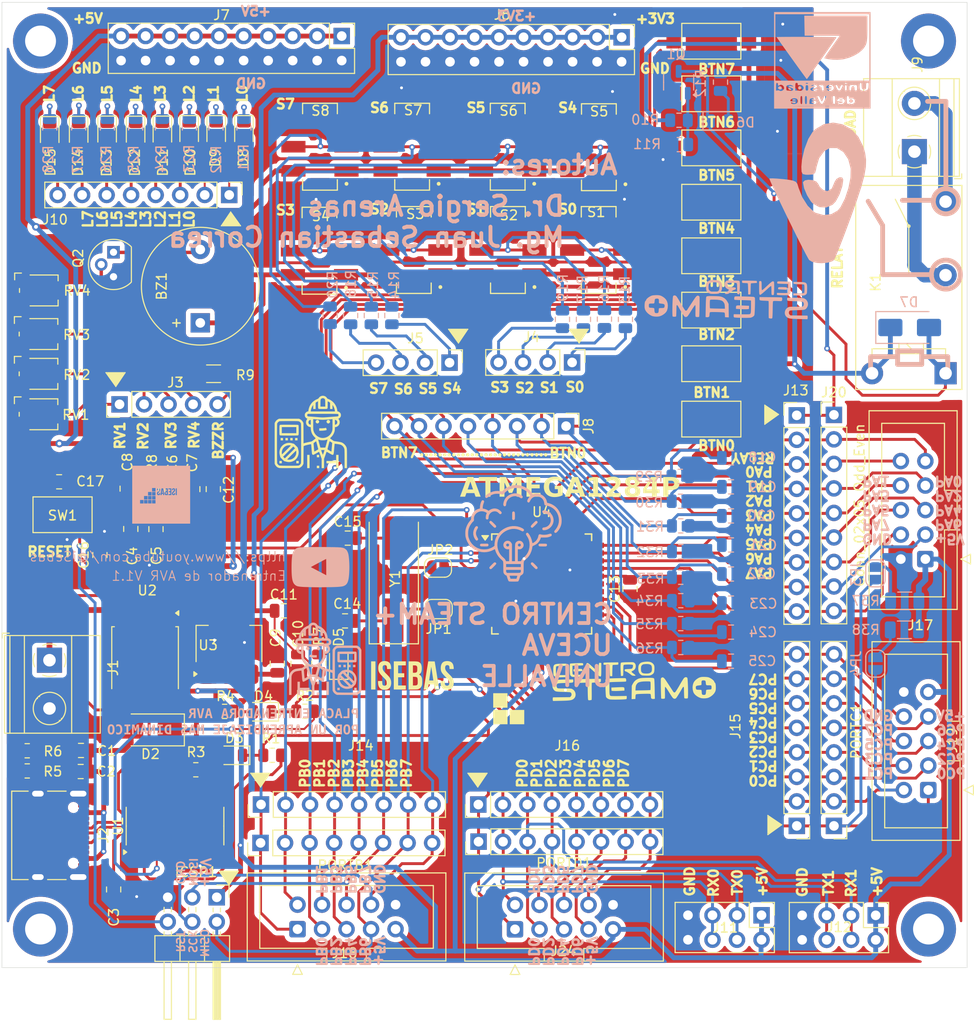
<source format=kicad_pcb>
(kicad_pcb (version 20240108) (generator "pcbnew") (generator_version "8.0")
  (layers (0 "F.Cu" signal) (31 "B.Cu" signal) (34 "B.Paste" user) (35 "F.Paste" user) (36 "B.SilkS" user "B.Silkscreen") (37 "F.SilkS" user "F.Silkscreen") (38 "B.Mask" user) (39 "F.Mask" user) (44 "Edge.Cuts" user))
  (net 0 "")
  (net 1 "VBUS")
  (net 2 "GND")
  (net 3 "Net-(U1-V3)")
  (net 4 "PD0")
  (net 5 "PD1")
  (net 6 "Net-(U1-TXD)")
  (net 7 "Net-(U1-RXD)")
  (net 10 "DTR")
  (net 17 "UD+")
  (net 18 "UD-")
  (net 19 "VEXT")
  (net 20 "+5V")
  (net 21 "+3V3")
  (net 22 "Net-(D3-A)")
  (net 23 "Net-(D4-A)")
  (net 24 "Net-(D5-A)")
  (net 25 "AREF")
  (net 26 "Net-(JP1-B)")
  (net 27 "Net-(JP2-B)")
  (net 28 "RST")
  (net 30 "Net-(J2-CC2)")
  (net 32 "Net-(J2-CC1)")
  (net 33 "Net-(JP1-A)")
  (net 34 "Net-(JP2-A)")
  (net 35 "PA5")
  (net 36 "PA7")
  (net 37 "PD5")
  (net 38 "PC7")
  (net 39 "PA6")
  (net 40 "PA4")
  (net 41 "PB4")
  (net 42 "PB0")
  (net 43 "PC4")
  (net 44 "PC5")
  (net 45 "PC0")
  (net 46 "PD7")
  (net 47 "PC2")
  (net 48 "PA0")
  (net 49 "PA3")
  (net 50 "PD2")
  (net 51 "PC6")
  (net 52 "PA2")
  (net 53 "PC1")
  (net 54 "PB1")
  (net 55 "PD3")
  (net 56 "PB2")
  (net 57 "PD6")
  (net 58 "PC3")
  (net 59 "PB3")
  (net 60 "PB7")
  (net 61 "MOSI_")
  (net 62 "PA1")
  (net 63 "PD4")
  (net 64 "Net-(BZ1-+)")
  (net 65 "Net-(D6-A)")
  (net 66 "Net-(D6-K)")
  (net 67 "/K1-out")
  (net 68 "/K1-in")
  (net 69 "Net-(Q1-B)")
  (net 70 "RELAY")
  (net 71 "Net-(D8-K)")
  (net 72 "Net-(D8-A)")
  (net 73 "Net-(D9-A)")
  (net 74 "Net-(D9-K)")
  (net 75 "Net-(D10-K)")
  (net 76 "Net-(D10-A)")
  (net 77 "Net-(D11-K)")
  (net 78 "Net-(D11-A)")
  (net 79 "Net-(D12-A)")
  (net 80 "Net-(D12-K)")
  (net 81 "Net-(D13-K)")
  (net 82 "Net-(D13-A)")
  (net 83 "Net-(D14-K)")
  (net 84 "Net-(D14-A)")
  (net 85 "Net-(D15-A)")
  (net 86 "Net-(D15-K)")
  (net 87 "Net-(J4-Pin_4)")
  (net 88 "Net-(J4-Pin_3)")
  (net 89 "Net-(J4-Pin_2)")
  (net 90 "Net-(J4-Pin_1)")
  (net 91 "Net-(J5-Pin_1)")
  (net 92 "Net-(J5-Pin_2)")
  (net 93 "Net-(J5-Pin_3)")
  (net 94 "Net-(J5-Pin_4)")
  (net 95 "Net-(R13-Pad2)")
  (net 96 "Net-(R14-Pad2)")
  (net 97 "Net-(R15-Pad1)")
  (net 98 "Net-(R16-Pad1)")
  (net 99 "Net-(R17-Pad1)")
  (net 100 "Net-(R18-Pad1)")
  (net 101 "Net-(R19-Pad1)")
  (net 102 "Net-(R20-Pad1)")
  (net 103 "Net-(J8-Pin_1)")
  (net 104 "Net-(J8-Pin_2)")
  (net 105 "Net-(J8-Pin_3)")
  (net 106 "Net-(J8-Pin_4)")
  (net 107 "Net-(J8-Pin_5)")
  (net 108 "Net-(J8-Pin_6)")
  (net 109 "Net-(J8-Pin_7)")
  (net 110 "Net-(J8-Pin_8)")
  (net 111 "Net-(J3-Pin_3)")
  (net 112 "Net-(J3-Pin_1)")
  (net 113 "Net-(J3-Pin_2)")
  (net 114 "Net-(J3-Pin_4)")
  (net 115 "BUZZER")
  (net 116 "MISO_")
  (net 117 "Net-(JP3-B)")
  (net 118 "Net-(JP4-B)")
  (net 119 "Net-(Q2-B)")
  (footprint "LED_SMD:LED_0805_2012Metric" (layer "F.Cu") (at 22.2 13.4125 -90)
    (property "Reference" "D9")
    (property "Value" "LED")
  )
  (footprint "LED_SMD:LED_0805_2012Metric" (layer "F.Cu") (at 19.4 13.4125 -90)
    (property "Reference" "D10")
    (property "Value" "LED")
  )
  (footprint "TerminalBlock_Phoenix:TerminalBlock_Phoenix_MKDS-1,5-2_1x02_P5.00mm_Horizontal" (layer "F.Cu") (at 4.925 68.15 -90)
    (property "Reference" "J1")
    (property "Value" "Screw_Terminal_01x02" (hide yes))
  )
  (footprint "Connector_PinHeader_2.54mm:PinHeader_1x08_P2.54mm_Vertical" (layer "F.Cu") (at 58.45 43.9 -90)
    (property "Reference" "J8")
    (property "Value" "Screw_Terminal_01x08" (hide yes))
  )
  (footprint "IMGAGES:ingeniero_mod" (layer "F.Cu") (at 32 44.5)
    (property "Reference" "G***" (hide yes))
    (property "Value" "LOGO" (hide yes))
  )
  (footprint "LIBRERIAS:SW_JS202011SCQN" (layer "F.Cu") (at 32.9 25.725 90)
    (property "Reference" "S4")
    (property "Value" "JS202011SCQN" (hide yes))
  )
  (footprint "Button_Switch_SMD:SW_SPST_CK_RS282G05A3" (layer "F.Cu") (at 73.5 43.17 180)
    (property "Reference" "BT1" (hide yes))
    (property "Value" "SW_Push" (hide yes))
  )
  (footprint "Connector_IDC:IDC-Header_2x05_P2.54mm_Vertical" (layer "F.Cu") (at 95.675 57.675 180)
    (property "Reference" "J17")
    (property "Value" "Conn_02x05_Odd_Even")
  )
  (footprint "Package_SO:SOIC-16_3.9x9.9mm_P1.27mm" (layer "F.Cu") (at 17.935 85.335 90)
    (property "Reference" "U1")
    (property "Value" "CH340C")
  )
  (footprint "Capacitor_SMD:C_0805_2012Metric" (layer "F.Cu") (at 8.16 79.68 180)
    (property "Reference" "C2")
    (property "Value" "100n" (hide yes))
  )
  (footprint "Resistor_SMD:R_0805_2012Metric" (layer "F.Cu") (at 20.0875 79.5)
    (property "Reference" "R3")
    (property "Value" "1K" (hide yes))
  )
  (footprint "Button_Switch_SMD:SW_SPST_CK_RS282G05A3" (layer "F.Cu") (at 73.5 4.02 180)
    (property "Reference" "BT8" (hide yes))
    (property "Value" "SW_Push" (hide yes))
  )
  (footprint "Resistor_SMD:R_1206_3216Metric" (layer "F.Cu") (at 21.93 38.47 180)
    (property "Reference" "R9")
    (property "Value" "330R" (hide yes))
  )
  (footprint "LED_SMD:LED_0805_2012Metric" (layer "F.Cu") (at 13.85 13.475 -90)
    (property "Reference" "D12")
    (property "Value" "LED")
  )
  (footprint "Button_Switch_SMD:SW_SPST_CK_RS282G05A3" (layer "F.Cu") (at 73.5 26.25 180)
    (property "Reference" "BT4" (hide yes))
    (property "Value" "SW_Push" (hide yes))
  )
  (footprint "LED_SMD:LED_0805_2012Metric" (layer "F.Cu") (at 34.9 68.4475 90)
    (property "Reference" "D5")
    (property "Value" "RED LED" (hide yes))
  )
  (footprint "Connector_PinHeader_2.54mm:PinHeader_1x09_P2.54mm_Vertical" (layer "F.Cu") (at 86.2 42.73)
    (property "Reference" "J20")
    (property "Value" "Screw_Terminal_01x09" (hide yes))
  )
  (footprint "Connector_PinHeader_2.54mm:PinHeader_1x08_P2.54mm_Vertical" (layer "F.Cu") (at 23.55 19.95 -90)
    (property "Reference" "J10")
    (property "Value" "Screw_Terminal_01x08" (hide yes))
  )
  (footprint "Crystal:Crystal_SMD_HC49-SD" (layer "F.Cu") (at 40.6 59.75 90)
    (property "Reference" "Y1")
    (property "Value" "Crystal" (hide yes))
  )
  (footprint "Package_TO_SOT_THT:TO-92" (layer "F.Cu") (at 11.56 28.42 90)
    (property "Reference" "Q2")
    (property "Value" "NPN")
  )
  (footprint "Jumper:SolderJumper-2_P1.3mm_Open_RoundedPad1.0x1.5mm" (layer "F.Cu") (at 45.175 58.55 180)
    (property "Reference" "JP2")
    (property "Value" "SolderJumper_2_Open" (hide yes))
  )
  (footprint "Button_Switch_SMD:SW_SPST_CK_RS282G05A3" (layer "F.Cu") (at 73.5 20.7 180)
    (property "Reference" "BT5" (hide yes))
    (property "Value" "SW_Push" (hide yes))
  )
  (footprint "Capacitor_SMD:C_0805_2012Metric" (layer "F.Cu") (at 15.96 54.57 90)
    (property "Reference" "C5")
    (property "Value" "100n" (hide yes))
  )
  (footprint "Connector_IDC:IDC-Header_2x05_P2.54mm_Vertical" (layer "F.Cu") (at 95.98 81.6 180)
    (property "Reference" "J19")
    (property "Value" "Conn_02x05_Odd_Even" (hide yes))
  )
  (footprint "Connector_PinHeader_2.54mm:PinHeader_1x08_P2.54mm_Vertical" (layer "F.Cu") (at 49.36 83.1 90)
    (property "Reference" "PORTD1")
    (property "Value" "PORTD" (hide yes))
  )
  (footprint "Package_TO_SOT_SMD:TO-252-3_TabPin2" (layer "F.Cu") (at 14.83 67.99 -90)
    (property "Reference" "U2")
    (property "Value" "LM1117DT-5.0" (hide yes))
  )
  (footprint "Connector_PinHeader_2.54mm:PinHeader_2x10_P2.54mm_Vertical" (layer "F.Cu") (at 35.205 3.485 -90)
    (property "Reference" "J7")
    (property "Value" "Conn_02x10_Odd_Even" (hide yes))
  )
  (footprint "Resistor_SMD:R_0805_2012Metric" (layer "F.Cu") (at 23.0725 73.45)
    (property "Reference" "R4")
    (property "Value" "1K" (hide yes))
  )
  (footprint "Connector_PinHeader_2.54mm:PinHeader_1x09_P2.54mm_Vertical" (layer "F.Cu") (at 82.35 42.78)
    (property "Reference" "J13")
    (property "Value" "Screw_Terminal_01x09" (hide yes))
  )
  (footprint "Capacitor_SMD:C_0805_2012Metric" (layer "F.Cu") (at 12.975 50.375 -90)
    (property "Reference" "C8")
    (property "Value" "10 uF" (hide yes))
  )
  (footprint "Connector_PinHeader_2.54mm:PinHeader_1x08_P2.54mm_Vertical" (layer "F.Cu") (at 49.38 86.95 90)
    (property "Reference" "J16")
    (property "Value" "J8" (hide yes))
  )
  (footprint "Capacitor_SMD:C_0805_2012Metric" (layer "F.Cu") (at 35.825 55.5 180)
    (property "Reference" "C15")
    (property "Value" "22pF" (hide yes))
  )
  (footprint "Connector_PinHeader_2.54mm:PinHeader_1x05_P2.54mm_Vertical" (layer "F.Cu") (at 12.185 41.64 90)
    (property "Reference" "J3")
    (property "Value" "Screw_Terminal_01x05" (hide yes))
  )
  (footprint "Button_Switch_SMD:SW_SPST_CK_RS282G05A3" (layer "F.Cu") (at 6.28 53.08 180)
    (property "Reference" "SW1")
    (property "Value" "SW_Push" (hide yes))
  )
  (footprint "Package_QFP:TQFP-44_10x10mm_P0.8mm" (layer "F.Cu") (at 55.925 60.25)
    (property "Reference" "U4")
    (property "Value" "ATmega1284P-A")
  )
  (footprint "Jumper:SolderJumper-2_P1.3mm_Open_RoundedPad1.0x1.5mm" (layer "F.Cu") (at 45.25 62.85 180)
    (property "Reference" "JP1")
    (property "Value" "SolderJumper_2_Open" (hide yes))
  )
  (footprint "Resistor_SMD:R_0805_2012Metric" (layer "F.Cu") (at 15.5 50.3875 90)
    (property "Reference" "R8")
    (property "Value" "10K" (hide yes))
  )
  (footprint "Diode_SMD:D_SMA" (layer "F.Cu") (at 15.39 75.37 180)
    (property "Reference" "D2")
    (property "Value" "D_Schottky" (hide yes))
  )
  (footprint "Connector_PinHeader_2.54mm:PinHeader_1x08_P2.54mm_Vertical" (layer "F.Cu") (at 82.355 85.315 180)
    (property "Reference" "PORTC1")
    (property "Value" "PORTD")
  )
  (footprint "Connector_IDC:IDC-Header_2x05_P2.54mm_Vertical" (layer "F.Cu") (at 53.16 96.03 90)
    (property "Reference" "J24")
    (property "Value" "Conn_02x05_Odd_Even" (hide yes))
  )
  (footprint "Capacitor_SMD:C_0805_2012Metric" (layer "F.Cu") (at 13.35 54.55 90)
    (property "Reference" "C4")
    (property "Value" "10u" (hide yes))
  )
  (footprint "Connector_PinHeader_2.54mm:PinHeader_2x10_P2.54mm_Vertical" (layer "F.Cu") (at 64.205 3.61 -90)
    (property "Reference" "J6")
    (property "Value" "Conn_02x10_Odd_Even" (hide yes))
  )
  (footprint "MountingHole:MountingHole_3.2mm_M3_ISO7380_Pad" (layer "F.Cu") (at 96 96)
    (property "Reference" "REF**" (hide yes))
    (property "Value" "MountingHole_3.2mm_M3_ISO7380_Pad" (hide yes))
  )
  (footprint "Potentiometer_SMD:Potentiometer_Bourns_TC33X_Vertical" (layer "F.Cu") (at 3.92 29.84)
    (property "Reference" "RV4")
    (property "Value" "R_Potentiometer_Trim" (hide yes))
  )
  (footprint "LIBRERIAS:SW_JS202011SCQN" (layer "F.Cu") (at 32.95 14.95 90)
    (property "Reference" "S8")
    (property "Value" "JS202011SCQN" (hide yes))
  )
  (footprint "IMGAGES:isebas_logo4_mod" (layer "F.Cu") (at 45 71)
    (property "Reference" "G***" (hide yes))
    (property "Value" "LOGO" (hide yes))
  )
  (footprint "Capacitor_SMD:C_0805_2012Metric" (layer "F.Cu") (at 19.775 50.425 -90)
    (property "Reference" "C7")
    (property "Value" "100n" (hide yes))
  )
  (footprint "LIBRERIAS:SW_JS202011SCQN" (layer "F.Cu") (at 61.825 25.65 90)
    (property "Reference" "S1")
    (property "Value" "JS202011SCQN" (hide yes))
  )
  (footprint "LED_SMD:LED_0805_2012Metric" (layer "F.Cu") (at 16.625 13.4625 -90)
    (property "Reference" "D11")
    (property "Value" "LED")
  )
  (footprint "Capacitor_SMD:C_0805_2012Metric" (layer "F.Cu") (at 29.205 63.03)
    (property "Reference" "C11")
    (property "Value" "10 uF" (hide yes))
  )
  (footprint "Resistor_SMD:R_0805_2012Metric" (layer "F.Cu") (at 28 78 180)
    (property "Reference" "R1")
    (property "Value" "1K" (hide yes))
  )
  (footprint "Button_Switch_SMD:SW_SPST_CK_RS282G05A3" (layer "F.Cu") (at 73.5 37.43 180)
    (property "Reference" "BT2" (hide yes))
    (property "Value" "SW_Push" (hide yes))
  )
  (footprint "Capacitor_SMD:C_0805_2012Metric" (layer "F.Cu") (at 65.075 60.775 -90)
    (property "Reference" "C13")
    (property "Value" "100n" (hide yes))
  )
  (footprint "LIBRERIAS:SW_JS202011SCQN" (layer "F.Cu") (at 52.4 14.95 90)
    (property "Reference" "S6")
    (property "Value" "JS202011SCQN" (hide yes))
  )
  (footprint "IMGAGES:steam_mod01" (layer "F.Cu") (at 63.5 70)
    (property "Reference" "G***" (hide yes))
    (property "Value" "LOGO" (hide yes))
  )
  (footprint "Resistor_SMD:R_0805_2012Metric" (layer "F.Cu") (at 32.83 68.46 90)
    (property "Reference" "R7")
    (property "Value" "1K" (hide yes))
  )
  (footprint "LED_SMD:LED_0805_2012Metric" (layer "F.Cu") (at 25.075 13.4125 -90)
    (property "Reference" "D8")
    (property "Value" "LED")
  )
  (footprint "Connector_USB:USB_C_Receptacle_XKB_U262-16XN-4BVC11" (layer "F.Cu") (at 4.8 86.295 -90)
    (property "Reference" "J2")
    (property "Value" "USB_C_Receptacle_USB2.0_16P" (hide yes))
  )
  (footprint "Resistor_SMD:R_0805_2012Metric" (layer "F.Cu") (at 31.4075 73.44 180)
    (property "Reference" "R2")
    (property "Value" "1K" (hide yes))
  )
  (footprint "TerminalBlock_Phoenix:TerminalBlock_Phoenix_MKDS-1,5-2_1x02_P5.00mm_Horizontal" (layer "F.Cu") (at 94.54 15.46 90)
    (property "Reference" "J9")
    (property "Value" "Screw_Terminal_01x02" (hide yes))
  )
  (footprint "Connector_PinHeader_2.54mm:PinHeader_1x04_P2.54mm_Vertical" (layer "F.Cu") (at 59.075 37.3 -90)
    (property "Reference" "J4")
    (property "Value" "Screw_Terminal_01x04" (hide yes))
  )
  (footprint "Capacitor_SMD:C_0805_2012Metric" (layer "F.Cu") (at 35.55 64.075 180)
    (property "Reference" "C14")
    (property "Value" "22pF" (hide yes))
  )
  (footprint "Capacitor_SMD:C_0805_2012Metric" (layer "F.Cu") (at 17.625 50.425 -90)
    (property "Reference" "C6")
    (property "Value" "10u" (hide yes))
  )
  (footprint "Capacitor_SMD:C_0805_2012Metric" (layer "F.Cu") (at 5.925 49.665 180)
    (property "Reference" "C17")
    (property "Value" "100n" (hide yes))
  )
  (footprint "Capacitor_SMD:C_0805_2012Metric" (layer "F.Cu") (at 8.19 77.5 180)
    (property "Reference" "C1")
    (property "Value" "10u" (hide yes))
  )
  (footprint "LED_SMD:LED_0805_2012Metric" (layer "F.Cu") (at 10.9 13.4625 -90)
    (property "Reference" "D13")
    (property "Value" "LED")
  )
  (footprint "LIBRERIAS:SW_JS202011SCQN" (layer "F.Cu") (at 42.5 14.95 90)
    (property "Reference" "S7")
    (property "Value" "JS202011SCQN" (hide yes))
  )
  (footprint "LIBRERIAS:SW_JS202011SCQN" (layer "F.Cu") (at 42.675 25.65 90)
    (property "Reference" "S3")
    (property "Value" "JS202011SCQN" (hide yes))
  )
  (footprint "MountingHole:MountingHole_3.2mm_M3_ISO7380_Pad" (layer "F.Cu") (at 4 4)
    (property "Reference" "REF**" (hide yes))
    (property "Value" "MountingHole_3.2mm_M3_ISO7380_Pad" (hide yes))
  )
  (footprint "Connector_PinHeader_2.54mm:PinHeader_2x03_P2.54mm_Horizontal" (layer "F.Cu") (at 22.26 92.71 -90)
    (property "Reference" "ICSP1")
    (property "Value" "Conn_02x03_Odd_Even" (hide yes))
  )
  (footprint "Resistor_SMD:R_0805_2012Metric" (layer "F.Cu") (at 2.6225 79.62)
    (property "Reference" "R5")
    (property "Value" "5.1K" (hide yes))
  )
  (footprint "Button_Switch_SMD:SW_SPST_CK_RS282G05A3" (layer "F.Cu") (at 73.5 9.47 180)
    (property "Reference" "BT7" (hide yes))
    (property "Value" "SW_Push" (hide yes))
  )
  (footprint "Capacitor_SMD:C_0805_2012Metric" (layer "F.Cu") (at 11.575 91.9 -90)
    (property "Reference" "C3")
    (property "Value" "100n" (hide yes))
  )
  (footprint "MountingHole:MountingHole_3.2mm_M3_ISO7380_Pad" (layer "F.Cu") (at 96 4)
    (property "Reference" "REF**" (hide yes))
    (property "Value" "MountingHole_3.2mm_M3_ISO7380_Pad" (hide yes))
  )
  (footprint "LED_SMD:LED_0805_2012Metric" (layer "F.Cu") (at 4.95 13.5125 -90)
    (property "Reference" "D15")
    (property "Value" "LED")
  )
  (footprint "Potentiometer_SMD:Potentiometer_Bourns_TC33X_Vertical" (layer "F.Cu") (at 3.89 34.36)
    (property "Reference" "RV3")
    (property "Value" "R_Potentiometer_Trim" (hide yes))
  )
  (footprint "Connector_PinHeader_2.54mm:PinHeader_1x08_P2.54mm_Vertical" (layer "F.Cu") (at 26.845 83.1 90)
    (property "Reference" "J14")
    (property "Value" "J8" (hide yes))
  )
  (footprint "LIBRERIAS:SW_JS202011SCQN" (layer "F.Cu") (at 61.85 15 90)
    (property "Reference" "S5")
    (property "Value" "JS202011SCQN" (hide yes))
  )
  (footprint "MountingHole:MountingHole_3.2mm_M3_ISO7380_Pad" (layer "F.Cu") (at 4 96)
    (property "Reference" "REF**" (hide yes))
    (property "Value" "MountingHole_3.2mm_M3_ISO7380_Pad" (hide yes))
  )
  (footprint "Capacitor_SMD:C_0805_2012Metric" (layer "F.Cu") (at 10.15 57.25 90)
    (property "Reference" "C16")
    (property "Value" "100n" (hide yes))
  )
  (footprint "Connector_IDC:IDC-Header_2x05_P2.54mm_Vertical" (layer "F.Cu") (at 30.625 96.015 90)
    (property "Reference" "J18")
    (property "Value" "Conn_02x05_Odd_Even" (hide yes))
  )
  (footprint "Connector_PinHeader_2.54mm:PinHeader_1x04_P2.54mm_Vertical" (layer "F.Cu") (at 46.375 37.325 -90)
    (property "Reference" "J5")
    (property "Value" "Screw_Terminal_01x04" (hide yes))
  )
  (footprint "Resistor_SMD:R_0805_2012Metric" (layer "F.Cu") (at 2.62 77.53)
    (property "Reference" "R6")
    (property "Value" "5.1K" (hide yes))
  )
  (footprint "LED_SMD:LED_0805_2012Metric" (layer "F.Cu") (at 26.9675 73.49 180)
    (property "Reference" "D4")
    (property "Value" "LED" (hide yes))
  )
  (footprint "Buzzer_Beeper:Buzzer_12x9.5RM7.6" (layer "F.Cu") (at 20.55 33.2 90)
    (property "Reference" "BZ1")
    (property "Value" "Buzzer")
  )
  (footprint "Potentiometer_SMD:Potentiometer_Bourns_TC33X_Vertical" (layer "F.Cu") (at 3.89 42.67)
    (property "Reference" "RV1")
    (property "Value" "R_Potentiometer_Trim" (hide yes))
  )
  (footprint "Connector_PinHeader_2.54mm:PinHeader_2x04_P2.54mm_Vertical" (layer "F.Cu") (at 78.7 94.57 -90)
    (property "Reference" "J11")
    (property "Value" "UART0" (hide yes))
  )
  (footprint "Capacitor_SMD:C_0805_2012Metric" (layer "F.Cu") (at 21.9 50.425 -90)
    (property "Reference" "C12")
    (property "Value" "100n" (hide yes))
  )
  (footprint "Capacitor_SMD:C_0805_2012Metric" (layer "F.Cu") (at 30.68 68.51 -90)
    (property "Reference" "C10")
    (property "Value" "0.1 uF" (hide yes))
  )
  (footprint "LED_SMD:LED_0805_2012Metric" (layer "F.Cu") (at 24 78 180)
    (property "Reference" "D3")
    (property "Value" "LED" (hide yes))
  )
  (footprint "Button_Switch_SMD:SW_SPST_CK_RS282G05A3" (layer "F.Cu") (at 73.5 31.88 180)
    (property "Reference" "BT3" (hide yes))
    (property "Value" "SW_Push" (hide yes))
  )
  (footprint "Connector_PinHeader_2.54mm:PinHeader_1x08_P2.54mm_Vertical" (layer "F.Cu") (at 86.205 85.315 180)
    (property "Reference" "J15")
    (property "Value" "J8")
  )
  (footprint "Package_TO_SOT_SMD:SOT-223-3_TabPin2" (layer "F.Cu") (at 23.525 66.45 90)
    (property "Reference" "U3")
    (property "Value" "3.3v 1A" (hide yes))
  )
  (footprint "Button_Switch_SMD:SW_SPST_CK_RS282G05A3" (layer "F.Cu") (at 73.5 15.07 180)
    (property "Reference" "BT6" (hide yes))
    (property "Value" "SW_Push" (hide yes))
  )
  (footprint "Potentiometer_SMD:Potentiometer_Bourns_TC33X_Vertical" (layer "F.Cu") (at 3.89 38.48)
    (property "Reference" "RV2")
    (property "Value" "R_Potentiometer_Trim" (hide yes))
  )
  (footprint "LED_SMD:LED_0805_2012Metric" (layer "F.Cu") (at 7.95 13.4875 -90)
    (property "Reference" "D14")
    (property "Value" "LED")
  )
  (footprint "Capacitor_SMD:C_0805_2012Metric" (layer "F.Cu") (at 28.53 68.5 90)
    (property "Reference" "C9")
    (property "Value" "0.1 uF" (hide yes))
  )
  (footprint "LIBRERIAS:SW_JS202011SCQN" (layer "F.Cu") (at 52.425 25.65 90)
    (property "Reference" "S2")
    (property "Value" "JS202011SCQN" (hide yes))
  )
  (footprint "Relay_THT:Relay_SPST_Omron-G5Q-1A" (layer "F.Cu") (at 97.77 38.42 90)
    (property "Reference" "K1")
    (property "Value" "G5Q-1A")
  )
  (footprint "Connector_PinHeader_2.54mm:PinHeader_1x08_P2.54mm_Vertical" (layer "F.Cu") (at 26.795 87.075 90)
    (property "Reference" "PORTB1")
    (property "Value" "PORTD" (hide yes))
  )
  (footprint "Connector_PinHeader_2.54mm:PinHeader_2x04_P2.54mm_Vertical" (layer "F.Cu") (at 90.53 94.58 -90)
    (property "Reference" "J12")
    (property "Value" "UART1" (hide yes))
  )
  (footprint "Resistor_SMD:R_0805_2012Metric" (layer "B.Cu") (at 40.4 32.4375 90)
    (property "Reference" "R14")
    (property "Value" "10K" (hide yes))
  )
  (footprint "Diode_SMD:D_SMA" (layer "B.Cu") (at 94.05 33.68)
    (property "Reference" "D7")
    (property "Value" "NRVA4007T3G" (hide yes))
  )
  (footprint "Resistor_SMD:R_0805_2012Metric" (layer "B.Cu") (at 25.075 13 90)
    (property "Reference" "R21")
    (property "Value" "1K" (hide yes))
  )
  (footprint "Resistor_SMD:R_0805_2012Metric" (layer "B.Cu") (at 70.3325 64.355 180)
    (property "Reference" "R35")
    (property "Value" "10K" (hide yes))
  )
  (footprint "Resistor_SMD:R_0805_2012Metric" (layer "B.Cu") (at 70.3325 54.23 180)
    (property "Reference" "R31")
    (property "Value" "10K" (hide yes))
  )
  (footprint "Resistor_SMD:R_0805_2012Metric" (layer "B.Cu") (at 22.175 13 90)
    (property "Reference" "R22")
    (property "Value" "1K" (hide yes))
  )
  (footprint "Resistor_SMD:R_0805_2012Metric" (layer "B.Cu") (at 70.3325 66.83 180)
    (property "Reference" "R36")
    (property "Value" "10K" (hide yes))
  )
  (footprint "Resistor_SMD:R_1206_3216Metric" (layer "B.Cu") (at 93.5 65 180)
    (property "Reference" "R38")
    (property "Value" "4K7" (hide yes))
  )
  (footprint "Resistor_SMD:R_0805_2012Metric" (layer "B.Cu") (at 70.3325 59.555 180)
    (property "Reference" "R33")
    (property "Value" "10K" (hide yes))
  )
  (footprint "Resistor_SMD:R_0805_2012Metric" (layer "B.Cu") (at 19.425 13 90)
    (property "Reference" "R23")
    (property "Value" "1K" (hide yes))
  )
  (footprint "Resistor_SMD:R_0805_2012Metric" (layer "B.Cu") (at 16.625 13 90)
    (property "Reference" "R24")
    (property "Value" "1K" (hide yes))
  )
  (footprint "Jumper:SolderJumper-2_P1.3mm_Open_RoundedPad1.0x1.5mm" (layer "B.Cu") (at 90.5 68.5 90)
    (property "Reference" "JP4")
    (property "Value" "SolderJumper_2_Open" (hide yes))
  )
  (footprint "Resistor_SMD:R_0805_2012Metric" (layer "B.Cu") (at 10.925 13 90)
    (property "Reference" "R26")
    (property "Value" "1K" (hide yes))
  )
  (footprint "Capacitor_SMD:C_0805_2012Metric" (layer "B.Cu") (at 75.54 50.19 180)
    (property "Reference" "C19")
    (property "Value" "0.1 uF")
  )
  (footprint "Resistor_SMD:R_0805_2012Metric" (layer "B.Cu") (at 7.95 13 90)
    (property "Reference" "R27")
    (property "Value" "1K" (hide yes))
  )
  (footprint "Capacitor_SMD:C_0805_2012Metric" (layer "B.Cu") (at 75.54 62.23 180)
    (property "Reference" "C23")
    (property "Value" "0.1 uF")
  )
  (footprint "Resistor_SMD:R_0805_2012Metric" (layer "B.Cu") (at 70.3075 51.68 180)
    (property "Reference" "R30")
    (property "Value" "10K")
  )
  (footprint "Resistor_SMD:R_0805_2012Metric" (layer "B.Cu") (at 70.3325 61.98 180)
    (property "Reference" "R34")
    (property "Value" "10K" (hide yes))
  )
  (footprint "Capacitor_SMD:C_0805_2012Metric" (layer "B.Cu") (at 75.54 47.18 180)
    (property "Reference" "C18")
    (property "Value" "0.1 uF")
  )
  (footprint "IMGAGES:steam_mod01" (layer "B.Cu") (at 77.05 30.45 180)
    (property "Reference" "G***" (hide yes))
    (property "Value" "LOGO" (hide yes))
  )
  (footprint "Resistor_SMD:R_0805_2012Metric" (layer "B.Cu") (at 36.125 32.4375 -90)
    (property "Reference" "R18")
    (property "Value" "10K" (hide yes))
  )
  (footprint "IMGAGES:UCEVA_mod" (layer "B.Cu") (at 84.5 21 180)
    (property "Reference" "G***" (hide yes))
    (property "Value" "LOGO" (hide yes))
  )
  (footprint "Resistor_SMD:R_0805_2012Metric" (layer "B.Cu") (at 60.25 32.8375 -90)
    (property "Reference" "R17")
    (property "Value" "10K" (hide yes))
  )
  (footprint "Resistor_SMD:R_0805_2012Metric" (layer "B.Cu") (at 70.3325 56.905 180)
    (property "Reference" "R32")
    (property "Value" "10K" (hide yes))
  )
  (footprint "Capacitor_SMD:C_0805_2012Metric" (layer "B.Cu") (at 75.54 59.22 180)
    (property "Reference" "C22")
    (property "Value" "0.1 uF")
  )
  (footprint "IMGAGES:isebas_logo_mod" (layer "B.Cu") (at 16.5 51 180)
    (property "Reference" "G***" (hide yes))
    (property "Value" "LOGO" (hide yes))
  )
  (footprint "Capacitor_SMD:C_0805_2012Metric" (layer "B.Cu") (at 75.54 53.2 180)
    (property "Reference" "C20")
    (property "Value" "0.1 uF")
  )
  (footprint "Resistor_SMD:R_0805_2012Metric" (layer "B.Cu") (at 70.2825 49.105 180)
    (property "Reference" "R29")
    (property "Value" "10K" (hide yes))
  )
  (footprint "Resistor_SMD:R_0805_2012Metric" (layer "B.Cu") (at 70.15 12.21)
    (property "Reference" "R10")
    (property "Value" "1K" (hide yes))
  )
  (footprint "Resistor_SMD:R_0805_2012Metric" (layer "B.Cu") (at 4.95 13 90)
    (property "Reference" "R28")
    (property "Value" "1K" (hide yes))
  )
  (footprint "Resistor_SMD:R_0805_2012Metric" (layer "B.Cu") (at 74.45 8.26 -90)
    (property "Reference" "R12")
    (property "Value" "1K" (hide yes))
  )
  (footprint "Capacitor_SMD:C_0805_2012Metric" (layer "B.Cu") (at 75.54 68.25 180)
    (property "Reference" "C25")
    (property "Value" "0.1 uF")
  )
  (footprint "Package_TO_SOT_SMD:SOT-23-3" (layer "B.Cu") (at 70.1125 8.28 90)
    (property "Reference" "Q1")
    (property "Value" "Q_NPN_BEC" (hide yes))
  )
  (footprint "IMGAGES:youtube_logo_mod" (layer "B.Cu") (at 33 58.5 180)
    (property "Reference" "G***" (hide yes))
    (property "Value" "LOGO" (hide yes))
  )
  (footprint "Capacitor_SMD:C_0805_2012Metric" (layer "B.Cu") (at 75.54 56.21 180)
    (property "Reference" "C21")
    (property "Value" "0.1 uF")
  )
  (footprint "Resistor_SMD:R_0805_2012Metric" (layer "B.Cu") (at 58.075 32.8375 -90)
    (property "Reference" "R19")
    (property "Value" "10K" (hide yes))
  )
  (footprint "IMGAGES:UV_MOD" (layer "B.Cu") (at 85 6 180)
    (property "Reference" "G***" (hide yes))
    (property "Value" "LOGO" (hide yes))
  )
  (footprint "Resistor_SMD:R_0805_2012Metric" (layer "B.Cu") (at 13.85 13 90)
    (property "Reference" "R25")
    (property "Value" "1K" (hide yes))
  )
  (footprint "Resistor_SMD:R_0805_2012Metric" (layer "B.Cu") (at 38.275 32.4375 -90)
    (property "Reference" "R15")
    (property "Value" "10K" (hide yes))
  )
  (footprint "Jumper:SolderJumper-2_P1.3mm_Open_RoundedPad1.0x1.5mm" (layer "B.Cu") (at 90.5 59.15 90)
    (property "Reference" "JP3")
    (property "Value" "SolderJumper_2_Open" (hide yes))
  )
  (footprint "Resistor_SMD:R_0805_2012Metric" (layer "B.Cu") (at 34 32.4125 -90)
    (property "Reference" "R20")
    (property "Value" "10K" (hide yes))
  )
  (footprint "Resistor_SMD:R_0805_2012Metric" (layer "B.Cu") (at 62.425 32.8125 -90)
    (property "Reference" "R16")
    (property "Value" "10K" (hide yes))
  )
  (footprint "Capacitor_SMD:C_0805_2012Metric" (layer "B.Cu") (at 75.54 65.24 180)
    (property "Reference" "C24")
    (property "Value" "0.1 uF")
  )
  (footprint "Resistor_SMD:R_0805_2012Metric" (layer "B.Cu") (at 70.1875 14.73)
    (property "Reference" "R11")
    (property "Value" "10K" (hide yes))
  )
  (footprint "IMGAGES:ideas_mod" (layer "B.Cu") (at 53 55 180)
    (property "Reference" "G***" (hide yes))
    (property "Value" "LOGO" (hide yes))
  )
  (footprint "Resistor_SMD:R_0805_2012Metric" (layer "B.Cu") (at 64.6 32.8375 90)
    (property "Reference" "R13")
    (property "Value" "10K" (hide yes))
  )
  (footprint "IMGAGES:ingeniero_mod" (layer "B.Cu") (at 33.5 68 180)
    (property "Reference" "G***" (hide yes))
    (property "Value" "LOGO" (hide yes))
  )
  (footprint "Resistor_SMD:R_1206_3216Metric" (layer "B.Cu") (at 93.5375 62 180)
    (property "Reference" "R37")
    (property "Value" "4K7" (hide yes))
  )
  (footprint "LED_SMD:LED_0805_2012Metric" (layer "B.Cu") (at 74.32 12.29)
    (property "Reference" "D6")
    (property "Value" "Green LED" (hide yes))
  )
  (gr_line (start 96.19667 28.2) (end 91.3 28.2) (stroke (width 0.5)) (layer "B.SilkS"))
  (gr_circle (center 97.8 28.2) (end 99.30333 28.2) (stroke (width 0.5)) (fill none) (layer "B.SilkS"))
  (gr_line (start 95.3 36.1) (end 95.3 37.5) (stroke (width 0.5)) (layer "B.SilkS"))
  (gr_line (start 97.8 19.29616) (end 97.8 10.25) (stroke (width 0.5)) (layer "B.SilkS"))
  (gr_line (start 96.5 20.5) (end 93.3 20.5) (stroke (width 0.5)) (layer "B.SilkS"))
  (gr_line (start 92.8 37.5) (end 95.3 37.5) (stroke (width 0.5)) (layer "B.SilkS"))
  (gr_line (start 98 38.775) (end 98 36.7) (stroke (width 0.5)) (layer "B.SilkS"))
  (gr_circle (center 97.8 20.6) (end 99.10384 20.6) (stroke (width 0.5)) (fill none) (layer "B.SilkS"))
  (gr_line (start 92.8 36.1) (end 92.8 37.5) (stroke (width 0.5)) (layer "B.SilkS"))
  (gr_line (start 92.8 36.1) (end 95.3 36.1) (stroke (width 0.5)) (layer "B.SilkS"))
  (gr_line (start 91.25 23.1) (end 89.75 20.6) (stroke (width 0.5)) (layer "B.SilkS"))
  (gr_line (start 91.25 28.2) (end 91.25 23.1) (stroke (width 0.5)) (layer "B.SilkS"))
  (gr_line (start 90 38.55) (end 90 36.8) (stroke (width 0.5)) (layer "B.SilkS"))
  (gr_line (start 90 36.7) (end 92.475 36.7) (stroke (width 0.5)) (layer "B.SilkS"))
  (gr_line (start 95.425 36.7) (end 97.9 36.7) (stroke (width 0.5)) (layer "B.SilkS"))
  (gr_line (start 97.8 10.25) (end 95.9 10.25) (stroke (width 0.5)) (layer "B.SilkS"))
  (gr_line (start 58.770658 33.85593) (end 60.770658 33.85593) (stroke (width 0.1)) (layer "F.SilkS"))
  (gr_line (start 23.53 91.44) (end 24.5 90) (stroke (width 0.1)) (layer "F.SilkS"))
  (gr_line (start 24.729342 23.14407) (end 22.729342 23.14407) (stroke (width 0.1)) (layer "F.SilkS"))
  (gr_line (start 79.03 43.715) (end 80.47 42.685) (stroke (width 0.1)) (layer "F.SilkS"))
  (gr_line (start 49.300658 81.29593) (end 50.270658 79.85593) (stroke (width 0.1)) (layer "F.SilkS"))
  (gr_line (start 46.270658 33.85593) (end 47.300658 35.29593) (stroke (width 0.1)) (layer "F.SilkS"))
  (gr_line (start 22.5 90) (end 24.5 90) (stroke (width 0.1)) (layer "F.SilkS"))
  (gr_line (start 22.5 90) (end 23.53 91.44) (stroke (width 0.1)) (layer "F.SilkS"))
  (gr_line (start 24.729342 23.14407) (end 23.699342 21.70407) (stroke (width 0.1)) (layer "F.SilkS"))
  (gr_line (start 79.03 43.715) (end 79.03 41.715) (stroke (width 0.1)) (layer "F.SilkS"))
  (gr_line (start 80.79593 85.199342) (end 79.35593 84.229342) (stroke (width 0.1)) (layer "F.SilkS"))
  (gr_line (start 10.770658 38.35593) (end 11.800658 39.79593) (stroke (width 0.1)) (layer "F.SilkS"))
  (gr_line (start 25.770658 79.85593) (end 26.800658 81.29593) (stroke (width 0.1)) (layer "F.SilkS"))
  (gr_line (start 23.699342 21.70407) (end 22.729342 23.14407) (stroke (width 0.1)) (layer "F.SilkS"))
  (gr_line (start 26.800658 81.29593) (end 27.770658 79.85593) (stroke (width 0.1)) (layer "F.SilkS"))
  (gr_line (start 10.770658 38.35593) (end 12.770658 38.35593) (stroke (width 0.1)) (layer "F.SilkS"))
  (gr_line (start 25.770658 79.85593) (end 27.770658 79.85593) (stroke (width 0.1)) (layer "F.SilkS"))
  (gr_line (start 48.270658 79.85593) (end 49.300658 81.29593) (stroke (width 0.1)) (layer "F.SilkS"))
  (gr_line (start 80.47 42.685) (end 79.03 41.715) (stroke (width 0.1)) (layer "F.SilkS"))
  (gr_line (start 48.270658 79.85593) (end 50.270658 79.85593) (stroke (width 0.1)) (layer "F.SilkS"))
  (gr_line (start 59.800658 35.29593) (end 60.770658 33.85593) (stroke (width 0.1)) (layer "F.SilkS"))
  (gr_line (start 46.270658 33.85593) (end 48.270658 33.85593) (stroke (width 0.1)) (layer "F.SilkS"))
  (gr_line (start 11.800658 39.79593) (end 12.770658 38.35593) (stroke (width 0.1)) (layer "F.SilkS"))
  (gr_line (start 79.35593 86.229342) (end 79.35593 84.229342) (stroke (width 0.1)) (layer "F.SilkS"))
  (gr_line (start 79.35593 86.229342) (end 80.79593 85.199342) (stroke (width 0.1)) (layer "F.SilkS"))
  (gr_line (start 47.300658 35.29593) (end 48.270658 33.85593) (stroke (width 0.1)) (layer "F.SilkS"))
  (gr_line (start 58.770658 33.85593) (end 59.800658 35.29593) (stroke (width 0.1)) (layer "F.SilkS"))
  (gr_line (start 100 100) (end 100 0) (stroke (width 0.05)) (layer "Edge.Cuts"))
  (gr_line (start 0 0) (end 100 0) (stroke (width 0.05)) (layer "Edge.Cuts"))
  (gr_line (start 0 0) (end 0 100) (stroke (width 0.05)) (layer "Edge.Cuts"))
  (gr_line (start 100 100) (end 0 100) (stroke (width 0.05)) (layer "Edge.Cuts"))
  (gr_text "PB7" (at 37 92.5 270) (layer "B.SilkS") (effects (font (size 1 1) (thickness 0.25) (bold yes)) (justify left bottom mirror)))
  (gr_text "Autores:" (at 64 18 0) (layer "B.SilkS") (effects (font (size 2 2) (thickness 0.4) (bold yes)) (justify left bottom mirror)))
  (gr_text "Entrenador de AVR V1.1" (at 29.5 60 0) (layer "B.SilkS") (effects (font (size 1 1) (thickness 0.1)) (justify left bottom mirror)))
  (gr_text "PB6" (at 37 100 270) (layer "B.SilkS") (effects (font (size 1 1) (thickness 0.25) (bold yes)) (justify left bottom mirror)))
  (gr_text "PA4" (at 96.5 52 180) (layer "B.SilkS") (effects (font (size 1 1) (thickness 0.25) (bold yes)) (justify left bottom mirror)))
  (gr_text "PD6" (at 59 100 270) (layer "B.SilkS") (effects (font (size 1 1) (thickness 0.25) (bold yes)) (justify left bottom mirror)))
  (gr_text "GND" (at 92.5 74.5 0) (layer "B.SilkS") (effects (font (size 1 1) (thickness 0.25) (bold yes)) (justify left bottom mirror)))
  (gr_text "PB4" (at 35.5 100 270) (layer "B.SilkS") (effects (font (size 1 1) (thickness 0.25) (bold yes)) (justify left bottom mirror)))
  (gr_text "SCK" (at 19.28 98.57 270) (layer "B.SilkS") (effects (font (size 0.8 0.8) (thickness 0.16) (bold yes)) (justify left bottom mirror)))
  (gr_text "PA1" (at 89 49 180) (layer "B.SilkS") (effects (font (size 1 1) (thickness 0.25) (bold yes)) (justify left bottom mirror)))
  (gr_text "PA5" (at 89 52 180) (layer "B.SilkS") (effects (font (size 1 1) (thickness 0.25) (bold yes)) (justify left bottom mirror)))
  (gr_text "+5V" (at 60.5 100 -90) (layer "B.SilkS") (effects (font (size 1 1) (thickness 0.25) (bold yes)) (justify left bottom mirror)))
  (gr_text "PC1" (at 92.5 80.5 -0) (layer "B.SilkS") (effects (font (size 1 1) (thickness 0.25) (bold yes)) (justify left bottom mirror)))
  (gr_text "GND" (at 18 91.47 270) (layer "B.SilkS") (effects (font (size 0.8 0.8) (thickness 0.16) (bold yes)) (justify left bottom mirror)))
  (gr_text "GND" (at 38.5 92.5 -90) (layer "B.SilkS") (effects (font (size 1 1) (thickness 0.25) (bold yes)) (justify left bottom mirror)))
  (gr_text "PB0" (at 32.5 100 270) (layer "B.SilkS") (effects (font (size 1 1) (thickness 0.25) (bold yes)) (justify left bottom mirror)))
  (gr_text "PA2" (at 96.5 50.5 180) (layer "B.SilkS") (effects (font (size 1 1) (thickness 0.25) (bold yes)) (justify left bottom mirror)))
  (gr_text "RST" (at 18 98.5 270) (layer "B.SilkS") (effects (font (size 0.8 0.8) (thickness 0.16) (bold yes)) (justify left bottom mirror)))
  (gr_text "GND" (at 60.5 92.5 -90) (layer "B.SilkS") (effects (font (size 1 1) (thickness 0.25) (bold yes)) (justify left bottom mirror)))
  (gr_text "PD4" (at 57.5 100 270) (layer "B.SilkS") (effects (font (size 1 1) (thickness 0.25) (bold yes)) (justify left bottom mirror)))
  (gr_text "+3V3" (at 55.5 2 0) (layer "B.SilkS") (effects (font (size 1 1) (thickness 0.25) (bold yes)) (justify left bottom mirror)))
  (gr_text "GND" (at 56 9.5 0) (layer "B.SilkS") (effects (font (size 1 1) (thickness 0.25) (bold yes)) (justify left bottom mirror)))
  (gr_text "CENTRO STEAM+\nUCEVA\nUNIVALLE" (at 63.5 71 0) (layer "B.SilkS") (effects (font (size 2 2) (thickness 0.4) (bold yes)) (justify left bottom mirror)))
  (gr_text "PC3" (at 92.5 79 0) (layer "B.SilkS") (effects (font (size 1 1) (thickness 0.25) (bold yes)) (justify left bottom mirror)))
  (gr_text "PD1" (at 54.5 92.5 270) (layer "B.SilkS") (effects (font (size 1 1) (thickness 0.25) (bold yes)) (justify left bottom mirror)))
  (gr_text "PC4" (at 100 77.5 0) (layer "B.SilkS") (effects (font (size 1 1) (thickness 0.25) (bold yes)) (justify left bottom mirror)))
  (gr_text "PB2" (at 34 100 270) (layer "B.SilkS") (effects (font (size 1 1) (thickness 0.25) (bold yes)) (justify left bottom mirror)))
  (gr_text "+5V" (at 96.5 55 180) (layer "B.SilkS") (effects (font (size 1 1) (thickness 0.25) (bold yes)) (justify left bottom mirror)))
  (gr_text "GND" (at 27.5 9 0) (layer "B.SilkS") (effects (font (size 1 1) (thickness 0.25) (bold yes)) (justify left bottom mirror)))
  (gr_text "+5V" (at 20.5 91.84 270) (layer "B.SilkS") (effects (font (size 1 1) (thickness 0.2) (bold yes)) (justify left bottom mirror)))
  (gr_text "https://www.youtube.com/@iSebas" (at 29.5 58 0) (layer "B.SilkS") (effects (font (size 1 1) (thickness 0.1)) (justify left bottom mirror)))
  (gr_text "PC0" (at 100 80.5 0) (layer "B.SilkS") (effects (font (size 1 1) (thickness 0.25) (bold yes)) (justify left bottom mirror)))
  (gr_text "+5V" (at 38.5 100 -90) (layer "B.SilkS") (effects (font (size 1 1) (thickness 0.25) (bold yes)) (justify left bottom mirror)))
  (gr_text "PC5" (at 92.5 77.5 0) (layer "B.SilkS") (effects (font (size 1 1) (thickness 0.25) (bold yes)) (justify left bottom mirror)))
  (gr_text "PLACA ENTRENADORA AVR\nPOR UN APRENDIZAJE MAS DINAMICO" (at 37 76 0) (layer "B.SilkS") (effects (font (size 1 1) (thickness 0.2) (bold yes)) (justify left bottom mirror)))
  (gr_text "PD7" (at 59 92.5 270) (layer "B.SilkS") (effects (font (size 1 1) (thickness 0.25) (bold yes)) (justify left bottom mirror)))
  (gr_text "PA0" (at 96.5 49 180) (layer "B.SilkS") (effects (font (size 1 1) (thickness 0.25) (bold yes)) (justify left bottom mirror)))
  (gr_text "Dr. Sergio Arenas\nMg. Juan Sebastian Correa" (at 58.5 25.5 0) (layer "B.SilkS") (effects (font (size 2 2) (thickness 0.4) (bold yes)) (justify left bottom mirror)))
  (gr_text "PC7" (at 92.5 76 0) (layer "B.SilkS") (effects (font (size 1 1) (thickness 0.25) (bold yes)) (justify left bottom mirror)))
  (gr_text "+5V" (at 28 1.5 -0) (layer "B.SilkS") (effects (font (size 1 1) (thickness 0.25) (bold yes)) (justify left bottom mirror)))
  (gr_text "PB5" (at 35.5 92.5 270) (layer "B.SilkS") (effects (font (size 1 1) (thickness 0.25) (bold yes)) (justify left bottom mirror)))
  (gr_text "PC2" (at 100 79 0) (layer "B.SilkS") (effects (font (size 1 1) (thickness 0.25) (bold yes)) (justify left bottom mirror)))
  (gr_text "PD3" (at 56 92.5 270) (layer "B.SilkS") (effects (font (size 1 1) (thickness 0.25) (bold yes)) (justify left bottom mirror)))
  (gr_text "PD5" (at 57.5 92.5 270) (layer "B.SilkS") (effects (font (size 1 1) (thickness 0.25) (bold yes)) (justify left bottom mirror)))
  (gr_text "PB1" (at 32.5 92.5 270) (layer "B.SilkS") (effects (font (size 1 1) (thickness 0.25) (bold yes)) (justify left bottom mirror)))
  (gr_text "PD0" (at 54.5 100 270) (layer "B.SilkS") (effects (font (size 1 1) (thickness 0.25) (bold yes)) (justify left bottom mirror)))
  (gr_text "PD2" (at 56 100 270) (layer "B.SilkS") (effects (font (size 1 1) (thickness 0.25) (bold yes)) (justify left bottom mirror)))
  (gr_text "GND" (at 89 55 180) (layer "B.SilkS") (effects (font (size 1 1) (thickness 0.25) (bold yes)) (justify left bottom mirror)))
  (gr_text "MISO" (at 20.5 99 270) (layer "B.SilkS") (effects (font (size 0.8 0.8) (thickness 0.16) (bold yes)) (justify left bottom mirror)))
  (gr_text "+5V" (at 100 74.5 0) (layer "B.SilkS") (effects (font (size 1 1) (thickness 0.25) (bold yes)) (justify left bottom mirror)))
  (gr_text "PB3" (at 34 92.5 270) (layer "B.SilkS") (effects (font (size 1 1) (thickness 0.25) (bold yes)) (justify left bottom mirror)))
  (gr_text "MOSI" (at 19.34 91.64 270) (layer "B.SilkS") (effects (font (size 0.8 0.8) (thickness 0.16) (bold yes)) (justify left bottom mirror)))
  (gr_text "PC6" (at 100 76 0) (layer "B.SilkS") (effects (font (size 1 1) (thickness 0.25) (bold yes)) (justify left bottom mirror)))
  (gr_text "PA3" (at 89 50.5 180) (layer "B.SilkS") (effects (font (size 1 1) (thickness 0.25) (bold yes)) (justify left bottom mirror)))
  (gr_text "PA7" (at 89 53.5 180) (layer "B.SilkS") (effects (font (size 1 1) (thickness 0.25) (bold yes)) (justify left bottom mirror)))
  (gr_text "PA6" (at 96.5 53.5 180) (layer "B.SilkS") (effects (font (size 1 1) (thickness 0.25) (bold yes)) (justify left bottom mirror)))
  (gr_text "S5" (at 48 11.5 0) (layer "F.SilkS") (effects (font (size 1 1) (thickness 0.25) (bold yes)) (justify left bottom)))
  (gr_text "PB7" (at 42.5 81.5 90) (layer "F.SilkS") (effects (font (size 1 1) (thickness 0.25) (bold yes)) (justify left bottom)))
  (gr_text "RELAY NA" (at 87.15 29.8 90) (layer "F.SilkS") (effects (font (size 1 1) (thickness 0.25) (bold yes)) (justify left bottom)))
  (gr_text "S2" (at 38 22 0) (layer "F.SilkS") (effects (font (size 1 1) (thickness 0.25) (bold yes)) (justify left bottom)))
  (gr_text "BTN7" (at 72 7.5 0) (layer "F.SilkS") (effects (font (size 1 1) (thickness 0.25) (bold yes)) (justify left bottom)))
  (gr_text "L4" (at 14.5 10.5 90) (layer "F.SilkS") (effects (font (size 1 1) (thickness 0.25) (bold yes)) (justify left bottom)))
  (gr_text "GND\n" (at 7.1 7.4 0) (layer "F.SilkS") (effects (font (size 1 1) (thickness 0.25) (bold yes)) (justify left bottom)))
  (gr_text "RV2" (at 15.21 46.49 90) (layer "F.SilkS") (effects (font (size 1 1) (thickness 0.25) (bold yes)) (justify left bottom)))
  (gr_text "S2" (at 53.04 40.53 0) (layer "F.SilkS") (effects (font (size 1 1) (thickness 0.25) (bold yes)) (justify left bottom)))
  (gr_text "S7" (at 37.9 40.58 0) (layer "F.SilkS") (effects (font (size 1 1) (thickness 0.25) (bold yes)) (justify left bottom)))
  (gr_text "PC0\n" (at 80.5 80 180) (layer "F.SilkS") (effects (font (size 1 1) (thickness 0.25) (bold yes)) (justify left bottom)))
  (gr_text "LOAD" (at 88.5 15 90) (layer "F.SilkS") (effects (font (size 1 1) (thickness 0.25) (bold yes)) (justify left bottom)))
  (gr_text "............................" (at 43.09 47.05 0) (layer "F.SilkS") (effects (font (size 1 1) (thickness 0.25) (bold yes)) (justify left bottom)))
  (gr_text "L0" (at 20 23.5 90) (layer "F.SilkS") (effects (font (size 1 1) (thickness 0.25) (bold yes)) (justify left bottom)))
  (gr_text "PD1\n" (at 56 81.5 90) (layer "F.SilkS") (effects (font (size 1 1) (thickness 0.25) (bold yes)) (justify left bottom)))
  (gr_text "RX1" (at 88.57 92.85 90) (layer "F.SilkS") (effects (font (size 1 1) (thickness 0.25) (bold yes)) (justify left bottom)))
  (gr_text "S4" (at 57.5 11.5 0) (layer "F.SilkS") (effects (font (size 1 1) (thickness 0.25) (bold yes)) (justify left bottom)))
  (gr_text "PA7" (at 80 58.5 180) (layer "F.SilkS") (effects (font (size 1 1) (thickness 0.25) (bold yes)) (justify left bottom)))
  (gr_text "BTN7" (at 39.12 47.24 0) (layer "F.SilkS") (effects (font (size 1 1) (thickness 0.25) (bold yes)) (justify left bottom)))
  (gr_text "BTN2" (at 72 35 0) (layer "F.SilkS") (effects (font (size 1 1) (thickness 0.25) (bold yes)) (justify left bottom)))
  (gr_text "PB3" (at 36.5 81.5 90) (layer "F.SilkS") (effects (font (size 1 1) (thickness 0.25) (bold yes)) (justify left bottom)))
  (gr_text "L6" (at 8.5 10.5 90) (layer "F.SilkS") (effects (font (size 1 1) (thickness 0.25) (bold yes)) (justify left bottom)))
  (gr_text "S6" (at 38 11.5 0) (layer "F.SilkS") (effects (font (size 1 1) (thickness 0.25) (bold yes)) (justify left bottom)))
  (gr_text "GND" (at 65.97 7.43 0) (layer "F.SilkS") (effects (font (size 1 1) (thickness 0.25) (bold yes)) (justify left bottom)))
  (gr_text "L4" (at 14 23.5 90) (layer "F.SilkS") (effects (font (size 1 1) (thickness 0.25) (bold yes)) (justify left bottom)))
  (gr_text "RELAY" (at 80.2 46.6 180) (layer "F.SilkS") (effects (font (size 1 1) (thickness 0.25) (bold yes)) (justify left bottom)))
  (gr_text "L1" (at 22.5 10.5 90) (layer "F.SilkS") (effects (font (size 1 1) (thickness 0.25) (bold yes)) (justify left bottom)))
  (gr_text "L1" (at 18.5 23.5 90) (layer "F.SilkS") (effects (font (size 1 1) (thickness 0.25) (bold yes)) (justify left bottom)))
  (gr_text "PD5" (at 62 81.5 90) (layer "F.SilkS") (effects (font (size 1 1) (thickness 0.25) (bold yes)) (justify left bottom)))
  (gr_text "RESET" (at 2.5 57.5 0) (layer "F.SilkS") (effects (font (size 1 1) (thickness 0.25) (bold yes)) (justify left bottom)))
  (gr_text "BTN4" (at 72 24 0) (layer "F.SilkS") (effects (font (size 1 1) (thickness 0.25) (bold yes)) (justify left bottom)))
  (gr_text "PA6" (at 80 57 180) (layer "F.SilkS") (effects (font (size 1 1) (thickness 0.25) (bold yes)) (justify left bottom)))
  (gr_text "PD4" (at 60.5 81.5 90) (layer "F.SilkS") (effects (font (size 1 1) (thickness 0.25) (bold yes)) (justify left bottom)))
  (gr_text "GND\n" (at 83.51 92.83 90) (layer "F.SilkS") (effects (font (size 1 1) (thickness 0.25) (bold yes)) (justify left bottom)))
  (gr_text "PC1\n" (at 80.5 78.5 180) (layer "F.SilkS") (effects (font (size 1 1) (thickness 0.25) (bold yes)) (justify left bottom)))
  (gr_text "S3" (at 28.26 22.1 0) (layer "F.SilkS") (effects (font (size 1 1) (thickness 0.25) (bold yes)) (justify left bottom)))
  (gr_text "L6" (at 11 23.5 90) (layer "F.SilkS") (effects (font (size 1 1) (thickness 0.25) (bold yes)) (justify left bottom)))
  (gr_text "PA1" (at 80 49.5 180) (layer "F.SilkS") (effects (font (size 1 1) (thickness 0.25) (bold yes)) (justify left bottom)))
  (gr_text "PB5" (at 39.5 81.5 90) (layer "F.SilkS") (effects (font (size 1 1) (thickness 0.25) (bold yes)) (justify left bottom)))
  (gr_text "BTN0" (at 56.59 47.28 0) (layer "F.SilkS") (effects (font (size 1 1) (thickness 0.25) (bold yes)) (justify left bottom)))
  (gr_text "S1" (at 48 22 0) (layer "F.SilkS") (effects (font (size 1 1) (thickness 0.25) (bold yes)) (justify left bottom)))
  (gr_text "PB2" (at 35 81.5 90) (layer "F.SilkS") (effects (font (size 1 1) (thickness 0.25) (bold yes)) (justify left bottom)))
  (gr_text "L7" (at 9.5 23.5 90) (layer "F.SilkS") (effects (font (size 1 1) (thickness 0.25) (bold yes)) (justify left bottom)))
  (gr_text "BTN5" (at 72 18.5 0) (layer "F.SilkS") (effects (font (size 1 1) (thickness 0.25) (bold yes)) (justify left bottom)))
  (gr_text "S3" (at 50.46 40.47 0) (layer "F.SilkS") (effects (font (size 1 1) (thickness 0.25) (bold yes)) (justify left bottom)))
  (gr_text "GND\n" (at 71.85 92.75 90) (layer "F.SilkS") (effects (font (size 1 1) (thickness 0.25) (bold yes)) (justify left bottom)))
  (gr_text "PD2" (at 57.5 81.5 90) (layer "F.SilkS") (effects (font (size 1 1) (thickness 0.25) (bold yes)) (justify left bottom)))
  (gr_text "L2" (at 17 23.5 90) (layer "F.SilkS") (effects (font (size 1 1) (thickness 0.25) (bold yes)) (justify left bottom)))
  (gr_text "L7" (at 5.5 10.5 90) (layer "F.SilkS") (effects (font (size 1 1) (thickness 0.25) (bold yes)) (justify left bottom)))
  (gr_text "+3V3" (at 65.535 2.28 0) (layer "F.SilkS") (effects (font (size 1 1) (thickness 0.25) (bold yes)) (justify left bottom)))
  (gr_text "S6" (at 40.48 40.64 0) (layer "F.SilkS") (effects (font (size 1 1) (thickness 0.25) (bold yes)) (justify left bottom)))
  (gr_text "RV3" (at 18.11 46.44 90) (layer "F.SilkS") (effects (font (size 1 1) (thickness 0.25) (bold yes)) (justify left bottom)))
  (gr_text "L2" (at 20 10.5 90) (layer "F.SilkS") (effects (font (size 1 1) (thickness 0.25) (bold yes)) (justify left bottom)))
  (gr_text "TX1" (at 86.23 92.72 90) (layer "F.SilkS") (effects (font (size 1 1) (thickness 0.25) (bold yes)) (justify left bottom)))
  (gr_text "S7\n" (at 28.25 11.12 0) (layer "F.SilkS") (effects (font (size 1 1) (thickness 0.25) (bold yes)) (justify left bottom)))
  (gr_text "PD7" (at 65 81.5 90) (layer "F.SilkS") (effects (font (size 1 1) (thickness 0.25) (bold yes)) (justify left bottom)))
  (gr_text "BZZR" (at 23 47.5 90) (layer "F.SilkS") (effects (font (size 1 1) (thickness 0.25) (bold yes)) (justify left bottom)))
  (gr_text "PD3" (at 59 81.5 90) (layer "F.SilkS") (effects (font (size 1 1) (thickness 0.25) (bold yes)) (justify left bottom)))
  (gr_text "ATMEGA1284P" (at 47.45 51.55 0) (layer "F.SilkS") (effects (font (size 2 2) (thickness 0.4) (bold yes)) (justify left bottom)))
  (gr_text "PB4" (at 38 81.5 90) (layer "F.SilkS") (effects (font (size 1 1) (thickness 0.25) (bold yes)) (justify left bottom)))
  (gr_text "PC7" (at 80.5 69.5 180) (layer "F.SilkS") (effects (font (size 1 1) (thickness 0.25) (bold yes)) (justify left bottom)))
  (gr_text "PB6" (at 41 81.5 90) (layer "F.SilkS") (effects (font (size 1 1) (thickness 0.25) (bold yes)) (justify left bottom)))
  (gr_text "PA2" (at 80 51 180) (layer "F.SilkS") (effects (font (size 1 1) (thickness 0.25) (bold yes)) (justify left bottom)))
  (gr_text "L5" (at 12.5 23.5 90) (layer "F.SilkS") (effects (font (size 1 1) (thickness 0.25) (bold yes)) (justify left bottom)))
  (gr_text "+5V" (at 79.36 92.8 90) (layer "F.SilkS") (effects (font (size 1 1) (thickness 0.25) (bold yes)) (justify left bottom)))
  (gr_text "PA0" (at 80 48 180) (layer "F.SilkS") (effects (font (size 1 1) (thickness 0.25) (bold yes)) (justify left bottom)))
  (gr_text "PC6" (at 80.5 71 180) (layer "F.SilkS") (effects (font (size 1 1) (thickness 0.25) (bold yes)) (justify left bottom)))
  (gr_text "RX0" (at 74.31 92.82 90) (layer "F.SilkS") (effects (font (size 1 1) (thickness 0.25) (bold yes)) (justify left bottom)))
  (gr_text "S0" (at 58.26 40.44 0) (layer "F.SilkS") (effects (font (size 1 1) (thickness 0.25) (bold yes)) (justify left bottom)))
  (gr_text "BTN0" (at 72 46.5 0) (layer "F.SilkS") (effects (font (size 1 1) (thickness 0.25) (bold yes)) (justify left bottom)))
  (gr_text "L3" (at 17 10.5 90) (layer "F.SilkS") (effects (font (size 1 1) (thickness 0.25) (bold yes)) (justify left bottom)))
  (gr_text "PC2" (at 80.5 77 180) (layer "F.SilkS") (effects (font (size 1 1) (thickness 0.25) (bold yes)) (justify left bottom)))
  (gr_text "L5" (at 11.5 10.5 90) (layer "F.SilkS") (effects (font (size 1 1) (thickness 0.25) (bold yes)) (justify left bottom)))
  (gr_text "PC5" (at 80.5 72.5 180) (layer "F.SilkS") (effects (font (size 1 1) (thickness 0.25) (bold yes)) (justify left bottom)))
  (gr_text "PD0" (at 54.5 81.5 90) (layer "F.SilkS") (effects (font (size 1 1) (thickness 0.25) (bold yes)) (justify left bottom)))
  (gr_text "BTN6" (at 72 13 0) (layer "F.SilkS") (effects (font (size 1 1) (thickness 0.25) (bold yes)) (justify left bottom)))
  (gr_text "+5V" (at 91.25 92.82 90) (layer "F.SilkS") (effects (font (size 1 1) (thickness 0.25) (bold yes)) (justify left bottom)))
  (gr_text "RV1" (at 12.82 46.44 90) (layer "F.SilkS") (effects (font (size 1 1) (thickness 0.25) (bold yes)) (justify left bottom)))
  (gr_text "PA5" (at 80 55.5 180) (layer "F.SilkS") (effects (font (size 1 1) (thickness 0.25) (bold yes)) (justify left bottom)))
  (gr_text "S4" (at 45.52 40.59 0) (layer "F.SilkS") (effects (font (size 1 1) (thickness 0.25) (bold yes)) (justify left bottom)))
  (gr_text "PD6" (at 63.5 81.5 90) (layer "F.SilkS") (effects (font (size 1 1) (thickness 0.25) (bold yes)) (justify left bottom)))
  (gr_text "L0" (at 25.5 10.5 90) (layer "F.SilkS") (effects (font (size 1 1) (thickness 0.25) (bold yes)) (justify left bottom)))
  (gr_text "+5V" (at 7.22 2.25 0) (layer "F.SilkS") (effects (font (size 1 1) (thickness 0.25) (bold yes)) (justify left bottom)))
  (gr_text "TX0" (at 76.78 92.67 90) (layer "F.SilkS") (effects (font (size 1 1) (thickness 0.25) (bold yes)) (justify left bottom)))
  (gr_text "L3" (at 15.5 23.5 90) (layer "F.SilkS") (effects (font (size 1 1) (thickness 0.25) (bold yes)) (justify left bottom)))
  (gr_text "PA3" (at 80 52.5 180) (layer "F.SilkS") (effects (font (size 1 1) (thickness 0.25) (bold yes)) (justify left bottom)))
  (gr_text "PB1\n" (at 33.5 81.5 90) (layer "F.SilkS") (effects (font (size 1 1) (thickness 0.25) (bold yes)) (justify left bottom)))
  (gr_text "RV4" (at 20.5 46.39 90) (layer "F.SilkS") (effects (font (size 1 1) (thickness 0.25) (bold yes)) (justify left bottom)))
  (gr_text "PC4" (at 80.5 74 180) (layer "F.SilkS") (effects (font (size 1 1) (thickness 0.25) (bold yes)) (justify left bottom)))
  (gr_text "PA4" (at 80 54 180) (layer "F.SilkS") (effects (font (size 1 1) (thickness 0.25) (bold yes)) (justify left bottom)))
  (gr_text "S5" (at 43.03 40.61 0) (layer "F.SilkS") (effects (font (size 1 1) (thickness 0.25) (bold yes)) (justify left bottom)))
  (gr_text "BTN3" (at 72 29.5 0) (layer "F.SilkS") (effects (font (size 1 1) (thickness 0.25) (bold yes)) (justify left bottom)))
  (gr_text "S1" (at 55.59 40.5 0) (layer "F.SilkS") (effects (font (size 1 1) (thickness 0.25) (bold yes)) (justify left bottom)))
  (gr_text "PB0" (at 32 81.5 90) (layer "F.SilkS") (effects (font (size 1 1) (thickness 0.25) (bold yes)) (justify left bottom)))
  (gr_text "PC3" (at 80.5 75.5 180) (layer "F.SilkS") (effects (font (size 1 1) (thickness 0.25) (bold yes)) (justify left bottom)))
  (gr_text "BTN1" (at 71.5 41 0) (layer "F.SilkS") (effects (font (size 1 1) (thickness 0.25) (bold yes)) (justify left bottom)))
  (gr_text "S0" (at 57.5 22 0) (layer "F.SilkS") (effects (font (size 1 1) (thickness 0.25) (bold yes)) (justify left bottom)))
  (segment (start 9.14 77.5) (end 12.63 77.5) (width 0.5) (layer "F.Cu") (net 1))
  (segment (start 10.55 80.19) (end 10.04 79.68) (width 0.5) (layer "F.Cu") (net 1))
  (segment (start 9.11 77.53) (end 9.14 77.5) (width 0.5) (layer "F.Cu") (net 1))
  (segment (start 8.615 88.69) (end 8.47 88.545) (width 0.2) (layer "F.Cu") (net 1))
  (segment (start 9.11 79.68) (end 9.11 77.53) (width 0.5) (layer "F.Cu") (net 1))
  (segment (start 8.575 83.94) (end 8.47 84.045) (width 0.2) (layer "F.Cu") (net 1))
  (segment (start 10.04 79.68) (end 9.11 79.68) (width 0.5) (layer "F.Cu") (net 1))
  (segment (start 10.55 83.95) (end 10.54 83.94) (width 0.5) (layer "F.Cu") (net 1))
  (segment (start 10.53 87.96) (end 9.8 88.69) (width 0.5) (layer "F.Cu") (net 1))
  (segment (start 12.63 77.5) (end 13.39 76.74) (width 0.5) (layer "F.Cu") (net 1))
  (segment (start 13.39 76.74) (end 13.39 75.37) (width 0.5) (layer "F.Cu") (net 1))
  (segment (start 10.55 83.95) (end 10.55 80.19) (width 0.5) (layer "F.Cu") (net 1))
  (segment (start 10.54 83.94) (end 8.575 83.94) (width 0.5) (layer "F.Cu") (net 1))
  (segment (start 9.8 88.69) (end 8.615 88.69) (width 0.5) (layer "F.Cu") (net 1))
  (via (at 10.53 87.96) (size 0.6) (drill 0.3) (layers "F.Cu" "B.Cu") (net 1))
  (via (at 10.55 83.95) (size 0.6) (drill 0.3) (layers "F.Cu" "B.Cu") (net 1))
  (segment (start 10.53 87.96) (end 10.53 83.99) (width 0.5) (layer "B.Cu") (net 1))
  (segment (start 13.96 92.64) (end 14.09 92.64) (width 0.2) (layer "F.Cu") (net 2))
  (segment (start 53.25 60.9) (end 52.6 60.25) (width 0.5) (layer "F.Cu") (net 2))
  (segment (start 52.6 60.25) (end 50.225 60.25) (width 0.5) (layer "F.Cu") (net 2))
  (segment (start 13.35 53.6) (end 15.94 53.6) (width 0.5) (layer "F.Cu") (net 2))
  (segment (start 59.5 60.25) (end 61.675 60.25) (width 0.5) (layer "F.Cu") (net 2))
  (segment (start 14.09 92.64) (end 14.01 92.72) (width 0.2) (layer "F.Cu") (net 2))
  (segment (start 55.175 57.625) (end 55.925 56.875) (width 0.5) (layer "F.Cu") (net 2))
  (segment (start 17.18 92.71) (end 17.16 92.69) (width 0.5) (layer "F.Cu") (net 2))
  (segment (start 55.925 56.875) (end 55.925 54.55) (width 0.5) (layer "F.Cu") (net 2))
  (segment (start 53.25 62.025) (end 53.25 60.9) (width 0.5) (layer "F.Cu") (net 2))
  (segment (start 54.1 57.625) (end 55.175 57.625) (width 0.5) (layer "F.Cu") (net 2))
  (segment (start 58.85 58.8) (end 58.85 59.6) (width 0.5) (layer "F.Cu") (net 2))
  (segment (start 58.85 59.6) (end 59.5 60.25) (width 0.5) (layer "F.Cu") (net 2))
  (segment (start 15.94 53.6) (end 15.96 53.62) (width 0.2) (layer "F.Cu") (net 2))
  (segment (start 14.04 92.69) (end 14.02 92.71) (width 0.5) (layer "F.Cu") (net 2))
  (segment (start 56.725 65.95) (end 56.725 69.585) (width 0.2) (layer "F.Cu") (net 2))
  (segment (start 13.96 92.77) (end 13.96 92.64) (width 0.2) (layer "F.Cu") (net 2))
  (segment (start 56.725 69.585) (end 58.38 71.24) (width 0.2) (layer "F.Cu") (net 2))
  (segment (start 14.02 92.71) (end 13.96 92.77) (width 0.2) (layer "F.Cu") (net 2))
  (segment (start 17.16 92.69) (end 14.04 92.69) (width 0.5) (layer "F.Cu") (net 2))
  (via (at 41.4 8.85) (size 0.6) (drill 0.3) (layers "F.Cu" "B.Cu") (net 2))
  (via (at 32.55 20.4) (size 0.6) (drill 0.3) (layers "F.Cu" "B.Cu") (net 2))
  (via (at 22.02 66.06) (size 0.6) (drill 0.3) (layers "F.Cu" "B.Cu") (net 2))
  (via (at 15.275 58.3) (size 0.6) (drill 0.3) (layers "F.Cu" "B.Cu") (net 2))
  (via (at 80.35 13.35) (size 0.6) (drill 0.3) (layers "F.Cu" "B.Cu") (net 2))
  (via (at 53.25 62.025) (size 0.6) (drill 0.3) (layers "F.Cu" "B.Cu") (net 2))
  (via (at 80.7 6) (size 0.6) (drill 0.3) (layers "F.Cu" "B.Cu") (net 2))
  (via (at 6.75 55.65) (size 0.6) (drill 0.3) (layers "F.Cu" "B.Cu") (net 2))
  (via (at 80.9 2.25) (size 0.6) (drill 0.3) (layers "F.Cu" "B.Cu") (net 2))
  (via (at 54.1 57.625) (size 0.6) (drill 0.3) (layers "F.Cu" "B.Cu") (net 2))
  (via (at 63.26 9.23) (size 0.6) (drill 0.3) (layers "F.Cu" "B.Cu") (net 2))
  (via (at 58.38 71.24) (size 0.6) (drill 0.3) (layers "F.Cu" "B.Cu") (net 2))
  (via (at 20.53 89.45) (size 0.6) (drill 0.3) (layers "F.Cu" "B.Cu") (net 2))
  (via (at 10.625 54.8) (size 0.6) (drill 0.3) (layers "F.Cu" "B.Cu") (net 2))
  (via (at 68.5 16.28) (size 0.6) (drill 0.3) (layers "F.Cu" "B.Cu") (net 2))
  (via (at 63.5 1.25) (size 0.6) (drill 0.3) (layers "F.Cu" "B.Cu") (net 2))
  (via (at 13.96 92.64) (size 0.6) (drill 0.3) (layers "F.Cu" "B.Cu") (net 2))
  (via (at 58.85 58.8) (size 0.6) (drill 0.3) (layers "F.Cu" "B.Cu") (net 2))
  (via (at 25.13 66.31) (size 0.6) (drill 0.3) (layers "F.Cu" "B.Cu") (net 2))
  (via (at 64.5 20.39) (size 0.6) (drill 0.3) (layers "F.Cu" "B.Cu") (net 2))
  (segment (start 16.81 86.05) (end 12.375 86.05) (width 0.3) (layer "F.Cu") (net 3))
  (segment (start 11.575 86.85) (end 11.575 90.95) (width 0.3) (layer "F.Cu") (net 3))
  (segment (start 17.3 86.54) (end 16.81 86.05) (width 0.3) (layer "F.Cu") (net 3))
  (segment (start 17.3 87.81) (end 17.3 86.54) (width 0.3) (layer "F.Cu") (net 3))
  (segment (start 12.375 86.05) (end 11.575 86.85) (width 0.3) (layer "F.Cu") (net 3))
  (segment (start 27.0875 76.9125) (end 27.0875 78) (width 0.3) (layer "F.Cu") (net 4))
  (segment (start 30.775 75.95) (end 28.05 75.95) (width 0.3) (layer "F.Cu") (net 4))
  (segment (start 49.38 83.12) (end 49.36 83.1) (width 0.2) (layer "F.Cu") (net 4))
  (segment (start 46.4 64.05) (end 47.8 62.65) (width 0.3) (layer "F.Cu") (net 4))
  (segment (start 24.9375 78) (end 27.0875 78) (width 0.3) (layer "F.Cu") (net 4))
  (segment (start 28.05 75.95) (end 27.0875 76.9125) (width 0.3) (layer "F.Cu") (net 4))
  (segment (start 49.38 86.95) (end 49.38 83.12) (width 0.3) (layer "F.Cu") (net 4))
  (segment (start 46.4 72.55) (end 46.4 64.05) (width 0.3) (layer "F.Cu") (net 4))
  (segment (start 47.55 73.7) (end 46.4 72.55) (width 0.3) (layer "F.Cu") (net 4))
  (segment (start 50.4 74.6) (end 49.5 73.7) (width 0.3) (layer "F.Cu") (net 4))
  (segment (start 49.36 83.1) (end 50.4 82.06) (width 0.3) (layer "F.Cu") (net 4))
  (segment (start 49.38 86.95) (end 49.38 92.25) (width 0.3) (layer "F.Cu") (net 4))
  (segment (start 30.775 75.95) (end 50.4 75.95) (width 0.3) (layer "F.Cu") (net 4))
  (segment (start 50.4 82.06) (end 50.4 74.6) (width 0.3) (layer "F.Cu") (net 4))
  (segment (start 49.38 92.25) (end 53.16 96.03) (width 0.3) (layer "F.Cu") (net 4))
  (segment (start 47.8 62.65) (end 50.225 62.65) (width 0.3) (layer "F.Cu") (net 4))
  (segment (start 49.5 73.7) (end 47.55 73.7) (width 0.3) (layer "F.Cu") (net 4))
  (via (at 49.38 91.9) (size 0.6) (drill 0.3) (layers "F.Cu" "B.Cu") (net 4))
  (segment (start 49.38 91.9) (end 51 90.28) (width 0.3) (layer "B.Cu") (net 4))
  (segment (start 51 90.28) (end 74.43 90.28) (width 0.3) (layer "B.Cu") (net 4))
  (segment (start 74.43 90.28) (end 76.16 92.01) (width 0.3) (layer "B.Cu") (net 4))
  (segment (start 76.16 92.01) (end 76.16 94.57) (width 0.3) (layer "B.Cu") (net 4))
  (segment (start 76.16 94.57) (end 76.16 97.11) (width 0.3) (layer "B.Cu") (net 4))
  (segment (start 30.495 72.595) (end 30.495 73.44) (width 0.3) (layer "F.Cu") (net 5))
  (segment (start 47.575 69.225) (end 47.575 63.925) (width 0.3) (layer "F.Cu") (net 5))
  (segment (start 51.92 86.95) (end 51.92 83.12) (width 0.3) (layer "F.Cu") (net 5))
  (segment (start 51.94 92.27) (end 53.16 93.49) (width 0.3) (layer "F.Cu") (net 5))
  (segment (start 44.13 71.92) (end 31.17 71.92) (width 0.3) (layer "F.Cu") (net 5))
  (segment (start 51.9 83.1) (end 51.9 73.55) (width 0.3) (layer "F.Cu") (net 5))
  (segment (start 51.92 83.12) (end 51.9 83.1) (width 0.2) (layer "F.Cu") (net 5))
  (segment (start 30.435 73.49) (end 30.495 73.43) (width 0.2) (layer "F.Cu") (net 5))
  (segment (start 47.575 63.925) (end 48.05 63.45) (width 0.3) (layer "F.Cu") (net 5))
  (segment (start 51.9 73.55) (end 47.575 69.225) (width 0.3) (layer "F.Cu") (net 5))
  (segment (start 31.17 71.92) (end 30.495 72.595) (width 0.3) (layer "F.Cu") (net 5))
  (segment (start 48.05 63.45) (end 50.225 63.45) (width 0.3) (layer "F.Cu") (net 5))
  (segment (start 51.94 86.97) (end 51.94 92.27) (width 0.3) (layer "F.Cu") (net 5))
  (segment (start 45.095 70.955) (end 44.13 71.92) (width 0.3) (layer "F.Cu") (net 5))
  (segment (start 51.92 86.95) (end 51.94 86.97) (width 0.3) (layer "F.Cu") (net 5))
  (segment (start 30.445 73.49) (end 30.495 73.44) (width 0.2) (layer "F.Cu") (net 5))
  (segment (start 27.905 73.49) (end 30.445 73.49) (width 0.3) (layer "F.Cu") (net 5))
  (via (at 49.51 71.16) (size 0.6) (drill 0.3) (layers "F.Cu" "B.Cu") (net 5))
  (via (at 45.095 70.955) (size 0.6) (drill 0.3) (layers "F.Cu" "B.Cu") (net 5))
  (via (at 51.92 91.1) (size 0.6) (drill 0.3) (layers "F.Cu" "B.Cu") (net 5))
  (segment (start 72.34 91.11) (end 73.62 92.39) (width 0.3) (layer "B.Cu") (net 5))
  (segment (start 49 70.65) (end 45.4 70.65) (width 0.3) (layer "B.Cu") (net 5))
  (segment (start 73.62 94.57) (end 73.62 97.11) (width 0.3) (layer "B.Cu") (net 5))
  (segment (start 51.92 91.1) (end 51.93 91.11) (width 0.2) (layer "B.Cu") (net 5))
  (segment (start 51.93 91.11) (end 72.34 91.11) (width 0.3) (layer "B.Cu") (net 5))
  (segment (start 45.4 70.65) (end 45.095 70.955) (width 0.3) (layer "B.Cu") (net 5))
  (segment (start 73.62 92.39) (end 73.62 94.57) (width 0.3) (layer "B.Cu") (net 5))
  (segment (start 49.51 71.16) (end 49 70.65) (width 0.3) (layer "B.Cu") (net 5))
  (segment (start 15.275 90.8) (end 21.875 90.8) (width 0.3) (layer "F.Cu") (net 6))
  (segment (start 14.75 90.275) (end 15.275 90.8) (width 0.3) (layer "F.Cu") (net 6))
  (segment (start 21.875 90.8) (end 24 88.675) (width 0.3) (layer "F.Cu") (net 6))
  (segment (start 25.5 80) (end 28 80) (width 0.3) (layer "F.Cu") (net 6))
  (segment (start 24 88.675) (end 24 81.5) (width 0.3) (layer "F.Cu") (net 6))
  (segment (start 28 80) (end 28.9125 79.0875) (width 0.3) (layer "F.Cu") (net 6))
  (segment (start 28.9125 79.0875) (end 28.9125 78) (width 0.3) (layer "F.Cu") (net 6))
  (segment (start 24 81.5) (end 25.5 80) (width 0.3) (layer "F.Cu") (net 6))
  (segment (start 14.76 88.784999) (end 14.75 88.794999) (width 0.2) (layer "F.Cu") (net 6))
  (segment (start 14.75 88.794999) (end 14.75 90.275) (width 0.3) (layer "F.Cu") (net 6))
  (segment (start 14.76 87.81) (end 14.76 88.784999) (width 0.3) (layer "F.Cu") (net 6))
  (segment (start 23.775 75.2875) (end 23.7875 75.275) (width 0.2) (layer "F.Cu") (net 7))
  (segment (start 16.03 87.81) (end 16.05 89.725) (width 0.2) (layer "F.Cu") (net 7))
  (segment (start 23.7875 75.275) (end 31.325 75.275) (width 0.2) (layer "F.Cu") (net 7))
  (segment (start 31.325 75.275) (end 32.32 74.28) (width 0.2) (layer "F.Cu") (net 7))
  (segment (start 32.32 74.28) (end 32.32 73.44) (width 0.2) (layer "F.Cu") (net 7))
  (via (at 16.05 89.725) (size 0.6) (drill 0.3) (layers "F.Cu" "B.Cu") (net 7))
  (via (at 23.775 75.2875) (size 0.6) (drill 0.3) (layers "F.Cu" "B.Cu") (net 7))
  (segment (start 11.725 89.140686) (end 12.909314 90.325) (width 0.3) (layer "B.Cu") (net 7))
  (segment (start 12.909314 90.325) (end 15.45 90.325) (width 0.3) (layer "B.Cu") (net 7))
  (segment (start 15.45 90.325) (end 16.05 89.725) (width 0.3) (layer "B.Cu") (net 7))
  (segment (start 23.775 75.2875) (end 14.3125 75.2875) (width 0.3) (layer "B.Cu") (net 7))
  (segment (start 14.3125 75.2875) (end 11.725 77.875) (width 0.3) (layer "B.Cu") (net 7))
  (segment (start 11.725 77.875) (end 11.725 89.140686) (width 0.3) (layer "B.Cu") (net 7))
  (segment (start 15.25 73.895256) (end 15.25 76.7) (width 0.3) (layer "F.Cu") (net 10))
  (segment (start 12.075 83.625) (end 12.9 84.45) (width 0.3) (layer "F.Cu") (net 10))
  (segment (start 11.6 56.3) (end 12 56.7) (width 0.3) (layer "F.Cu") (net 10))
  (segment (start 15.25 76.7) (end 12.075 79.875) (width 0.3) (layer "F.Cu") (net 10))
  (segment (start 3.825 70.675) (end 7.1 70.675) (width 0.3) (layer "F.Cu") (net 10))
  (segment (start 17.3 84.2) (end 17.3 82.86) (width 0.3) (layer "F.Cu") (net 10))
  (segment (start 10.15 56.3) (end 11.6 56.3) (width 0.3) (layer "F.Cu") (net 10))
  (segment (start 12 59.35) (end 9.9 61.45) (width 0.3) (layer "F.Cu") (net 10))
  (segment (start 7.1 70.675) (end 9.725 73.3) (width 0.3) (layer "F.Cu") (net 10))
  (segment (start 17.05 84.45) (end 17.3 84.2) (width 0.3) (layer "F.Cu") (net 10))
  (segment (start 12.075 79.875) (end 12.075 83.625) (width 0.3) (layer "F.Cu") (net 10))
  (segment (start 2.45 64.95) (end 2.45 69.3) (width 0.3) (layer "F.Cu") (net 10))
  (segment (start 12.9 84.45) (end 17.05 84.45) (width 0.3) (layer "F.Cu") (net 10))
  (segment (start 9.9 61.45) (end 5.95 61.45) (width 0.3) (layer "F.Cu") (net 10))
  (segment (start 9.725 73.3) (end 14.654744 73.3) (width 0.3) (layer "F.Cu") (net 10))
  (segment (start 5.95 61.45) (end 2.45 64.95) (width 0.3) (layer "F.Cu") (net 10))
  (segment (start 12 56.7) (end 12 59.35) (width 0.3) (layer "F.Cu") (net 10))
  (segment (start 2.45 69.3) (end 3.825 70.675) (width 0.3) (layer "F.Cu") (net 10))
  (segment (start 14.654744 73.3) (end 15.25 73.895256) (width 0.3) (layer "F.Cu") (net 10))
  (segment (start 8.47 86.045) (end 9.65 86.045) (width 0.3) (layer "F.Cu") (net 17))
  (segment (start 18.57 85.72) (end 18.57 87.81) (width 0.3) (layer "F.Cu") (net 17))
  (segment (start 9.65 86.69) (end 9.65 86.045) (width 0.3) (layer "F.Cu") (net 17))
  (segment (start 18.31 85.46) (end 18.57 85.72) (width 0.3) (layer "F.Cu") (net 17))
  (segment (start 9.65 86.045) (end 10.235 85.46) (width 0.3) (layer "F.Cu") (net 17))
  (segment (start 8.47 87.045) (end 9.295 87.045) (width 0.3) (layer "F.Cu") (net 17))
  (segment (start 10.235 85.46) (end 18.31 85.46) (width 0.3) (layer "F.Cu") (net 17))
  (segment (start 9.295 87.045) (end 9.65 86.69) (width 0.3) (layer "F.Cu") (net 17))
  (segment (start 7.645 86.545) (end 7.4 86.3) (width 0.3) (layer "F.Cu") (net 18))
  (segment (start 7.4 86.3) (end 7.4 85.77) (width 0.3) (layer "F.Cu") (net 18))
  (segment (start 8.47 86.545) (end 7.645 86.545) (width 0.3) (layer "F.Cu") (net 18))
  (segment (start 9.295 85.545) (end 9.89 84.95) (width 0.3) (layer "F.Cu") (net 18))
  (segment (start 8.47 85.545) (end 9.295 85.545) (width 0.3) (layer "F.Cu") (net 18))
  (segment (start 19.84 85.54) (end 19.84 87.81) (width 0.3) (layer "F.Cu") (net 18))
  (segment (start 9.89 84.95) (end 19.25 84.95) (width 0.3) (layer "F.Cu") (net 18))
  (segment (start 19.25 84.95) (end 19.84 85.54) (width 0.3) (layer "F.Cu") (net 18))
  (segment (start 7.625 85.545) (end 8.47 85.545) (width 0.3) (layer "F.Cu") (net 18))
  (segment (start 7.4 85.77) (end 7.625 85.545) (width 0.3) (layer "F.Cu") (net 18))
  (segment (start 12.55 62.95) (end 12.55 61) (width 0.6) (layer "F.Cu") (net 19))
  (segment (start 4.925 68.15) (end 4.925 65.2) (width 0.6) (layer "F.Cu") (net 19))
  (segment (start 15.625 55.5) (end 15.65 55.475) (width 0.2) (layer "F.Cu") (net 19))
  (segment (start 13.35 60.2) (end 13.35 55.5) (width 0.6) (layer "F.Cu") (net 19))
  (segment (start 15.94 55.5) (end 15.96 55.52) (width 0.2) (layer "F.Cu") (net 19))
  (segment (start 4.925 65.2) (end 6.77 63.355) (width 0.6) (layer "F.Cu") (net 19))
  (segment (start 6.77 63.355) (end 7.175 62.95) (width 0.6) (layer "F.Cu") (net 19))
  (segment (start 13.35 55.5) (end 15.94 55.5) (width 0.6) (layer "F.Cu") (net 19))
  (segment (start 12.55 61) (end 13.35 60.2) (width 0.6) (layer "F.Cu") (net 19))
  (segment (start 7.175 62.95) (end 12.55 62.95) (width 0.6) (layer "F.Cu") (net 19))
  (segment (start 67.84 1.35) (end 76.3 1.35) (width 0.5) (layer "F.Cu") (net 20))
  (segment (start 25.825 69.6) (end 25.825 70.74) (width 0.5) (layer "F.Cu") (net 20))
  (segment (start 50.225 59.45) (end 56.65 59.45) (width 0.5) (layer "F.Cu") (net 20))
  (segment (start 15.5 49.475) (end 17.625 49.475) (width 0.5) (layer "F.Cu") (net 20))
  (segment (start 25.825 70.74) (end 25.235 71.33) (width 0.5) (layer "F.Cu") (net 20))
  (segment (start 27.585 3.485) (end 30.125 3.485) (width 0.5) (layer "F.Cu") (net 20))
  (segment (start 19.775 49.475) (end 19.775 47.215) (width 0.5) (layer "F.Cu") (net 20))
  (segment (start 56.725 61.15) (end 56.725 59.375) (width 0.5) (layer "F.Cu") (net 20))
  (segment (start 19.73 47.17) (end 23.95 47.17) (width 0.5) (layer "F.Cu") (net 20))
  (segment (start 17.425 3.485) (end 19.965 3.485) (width 0.5) (layer "F.Cu") (net 20))
  (segment (start 65.76 17.5) (end 66.3 16.96) (width 0.5) (layer "F.Cu") (net 20))
  (segment (start 55.925 65.95) (end 55.925 62.525) (width 0.5) (layer "F.Cu") (net 20))
  (segment (start 15.5 48.13) (end 15.5 49.475) (width 0.5) (layer "F.Cu") (net 20))
  (segment (start 77.4 4.02) (end 77.4 9.47) (width 0.5) (layer "F.Cu") (net 20))
  (segment (start 56.725 61.725) (end 56.725 61.15) (width 0.5) (layer "F.Cu") (net 20))
  (segment (start 30.125 3.485) (end 32.665 3.485) (width 0.5) (layer "F.Cu") (net 20))
  (segment (start 55.925 62.525) (end 56.725 61.725) (width 0.5) (layer "F.Cu") (net 20))
  (segment (start 25.1 33.2) (end 27.05 31.25) (width 0.5) (layer "F.Cu") (net 20))
  (segment (start 35.65 28.225) (end 39.85 28.225) (width 0.5) (layer "F.Cu") (net 20))
  (segment (start 45.425 28.15) (end 49.675 28.15) (width 0.5) (layer "F.Cu") (net 20))
  (segment (start 19.965 3.485) (end 22.505 3.485) (width 0.5) (layer "F.Cu") (net 20))
  (segment (start 59.075 28.15) (end 64.575 28.15) (width 0.5) (layer "F.Cu") (net 20))
  (segment (start 17.625 47.205) (end 17.66 47.17) (width 0.5) (layer "F.Cu") (net 20))
  (segment (start 20.3 71.325) (end 20.295 71.33) (width 0.5) (layer "F.Cu") (net 20))
  (segment (start 66.3 16.96) (end 66.3 2.89) (width 0.5) (layer "F.Cu") (net 20))
  (segment (start 3.33 28.84) (end 2.12 28.84) (width 0.5) (layer "F.Cu") (net 20))
  (segment (start 22.43 47.17) (end 23.95 47.17) (width 0.5) (layer "F.Cu") (net 20))
  (segment (start 21 73.45) (end 22.16 73.45) (width 0.5) (layer "F.Cu") (net 20))
  (segment (start 20.55 33.2) (end 25.1 33.2) (width 0.5) (layer "F.Cu") (net 20))
  (segment (start 14.83 61.72) (end 14.83 62.95) (width 0.6) (layer "F.Cu") (net 20))
  (segment (start 21.9 49.475) (end 21.9 47.7) (width 0.5) (layer "F.Cu") (net 20))
  (segment (start 17.625 49.475) (end 17.625 47.205) (width 0.5) (layer "F.Cu") (net 20))
  (segment (start 22.13 71.33) (end 20.305 71.33) (width 0.5) (layer "F.Cu") (net 20))
  (segment (start 77.4 15.07) (end 77.4 20.7) (width 0.5) (layer "F.Cu") (net 20))
  (segment (start 18.15 58.4) (end 14.83 61.72) (width 0.6) (layer "F.Cu") (net 20))
  (segment (start 14.885 3.485) (end 17.425 3.485) (width 0.5) (layer "F.Cu") (net 20))
  (segment (start 49.675 28.15) (end 55.175 28.15) (width 0.5) (layer "F.Cu") (net 20))
  (segment (start 25.825 69.6) (end 28.38 69.6) (width 0.5) (layer "F.Cu") (net 20))
  (segment (start 27.05 28.225) (end 30.15 28.225) (width 0.5) (layer "F.Cu") (net 20))
  (segment (start 21.9 47.7) (end 22.43 47.17) (width 0.5) (layer "F.Cu") (net 20))
  (segment (start 25.95 28.225) (end 27.05 28.225) (width 0.5) (layer "F.Cu") (net 20))
  (segment (start 45.25 17.45) (end 49.65 17.45) (width 0.5) (layer "F.Cu") (net 20))
  (segment (start 24.72 90.25) (end 24.72 87.32) (width 0.5) (layer "F.Cu") (net 20))
  (segment (start 4.2 45.7) (end 3.95 45.45) (width 0.5) (layer "F.Cu") (net 20))
  (segment (start 20.305 71.33) (end 20.3 71.325) (width 0.5) (layer "F.Cu") (net 20))
  (segment (start 20.15 76.5) (end 20.15 75.3) (width 0.5) (layer "F.Cu") (net 20))
  (segment (start 56.725 59.375) (end 56.725 54.55) (width 0.5) (layer "F.Cu") (net 20))
  (segment (start 32.665 3.485) (end 35.205 3.485) (width 0.5) (layer "F.Cu") (net 20))
  (segment (start 3.94 33.36) (end 2.09 33.36) (width 0.5) (layer "F.Cu") (net 20))
  (segment (start 19.775 47.215) (end 19.73 47.17) (width 0.5) (layer "F.Cu") (net 20))
  (segment (start 77.4 31.88) (end 77.4 37.43) (width 0.5) (layer "F.Cu") (net 20))
  (segment (start 3.95 41.62) (end 2.14 41.62) (width 0.5) (layer "F.Cu") (net 20))
  (segment (start 77.4 37.43) (end 82.12 37.43) (width 0.5) (layer "F.Cu") (net 20))
  (segment (start 15.45 49.425) (end 15.5 49.475) (width 0.2) (layer "F.Cu") (net 20))
  (segment (start 12.975 49.425) (end 12.975 46.9) (width 0.5) (layer "F.Cu") (net 20))
  (segment (start 56.65 59.45) (end 56.725 59.375) (width 0.2) (layer "F.Cu") (net 20))
  (segment (start 55.925 65.95) (end 55.925 69.425) (width 0.5) (layer "F.Cu") (net 20))
  (segment (start 23.925 58.4) (end 23.95 58.375) (width 0.2) (layer "F.Cu") (net 20))
  (segment (start 24.925 22.275) (end 26.85 20.35) (width 0.5) (layer "F.Cu") (net 20))
  (segment (start 19.175 79.5) (end 19.175 77.475) (width 0.5) (layer "F.Cu") (net 20))
  (segment (start 77.4 9.47) (end 77.4 15.07) (width 0.5) (layer "F.Cu") (net 20))
  (segment (start 18.15 58.4) (end 23.925 58.4) (width 0.6) (layer "F.Cu") (net 20))
  (segment (start 26.85 18.95) (end 28.35 17.45) (width 0.5) (layer "F.Cu") (net 20))
  (segment (start 3.94 37.48) (end 2.09 37.48) (width 0.5) (layer "F.Cu") (net 20))
  (segment (start 28.38 69.6) (end 28.53 69.45) (width 0.5) (layer "F.Cu") (net 20))
  (segment (start 39.75 17.45) (end 45.25 17.45) (width 0.5) (layer "F.Cu") (net 20))
  (segment (start 64.6 17.5) (end 65.76 17.5) (width 0.5) (layer "F.Cu") (net 20))
  (segment (start 24.53 87.32) (end 24.72 87.32) (width 0.2) (layer "F.Cu") (net 20))
  (segment (start 56.825 61.05) (end 56.725 61.15) (width 0.2) (layer "F.Cu") (net 20))
  (segment (start 12.345 3.485) (end 14.885 3.485) (width 0.5) (layer "F.Cu") (net 20))
  (segment (start 2.14 41.62) (end 2.09 41.67) (width 0.5) (layer "F.Cu") (net 20))
  (segment (start 3.95 29.46) (end 3.33 28.84) (width 0.5) (layer "F.Cu") (net 20))
  (segment (start 16.46 47.17) (end 17.66 47.17) (width 0.5) (layer "F.Cu") (net 20))
  (segment (start 77.4 26.25) (end 77.4 31.88) (width 0.5) (layer "F.Cu") (net 20))
  (segment (start 30.2 17.45) (end 35.7 17.45) (width 0.5) (layer "F.Cu") (net 20))
  (segment (start 17.39 75.37) (end 20.08 75.37) (width 0.5) (layer "F.Cu") (net 20))
  (segment (start 27.05 31.25) (end 27.05 28.225) (width 0.5) (layer "F.Cu") (net 20))
  (segment (start 17.625 49.475) (end 19.775 49.475) (width 0.5) (layer "F.Cu") (net 20))
  (segment (start 25.235 71.33) (end 22.13 71.33) (width 0.5) (layer "F.Cu") (net 20))
  (segment (start 20.15 74.3) (end 21 73.45) (width 0.5) (layer "F.Cu") (net 20))
  (segment (start 59.1 17.5) (end 64.6 17.5) (width 0.5) (layer "F.Cu") (net 20))
  (segment (start 26.85 20.35) (end 26.85 18.95) (width 0.5) (layer "F.Cu") (net 20))
  (segment (start 19.775 49.475) (end 21.9 49.475) (width 0.5) (layer "F.Cu") (net 20))
  (segment (start 59.05 17.45) (end 59.1 17.5) (width 0.5) (layer "F.Cu") (net 20))
  (segment (start 20.08 75.37) (end 20.15 75.3) (width 0.2) (layer "F.Cu") (net 20))
  (segment (start 24.925 26.1) (end 24.925 23.25) (width 0.5) (layer "F.Cu") (net 20))
  (segment (start 3.525 23.25) (end 24.925 23.25) (width 0.5) (layer "F.Cu") (net 20))
  (segment (start 17.39 77.16) (end 17.39 75.37) (width 0.5) (layer "F.Cu") (net 20))
  (segment (start 19.175 77.475) (end 20.15 76.5) (width 0.5) (layer "F.Cu") (net 20))
  (segment (start 22.26 92.71) (end 24.72 90.25) (width 0.5) (layer "F.Cu") (net 20))
  (segment (start 24.925 23.25) (end 24.925 22.275) (width 0.5) (layer "F.Cu") (net 20))
  (segment (start 24.925 27.2) (end 24.925 26.1) (width 0.5) (layer "F.Cu") (net 20))
  (segment (start 20.275 71.35) (end 16.78 71.35) (width 0.5) (layer "F.Cu") (net 20))
  (segment (start 66.3 2.89) (end 67.84 1.35) (width 0.5) (layer "F.Cu") (net 20))
  (segment (start 39.85 28.225) (end 39.925 28.15) (width 0.5) (layer "F.Cu") (net 20))
  (segment (start 25.045 3.485) (end 27.585 3.485) (width 0.5) (layer "F.Cu") (net 20))
  (segment (start 61.625 61.05) (end 56.825 61.05) (width 0.5) (layer "F.Cu") (net 20))
  (segment (start 25.95 28.225) (end 24.925 27.2) (width 0.5) (layer "F.Cu") (net 20))
  (segment (start 13.49 81.06) (end 17.39 77.16) (width 0.5) (layer "F.Cu") (net 20))
  (segment (start 77.4 20.7) (end 77.4 26.25) (width 0.5) (layer "F.Cu") (net 20))
  (segment (start 14.83 62.95) (end 14.83 69.25) (width 1.2) (layer "F.Cu") (net 20))
  (segment (start 12.975 46.9) (end 11.775 45.7) (width 0.5) (layer "F.Cu") (net 20))
  (segment (start 13.49 82.86) (end 13.49 81.06) (width 0.5) (layer "F.Cu") (net 20))
  (segment (start 11.775 45.7) (end 4.2 45.7) (width 0.5) (layer "F.Cu") (net 20))
  (segment (start 17.66 47.17) (end 19.73 47.17) (width 0.5) (layer "F.Cu") (net 20))
  (segment (start 55.175 28.15) (end 59.075 28.15) (width 0.5) (layer "F.Cu") (net 20))
  (segment (start 77.4 37.43) (end 77.4 43.17) (width 0.5) (layer "F.Cu") (net 20))
  (segment (start 22.16 71.36) (end 22.13 71.33) (width 0.5) (layer "F.Cu") (net 20))
  (segment (start 3.95 45.45) (end 3.95 29.46) (width 0.5) (layer "F.Cu") (net 20))
  (segment (start 17.39 71.405) (end 17.465 71.33) (width 0.2) (layer "F.Cu") (net 20))
  (segment (start 20.15 75.3) (end 20.15 74.3) (width 0.5) (layer "F.Cu") (net 20))
  (segment (start 39.925 28.15) (end 45.425 28.15) (width 0.5) (layer "F.Cu") (net 20))
  (segment (start 30.15 28.225) (end 35.65 28.225) (width 0.5) (layer "F.Cu") (net 20))
  (segment (start 35.7 17.45) (end 39.75 17.45) (width 0.5) (layer "F.Cu") (net 20))
  (segment (start 22.16 73.45) (end 22.16 71.36) (width 0.5) (layer "F.Cu") (net 20))
  (segment (start 49.65 17.45) (end 55.15 17.45) (width 0.5) (layer "F.Cu") (net 20))
  (segment (start 55.15 17.45) (end 59.05 17.45) (width 0.5) (layer "F.Cu") (net 20))
  (segment (start 76.3 1.35) (end 77.4 2.45) (width 0.5) (layer "F.Cu") (net 20))
  (segment (start 28.35 17.45) (end 30.2 17.45) (width 0.5) (layer "F.Cu") (net 20))
  (segment (start 12.975 49.425) (end 15.45 49.425) (width 0.5) (layer "F.Cu") (net 20))
  (segment (start 16.78 71.35) (end 16.355 70.925) (width 0.6) (layer "F.Cu") (net 20))
  (segment (start 22.505 3.485) (end 25.045 3.485) (width 0.5) (layer "F.Cu") (net 20))
  (segment (start 55.925 69.425) (end 55.92 69.43) (width 0.5) (layer "F.Cu") (net 20))
  (segment (start 16.46 47.17) (end 15.5 48.13) (width 0.5) (layer "F.Cu") (net 20))
  (segment (start 77.4 2.45) (end 77.4 4.02) (width 0.5) (layer "F.Cu") (net 20))
  (via (at 23.95 47.17) (size 0.6) (drill 0.3) (layers "F.Cu" "B.Cu") (net 20))
  (via (at 23.95 58.375) (size 0.8) (drill 0.3) (layers "F.Cu" "B.Cu") (net 20))
  (via (at 5.95 45.7) (size 0.8) (drill 0.4) (layers "F.Cu" "B.Cu") (net 20))
  (via (at 82.14 37.46) (size 0.6) (drill 0.3) (layers "F.Cu" "B.Cu") (net 20))
  (via (at 24.72 87.32) (size 0.6) (drill 0.3) (layers "F.Cu" "B.Cu") (net 20))
  (via (at 55.92 69.43) (size 0.6) (drill 0.3) (layers "F.Cu" "B.Cu") (net 20))
  (via (at 20.3 71.325) (size 0.6) (drill 0.3) (layers "F.Cu" "B.Cu") (net 20))
  (via (at 3.525 23.25) (size 0.8) (drill 0.4) (layers "F.Cu" "B.Cu") (net 20))
  (segment (start 90.13 38.42) (end 83.12 38.42) (width 0.5) (layer "B.Cu") (net 20))
  (segment (start 90.53 98.56) (end 90.53 97.12) (width 0.5) (layer "B.Cu") (net 20))
  (segment (start 10.04 3.485) (end 2.675 10.85) (width 0.5) (layer "B.Cu") (net 20))
  (segment (start 90.53 94.58) (end 90.53 92.9) (width 0.5) (layer "B.Cu") (net 20))
  (segment (start 96.985 57.675) (end 95.675 57.675) (width 0.5) (layer "B.Cu") (net 20))
  (segment (start 90.53 97.12) (end 90.53 94.58) (width 0.5) (layer "B.Cu") (net 20))
  (segment (start 44.925 93.675) (end 44.925 98.275) (width 0.5) (layer "B.Cu") (net 20))
  (segment (start 20.3 71.325) (end 23.225 71.325) (width 0.5) (layer "B.Cu") (net 20))
  (segment (start 98.15 75.36) (end 98.145 75.365) (width 0.5) (layer "B.Cu") (net 20))
  (segment (start 92.1 91.33) (end 95.15 91.33) (width 0.5) (layer "B.Cu") (net 20))
  (segment (start 3.525 23.25) (end 7.65 27.375) (width 0.5) (layer "B.Cu") (net 20))
  (segment (start 78.7 97.11) (end 78.7 94.57) (width 0.5) (layer "B.Cu") (net 20))
  (segment (start 98.09 71.44) (end 98.15 71.5) (width 0.2) (layer "B.Cu") (net 20))
  (segment (start 78.65 97.16) (end 78.7 97.11) (width 0.5) (layer "B.Cu") (net 20))
  (segment (start 98.15 75.36) (end 98.15 71.5) (width 0.5) (layer "B.Cu") (net 20))
  (segment (start 6.75 45.7) (end 5.95 45.7) (width 0.5) (layer "B.Cu") (net 20))
  (segment (start 2.675 22.4) (end 3.525 23.25) (width 0.5) (layer "B.Cu") (net 20))
  (segment (start 46.96 78.39) (end 46.96 98.275) (width 0.5) (layer "B.Cu") (net 20))
  (segment (start 26.05 89.6) (end 40.85 89.6) (width 0.5) (layer "B.Cu") (net 20))
  (segment (start 43.045 98.275) (end 44.925 98.275) (width 0.5) (layer "B.Cu") (net 20))
  (segment (start 92.05 36.5) (end 92.05 33.68) (width 0.5) (layer "B.Cu") (net 20))
  (segment (start 23.225 71.325) (end 24.8 72.9) (width 0.5) (layer "B.Cu") (net 20))
  (segment (start 90.13 38.42) (end 92.05 36.5) (width 0.5) (layer "B.Cu") (net 20))
  (segment (start 23.95 47.17) (end 23.95 58.375) (width 0.5) (layer "B.Cu") (net 20))
  (segment (start 95.675 59.825) (end 95.675 57.675) (width 0.6) (layer "B.Cu") (net 20))
  (segment (start 90.12 98.97) (end 90.53 98.56) (width 0.5) (layer "B.Cu") (net 20))
  (segment (start 55.92 69.43) (end 46.96 78.39) (width 0.5) (layer "B.Cu") (net 20))
  (segment (start 69.595 98.97) (end 78.74 98.97) (width 0.5) (layer "B.Cu") (net 20))
  (segment (start 78.74 98.97) (end 78.65 98.88) (width 0.5) (layer "B.Cu") (net 20))
  (segment (start 90.53 92.9) (end 92.1 91.33) (width 0.5) (layer "B.Cu") (net 20))
  (segment (start 74.45 7.3475) (end 80.3375 7.3475) (width 0.5) (layer "B.Cu") (net 20))
  (segment (start 82.14 9.15) (end 82.14 37.46) (width 0.5) (layer "B.Cu") (net 20))
  (segment (start 98.15 88.33) (end 98.15 75.36) (width 0.5) (layer "B.Cu") (net 20))
  (segment (start 95.98 71.44) (end 98.09 71.44) (width 0.6) (layer "B.Cu") (net 20))
  (segment (start 66.655 96.03) (end 69.595 98.97) (width 0.5) (layer "B.Cu") (net 20))
  (segment (start 78.74 98.97) (end 90.12 98.97) (width 0.5) (layer "B.Cu") (net 20))
  (segment (start 63.32 96.91) (end 63.32 96.03) (width 0.5) (layer "B.Cu") (net 20))
  (segment (start 61.955 98.275) (end 63.32 96.91) (width 0.5) (layer "B.Cu") (net 20))
  (segment (start 40.85 89.6) (end 44.925 93.675) (width 0.5) (layer "B.Cu") (net 20))
  (segment (start 40.935 96.165) (end 43.045 98.275) (width 0.5) (layer "B.Cu") (net 20))
  (segment (start 44.925 98.275) (end 46.96 98.275) (width 0.5) (layer "B.Cu") (net 20))
  (segment (start 95 60.5) (end 95.675 59.825) (width 0.6) (layer "B.Cu") (net 20))
  (segment (start 78.65 98.88) (end 78.65 97.16) (width 0.5) (layer "B.Cu") (net 20))
  (segment (start 63.32 96.03) (end 66.655 96.03) (width 0.5) (layer "B.Cu") (net 20))
  (segment (start 7.65 27.375) (end 7.65 44.8) (width 0.5) (layer "B.Cu") (net 20))
  (segment (start 98.15 58.84) (end 96.985 57.675) (width 0.5) (layer "B.Cu") (net 20))
  (segment (start 12.345 3.485) (end 10.04 3.485) (width 0.5) (layer "B.Cu") (net 20))
  (segment (start 80.3375 7.3475) (end 82.14 9.15) (width 0.5) (layer "B.Cu") (net 20))
  (segment (start 24.8 88.35) (end 26.05 89.6) (width 0.5) (layer "B.Cu") (net 20))
  (segment (start 83.12 38.42) (end 82.16 37.46) (width 0.5) (layer "B.Cu") (net 20))
  (segment (start 95 65) (end 95 62) (width 0.6) (layer "B.Cu") (net 20))
  (segment (start 95.15 91.33) (end 98.15 88.33) (width 0.5) (layer "B.Cu") (net 20))
  (segment (start 95 62) (end 95 60.5) (width 0.6) (layer "B.Cu") (net 20))
  (segment (start 82.16 37.46) (end 82.14 37.46) (width 0.5) (layer "B.Cu") (net 20))
  (segment (start 7.65 44.8) (end 6.75 45.7) (width 0.5) (layer "B.Cu") (net 20))
  (segment (start 24.8 72.9) (end 24.8 88.35) (width 0.5) (layer "B.Cu") (net 20))
  (segment (start 98.15 71.5) (end 98.15 58.84) (width 0.5) (layer "B.Cu") (net 20))
  (segment (start 2.675 10.85) (end 2.675 22.4) (width 0.5) (layer "B.Cu") (net 20))
  (segment (start 46.96 98.275) (end 61.955 98.275) (width 0.5) (layer "B.Cu") (net 20))
  (segment (start 31.02 67.56) (end 30.68 67.56) (width 0.2) (layer "F.Cu") (net 21))
  (segment (start 28.25 63.025) (end 28.255 63.03) (width 0.5) (layer "F.Cu") (net 21))
  (segment (start 32.83 69.37) (end 31.02 67.56) (width 0.2) (layer "F.Cu") (net 21))
  (segment (start 26.1 59.1) (end 26.125 59.075) (width 0.5) (layer "F.Cu") (net 21))
  (segment (start 26.1 63.025) (end 26.1 59.1) (width 0.5) (layer "F.Cu") (net 21))
  (segment (start 28.255 65.135) (end 28.255 63.03) (width 0.2) (layer "F.Cu") (net 21))
  (segment (start 32.83 69.3725) (end 32.83 69.37) (width 0.2) (layer "F.Cu") (net 21))
  (segment (start 30.68 67.56) (end 28.255 65.135) (width 0.2) (layer "F.Cu") (net 21))
  (segment (start 23.525 69.6) (end 23.525 63.3) (width 0.5) (layer "F.Cu") (net 21))
  (segment (start 26.1 63.025) (end 28.25 63.025) (width 0.5) (layer "F.Cu") (net 21))
  (segment (start 23.8 63.025) (end 26.1 63.025) (width 0.5) (layer "F.Cu") (net 21))
  (segment (start 23.525 63.3) (end 23.8 63.025) (width 0.5) (layer "F.Cu") (net 21))
  (via (at 26.125 59.075) (size 0.6) (drill 0.3) (layers "F.Cu" "B.Cu") (net 21))
  (segment (start 26.125 59.075) (end 26.125 53.125) (width 0.5) (layer "B.Cu") (net 21))
  (segment (start 39.39 3.61) (end 41.345 3.61) (width 0.5) (layer "B.Cu") (net 21))
  (segment (start 36.375 9.6) (end 38.95 7.025) (width 0.5) (layer "B.Cu") (net 21))
  (segment (start 38.95 4.05) (end 39.39 3.61) (width 0.5) (layer "B.Cu") (net 21))
  (segment (start 59.125 3.61) (end 61.665 3.61) (width 0.5) (layer "B.Cu") (net 21))
  (segment (start 54.045 3.61) (end 56.585 3.61) (width 0.5) (layer "B.Cu") (net 21))
  (segment (start 48.965 3.61) (end 51.505 3.61) (width 0.5) (layer "B.Cu") (net 21))
  (segment (start 38.95 7.025) (end 38.95 4.05) (width 0.5) (layer "B.Cu") (net 21))
  (segment (start 41.345 3.61) (end 43.885 3.61) (width 0.5) (layer "B.Cu") (net 21))
  (segment (start 46.425 3.61) (end 48.965 3.61) (width 0.5) (layer "B.Cu") (net 21))
  (segment (start 26.125 53.125) (end 26.85 52.4) (width 0.5) (layer "B.Cu") (net 21))
  (segment (start 28.2 9.6) (end 36.375 9.6) (width 0.5) (layer "B.Cu") (net 21))
  (segment (start 56.585 3.61) (end 59.125 3.61) (width 0.5) (layer "B.Cu") (net 21))
  (segment (start 26.85 10.95) (end 28.2 9.6) (width 0.5) (layer "B.Cu") (net 21))
  (segment (start 26.85 52.4) (end 26.85 10.95) (width 0.5) (layer "B.Cu") (net 21))
  (segment (start 61.665 3.61) (end 64.205 3.61) (width 0.5) (layer "B.Cu") (net 21))
  (segment (start 43.885 3.61) (end 46.425 3.61) (width 0.5) (layer "B.Cu") (net 21))
  (segment (start 51.505 3.61) (end 54.045 3.61) (width 0.5) (layer "B.Cu") (net 21))
  (segment (start 21 78.5) (end 21 79.5) (width 0.3) (layer "F.Cu") (net 22))
  (segment (start 21.5 78) (end 21 78.5) (width 0.3) (layer "F.Cu") (net 22))
  (segment (start 23.0625 78) (end 21.5 78) (width 0.3) (layer "F.Cu") (net 22))
  (segment (start 26.03 73.49) (end 24.025 73.49) (width 0.3) (layer "F.Cu") (net 23))
  (segment (start 24.025 73.49) (end 23.985 73.45) (width 0.2) (layer "F.Cu") (net 23))
  (segment (start 32.8675 67.51) (end 32.83 67.5475) (width 0.2) (layer "F.Cu") (net 24))
  (segment (start 34.9 67.51) (end 32.8675 67.51) (width 0.2) (layer "F.Cu") (net 24))
  (segment (start 61.625 59.45) (end 64.7 59.45) (width 0.3) (layer "F.Cu") (net 25))
  (segment (start 64.7 59.45) (end 65.075 59.825) (width 0.2) (layer "F.Cu") (net 25))
  (segment (start 40.6 64) (end 41.75 62.85) (width 0.3) (layer "F.Cu") (net 26))
  (segment (start 36.5 64.075) (end 40.525 64.075) (width 0.3) (layer "F.Cu") (net 26))
  (segment (start 40.525 64.075) (end 40.6 64) (width 0.2) (layer "F.Cu") (net 26))
  (segment (start 41.75 62.85) (end 44.6 62.85) (width 0.3) (layer "F.Cu") (net 26))
  (segment (start 36.775 55.5) (end 40.6 55.5) (width 0.3) (layer "F.Cu") (net 27))
  (segment (start 40.975 58.55) (end 44.525 58.55) (width 0.3) (layer "F.Cu") (net 27))
  (segment (start 40.6 58.175) (end 40.975 58.55) (width 0.3) (layer "F.Cu") (net 27))
  (segment (start 40.6 55.5) (end 40.6 58.175) (width 0.3) (layer "F.Cu") (net 27))
  (segment (start 8.825 58.2) (end 8.055 57.43) (width 0.3) (layer "F.Cu") (net 28))
  (segment (start 8.055 56.295) (end 8.055 53.055) (width 0.3) (layer "F.Cu") (net 28))
  (segment (start 48.175 58.65) (end 50.225 58.65) (width 0.3) (layer "F.Cu") (net 28))
  (segment (start 11.21 53.055) (end 11.84 52.425) (width 0.3) (layer "F.Cu") (net 28))
  (segment (start 6.875 49.665) (end 6.875 51.875) (width 0.3) (layer "F.Cu") (net 28))
  (segment (start 6.875 51.875) (end 8.055 53.055) (width 0.3) (layer "F.Cu") (net 28))
  (segment (start 15.5 51.3) (end 15.5 52.425) (width 0.3) (layer "F.Cu") (net 28))
  (segment (start 11.84 52.425) (end 15.5 52.425) (width 0.3) (layer "F.Cu") (net 28))
  (segment (start 15.5 52.425) (end 16.75 52.425) (width 0.3) (layer "F.Cu") (net 28))
  (segment (start 47.575 56.025) (end 47.575 58.05) (width 0.3) (layer "F.Cu") (net 28))
  (segment (start 43.61 52.06) (end 47.575 56.025) (width 0.3) (layer "F.Cu") (net 28))
  (segment (start 20.85 56.525) (end 30.95 56.525) (width 0.3) (layer "F.Cu") (net 28))
  (segment (start 8.055 56.325) (end 8.04 56.31) (width 0.3) (layer "F.Cu") (net 28))
  (segment (start 35.415 52.06) (end 43.61 52.06) (width 0.3) (layer "F.Cu") (net 28))
  (segment (start 8.055 53.055) (end 11.21 53.055) (width 0.3) (layer "F.Cu") (net 28))
  (segment (start 8.055 57.43) (end 8.055 56.325) (width 0.3) (layer "F.Cu") (net 28))
  (segment (start 10.15 58.2) (end 8.825 58.2) (width 0.3) (layer "F.Cu") (net 28))
  (segment (start 30.95 56.525) (end 35.415 52.06) (width 0.3) (layer "F.Cu") (net 28))
  (segment (start 47.575 58.05) (end 48.175 58.65) (width 0.3) (layer "F.Cu") (net 28))
  (segment (start 8.04 56.31) (end 8.055 56.295) (width 0.3) (layer "F.Cu") (net 28))
  (segment (start 16.75 52.425) (end 20.85 56.525) (width 0.3) (layer "F.Cu") (net 28))
  (via (at 8.04 56.31) (size 0.6) (drill 0.3) (layers "F.Cu" "B.Cu") (net 28))
  (segment (start 11.62 95.25) (end 9.65 93.28) (width 0.3) (layer "B.Cu") (net 28))
  (segment (start 9.65 62.21) (end 8.02 60.58) (width 0.3) (layer "B.Cu") (net 28))
  (segment (start 17.18 95.25) (end 11.62 95.25) (width 0.3) (layer "B.Cu") (net 28))
  (segment (start 9.65 93.28) (end 9.65 62.21) (width 0.3) (layer "B.Cu") (net 28))
  (segment (start 8.02 60.58) (end 8.02 56.29) (width 0.3) (layer "B.Cu") (net 28))
  (segment (start 8.47 88.045) (end 2.615 88.045) (width 0.2) (layer "F.Cu") (net 30))
  (segment (start 1.71 87.14) (end 1.71 79.62) (width 0.2) (layer "F.Cu") (net 30))
  (segment (start 2.615 88.045) (end 1.71 87.14) (width 0.2) (layer "F.Cu") (net 30))
  (segment (start 8.47 85.045) (end 3.035 85.045) (width 0.2) (layer "F.Cu") (net 32))
  (segment (start 2.6 78.05) (end 2.08 77.53) (width 0.2) (layer "F.Cu") (net 32))
  (segment (start 2.6 84.61) (end 2.6 78.05) (width 0.2) (layer "F.Cu") (net 32))
  (segment (start 2.08 77.53) (end 1.7075 77.53) (width 0.2) (layer "F.Cu") (net 32))
  (segment (start 3.035 85.045) (end 2.6 84.61) (width 0.2) (layer "F.Cu") (net 32))
  (segment (start 45.9 62.85) (end 46.9 61.85) (width 0.3) (layer "F.Cu") (net 33))
  (segment (start 46.9 61.85) (end 50.225 61.85) (width 0.3) (layer "F.Cu") (net 33))
  (segment (start 47.575 58.975) (end 47.575 60.25) (width 0.3) (layer "F.Cu") (net 34))
  (segment (start 47.15 58.55) (end 47.575 58.975) (width 0.3) (layer "F.Cu") (net 34))
  (segment (start 48.375 61.05) (end 50.225 61.05) (width 0.3) (layer "F.Cu") (net 34))
  (segment (start 47.575 60.25) (end 48.375 61.05) (width 0.3) (layer "F.Cu") (net 34))
  (segment (start 45.825 58.55) (end 47.15 58.55) (width 0.3) (layer "F.Cu") (net 34))
  (segment (start 82.58 57.97) (end 86.2 57.97) (width 0.3) (layer "F.Cu") (net 35))
  (segment (start 82.35 58.02) (end 82.53 58.02) (width 0.3) (layer "F.Cu") (net 35))
  (segment (start 82.32 58.05) (end 82.35 58.02) (width 0.3) (layer "F.Cu") (net 35))
  (segment (start 75.25 58.05) (end 82.32 58.05) (width 0.3) (layer "F.Cu") (net 35))
  (segment (start 91.055 52.595) (end 93.135 52.595) (width 0.3) (layer "F.Cu") (net 35))
  (segment (start 74.25 57.05) (end 75.25 58.05) (width 0.3) (layer "F.Cu") (net 35))
  (segment (start 90 55.8) (end 90 53.65) (width 0.3) (layer "F.Cu") (net 35))
  (segment (start 61.625 57.05) (end 74.25 57.05) (width 0.3) (layer "F.Cu") (net 35))
  (segment (start 82.53 58.02) (end 82.58 57.97) (width 0.3) (layer "F.Cu") (net 35))
  (segment (start 86.2 57.97) (end 87.83 57.97) (width 0.3) (layer "F.Cu") (net 35))
  (segment (start 90 53.65) (end 91.055 52.595) (width 0.3) (layer "F.Cu") (net 35))
  (segment (start 87.83 57.97) (end 90 55.8) (width 0.3) (layer "F.Cu") (net 35))
  (segment (start 61.635 58.64) (end 71.24 58.64) (width 0.3) (layer "F.Cu") (net 36))
  (segment (start 86.15 63.1) (end 86.2 63.05) (width 0.3) (layer "F.Cu") (net 36))
  (segment (start 92.315 55.135) (end 93.135 55.135) (width 0.3) (layer "F.Cu") (net 36))
  (segment (start 89.45 63.05) (end 91.2 61.3) (width 0.3) (layer "F.Cu") (net 36))
  (segment (start 75.7 63.1) (end 82.35 63.1) (width 0.3) (layer "F.Cu") (net 36))
  (segment (start 82.35 63.1) (end 86.15 63.1) (width 0.3) (layer "F.Cu") (net 36))
  (segment (start 86.2 63.05) (end 89.45 63.05) (width 0.3) (layer "F.Cu") (net 36))
  (segment (start 61.625 58.65) (end 61.635 58.64) (width 0.3) (layer "F.Cu") (net 36))
  (segment (start 71.24 58.64) (end 75.7 63.1) (width 0.3) (layer "F.Cu") (net 36))
  (segment (start 91.2 61.3) (end 91.2 56.25) (width 0.3) (layer "F.Cu") (net 36))
  (segment (start 91.2 56.25) (end 92.315 55.135) (width 0.3) (layer "F.Cu") (net 36))
  (segment (start 62.08 83.12) (end 62.06 83.1) (width 0.2) (layer "F.Cu") (net 37))
  (segment (start 62.06 79.285) (end 53.525 70.75) (width 0.3) (layer "F.Cu") (net 37))
  (segment (start 53.525 70.75) (end 53.525 65.95) (width 0.3) (layer "F.Cu") (net 37))
  (segment (start 62.08 86.95) (end 62.08 83.12) (width 0.3) (layer "F.Cu") (net 37))
  (segment (start 62.08 88.23) (end 62.08 86.95) (width 0.3) (layer "F.Cu") (net 37))
  (segment (start 62.06 83.1) (end 62.06 79.285) (width 0.3) (layer "F.Cu") (net 37))
  (segment (start 58.24 92.07) (end 62.08 88.23) (width 0.3) (layer "F.Cu") (net 37))
  (segment (start 58.24 93.49) (end 58.24 92.07) (width 0.3) (layer "F.Cu") (net 37))
  (segment (start 76.52 68.96) (end 78.54 68.96) (width 0.3) (layer "F.Cu") (net 38))
  (segment (start 79.965 67.535) (end 82.355 67.535) (width 0.3) (layer "F.Cu") (net 38))
  (segment (start 82.355 67.535) (end 86.205 67.535) (width 0.3) (layer "F.Cu") (net 38))
  (segment (start 63.29 61.85) (end 65.075 63.635) (width 0.3) (layer "F.Cu") (net 38))
  (segment (start 65.075 67.385) (end 66.65 68.96) (width 0.3) (layer "F.Cu") (net 38))
  (segment (start 61.625 61.85) (end 63.29 61.85) (width 0.3) (layer "F.Cu") (net 38))
  (segment (start 86.205 67.535) (end 86.45 67.535) (width 0.3) (layer "F.Cu") (net 38))
  (segment (start 66.65 68.96) (end 76.52 68.96) (width 0.3) (layer "F.Cu") (net 38))
  (segment (start 65.075 63.635) (end 65.075 67.385) (width 0.3) (layer "F.Cu") (net 38))
  (segment (start 86.45 67.535) (end 92.895 73.98) (width 0.3) (layer "F.Cu") (net 38))
  (segment (start 78.54 68.96) (end 79.965 67.535) (width 0.3) (layer "F.Cu") (net 38))
  (segment (start 92.895 73.98) (end 93.44 73.98) (width 0.3) (layer "F.Cu") (net 38))
  (segment (start 61.625 57.85) (end 73.1 57.85) (width 0.3) (layer "F.Cu") (net 39))
  (segment (start 86.15 60.56) (end 86.2 60.51) (width 0.3) (layer "F.Cu") (net 39))
  (segment (start 75.81 60.56) (end 82.35 60.56) (width 0.3) (layer "F.Cu") (net 39))
  (segment (start 73.1 57.85) (end 75.81 60.56) (width 0.3) (layer "F.Cu") (net 39))
  (segment (start 82.35 60.56) (end 86.15 60.56) (width 0.3) (layer "F.Cu") (net 39))
  (segment (start 86.94 60.51) (end 91.05 56.4) (width 0.3) (layer "B.Cu") (net 39))
  (segment (start 94.41 56.4) (end 95.675 55.135) (width 0.3) (layer "B.Cu") (net 39))
  (segment (start 91.05 56.4) (end 94.41 56.4) (width 0.3) (layer "B.Cu") (net 39))
  (segment (start 86.2 60.51) (end 86.94 60.51) (width 0.3) (layer "B.Cu") (net 39))
  (segment (start 86.2 55.43) (end 90.28 51.35) (width 0.3) (layer "F.Cu") (net 40))
  (segment (start 86.15 55.48) (end 86.2 55.43) (width 0.3) (layer "F.Cu") (net 40))
  (segment (start 61.625 56.25) (end 72.75 56.25) (width 0.3) (layer "F.Cu") (net 40))
  (segment (start 90.28 51.35) (end 94.43 51.35) (width 0.3) (layer "F.Cu") (net 40))
  (segment (start 94.43 51.35) (end 95.675 52.595) (width 0.3) (layer "F.Cu") (net 40))
  (segment (start 82.35 55.48) (end 86.15 55.48) (width 0.3) (layer "F.Cu") (net 40))
  (segment (start 73.52 55.48) (end 82.35 55.48) (width 0.3) (layer "F.Cu") (net 40))
  (segment (start 72.75 56.25) (end 73.52 55.48) (width 0.3) (layer "F.Cu") (net 40))
  (segment (start 37.005 87.025) (end 36.955 87.075) (width 0.2) (layer "F.Cu") (net 41))
  (segment (start 38.84 51.225) (end 38.855 51.24) (width 0.2) (layer "F.Cu") (net 41))
  (segment (start 37.005 83.1) (end 37.005 87.025) (width 0.3) (layer "F.Cu") (net 41))
  (segment (start 38.855 51.24) (end 39.545 50.55) (width 0.3) (layer "F.Cu") (net 41))
  (segment (start 51.925 51.775) (end 51.925 54.55) (width 0.3) (layer "F.Cu") (net 41))
  (segment (start 36.955 87.075) (end 36.955 88.145) (width 0.3) (layer "F.Cu") (net 41))
  (segment (start 36.955 88.145) (end 34.425 90.675) (width 0.3) (layer "F.Cu") (net 41))
  (segment (start 34.425 94.735) (end 35.705 96.015) (width 0.3) (layer "F.Cu") (net 41))
  (segment (start 39.545 50.55) (end 50.7 50.55) (width 0.3) (layer "F.Cu") (net 41))
  (segment (start 34.425 90.675) (end 34.425 94.735) (width 0.3) (layer "F.Cu") (net 41))
  (segment (start 50.7 50.55) (end 51.925 51.775) (width 0.3) (layer "F.Cu") (net 41))
  (via (at 38.84 51.225) (size 0.6) (drill 0.3) (layers "F.Cu" "B.Cu") (net 41))
  (segment (start 37.005 52.845) (end 37.005 83.1) (width 0.3) (layer "B.Cu") (net 41))
  (segment (start 38.84 51.225) (end 38.835 51.23) (width 0.2) (layer "B.Cu") (net 41))
  (segment (start 38.835 51.23) (end 38.62 51.23) (width 0.2) (layer "B.Cu") (net 41))
  (segment (start 38.62 51.23) (end 37.005 52.845) (width 0.3) (layer "B.Cu") (net 41))
  (segment (start 52.92 47.3) (end 55.125 49.505) (width 0.3) (layer "F.Cu") (net 42))
  (segment (start 34.505 48.225) (end 35.43 47.3) (width 0.3) (layer "F.Cu") (net 42))
  (segment (start 28.515 96.015) (end 30.625 96.015) (width 0.3) (layer "F.Cu") (net 42))
  (segment (start 26.795 94.295) (end 28.515 96.015) (width 0.3) (layer "F.Cu") (net 42))
  (segment (start 26.795 87.075) (end 26.795 94.295) (width 0.3) (layer "F.Cu") (net 42))
  (segment (start 35.43 47.3) (end 52.92 47.3) (width 0.3) (layer "F.Cu") (net 42))
  (segment (start 26.845 87.025) (end 26.795 87.075) (width 0.2) (layer "F.Cu") (net 42))
  (segment (start 26.845 83.1) (end 26.845 87.025) (width 0.3) (layer "F.Cu") (net 42))
  (segment (start 55.125 49.505) (end 55.125 54.55) (width 0.3) (layer "F.Cu") (net 42))
  (via (at 34.505 48.225) (size 0.6) (drill 0.3) (layers "F.Cu" "B.Cu") (net 42))
  (segment (start 34.5 48.225) (end 26.845 55.88) (width 0.3) (layer "B.Cu") (net 42))
  (segment (start 34.505 48.225) (end 34.5 48.225) (width 0.3) (layer "B.Cu") (net 42))
  (segment (start 26.845 55.88) (end 26.845 83.1) (width 0.3) (layer "B.Cu") (net 42))
  (segment (start 86.205 75.155) (end 89.56 75.155) (width 0.3) (layer "F.Cu") (net 43))
  (segment (start 94.71 77.79) (end 95.98 76.52) (width 0.3) (layer "F.Cu") (net 43))
  (segment (start 76.32 71.32) (end 80.155 75.155) (width 0.3) (layer "F.Cu") (net 43))
  (segment (start 92.195 77.79) (end 94.71 77.79) (width 0.3) (layer "F.Cu") (net 43))
  (segment (start 73.8 71.32) (end 76.32 71.32) (width 0.3) (layer "F.Cu") (net 43))
  (segment (start 65.27 71.32) (end 73.8 71.32) (width 0.3) (layer "F.Cu") (net 43))
  (segment (start 61.625 67.675) (end 65.27 71.32) (width 0.3) (layer "F.Cu") (net 43))
  (segment (start 61.625 64.25) (end 61.625 67.675) (width 0.3) (layer "F.Cu") (net 43))
  (segment (start 80.155 75.155) (end 82.355 75.155) (width 0.3) (layer "F.Cu") (net 43))
  (segment (start 82.355 75.155) (end 86.205 75.155) (width 0.3) (layer "F.Cu") (net 43))
  (segment (start 89.56 75.155) (end 92.195 77.79) (width 0.3) (layer "F.Cu") (net 43))
  (segment (start 63.4 63.884314) (end 63.4 68.44) (width 0.3) (layer "F.Cu") (net 44))
  (segment (start 65.48 70.52) (end 74.32 70.52) (width 0.3) (layer "F.Cu") (net 44))
  (segment (start 82.355 72.615) (end 86.205 72.615) (width 0.3) (layer "F.Cu") (net 44))
  (segment (start 79.615 72.615) (end 82.355 72.615) (width 0.3) (layer "F.Cu") (net 44))
  (segment (start 61.625 63.45) (end 62.965686 63.45) (width 0.3) (layer "F.Cu") (net 44))
  (segment (start 77.52 70.52) (end 79.615 72.615) (width 0.3) (layer "F.Cu") (net 44))
  (segment (start 63.4 68.44) (end 65.48 70.52) (width 0.3) (layer "F.Cu") (net 44))
  (segment (start 74.32 70.52) (end 77.52 70.52) (width 0.3) (layer "F.Cu") (net 44))
  (segment (start 92.355 76.52) (end 93.44 76.52) (width 0.3) (layer "F.Cu") (net 44))
  (segment (start 86.205 72.615) (end 88.45 72.615) (width 0.3) (layer "F.Cu") (net 44))
  (segment (start 88.45 72.615) (end 92.355 76.52) (width 0.3) (layer "F.Cu") (net 44))
  (segment (start 62.965686 63.45) (end 63.4 63.884314) (width 0.3) (layer "F.Cu") (net 44))
  (segment (start 86.205 85.315) (end 94.21 85.315) (width 0.3) (layer "F.Cu") (net 45))
  (segment (start 69.9 74.4) (end 80.815 85.315) (width 0.3) (layer "F.Cu") (net 45))
  (segment (start 64.374314 74.4) (end 69.9 74.4) (width 0.3) (layer "F.Cu") (net 45))
  (segment (start 57.525 65.95) (end 57.525 67.550686) (width 0.3) (layer "F.Cu") (net 45))
  (segment (start 57.525 67.550686) (end 64.374314 74.4) (width 0.3) (layer "F.Cu") (net 45))
  (segment (start 94.21 85.315) (end 95.98 83.545) (width 0.3) (layer "F.Cu") (net 45))
  (segment (start 95.98 83.545) (end 95.98 81.6) (width 0.3) (layer "F.Cu") (net 45))
  (segment (start 80.815 85.315) (end 82.355 85.315) (width 0.3) (layer "F.Cu") (net 45))
  (segment (start 82.355 85.315) (end 86.205 85.315) (width 0.3) (layer "F.Cu") (net 45))
  (segment (start 90.5 59.8) (end 89 61.3) (width 0.3) (layer "B.Cu") (net 45))
  (segment (start 89 84) (end 87.685 85.315) (width 0.3) (layer "B.Cu") (net 45))
  (segment (start 87.685 85.315) (end 86.205 85.315) (width 0.3) (layer "B.Cu") (net 45))
  (segment (start 89 61.3) (end 89 84) (width 0.3) (layer "B.Cu") (net 45))
  (segment (start 66.1 89.8) (end 67.16 88.74) (width 0.3) (layer "F.Cu") (net 46))
  (segment (start 55.125 69.745) (end 55.125 65.95) (width 0.3) (layer "F.Cu") (net 46))
  (segment (start 62.9 89.8) (end 66.1 89.8) (width 0.3) (layer "F.Cu") (net 46))
  (segment (start 60.78 91.92) (end 62.9 89.8) (width 0.3) (layer "F.Cu") (net 46))
  (segment (start 67.14 81.76) (end 55.125 69.745) (width 0.3) (layer "F.Cu") (net 46))
  (segment (start 67.16 86.95) (end 67.16 83.12) (width 0.3) (layer "F.Cu") (net 46))
  (segment (start 60.78 93.49) (end 60.78 91.92) (width 0.3) (layer "F.Cu") (net 46))
  (segment (start 67.14 83.1) (end 67.14 81.76) (width 0.3) (layer "F.Cu") (net 46))
  (segment (start 67.16 88.74) (end 67.16 86.95) (width 0.3) (layer "F.Cu") (net 46))
  (segment (start 67.16 83.12) (end 67.14 83.1) (width 0.2) (layer "F.Cu") (net 46))
  (segment (start 86.205 80.235) (end 86.335 80.365) (width 0.2) (layer "F.Cu") (net 47))
  (segment (start 59.125 65.95) (end 59.125 67.145) (width 0.3) (layer "F.Cu") (net 47))
  (segment (start 80.235 80.235) (end 82.355 80.235) (width 0.3) (layer "F.Cu") (net 47))
  (segment (start 82.355 80.235) (end 86.205 80.235) (width 0.3) (layer "F.Cu") (net 47))
  (segment (start 72.95 72.95) (end 80.235 80.235) (width 0.3) (layer "F.Cu") (net 47))
  (segment (start 64.93 72.95) (end 72.95 72.95) (width 0.3) (layer "F.Cu") (net 47))
  (segment (start 86.335 80.365) (end 94.675 80.365) (width 0.3) (layer "F.Cu") (net 47))
  (segment (start 94.675 80.365) (end 95.98 79.06) (width 0.3) (layer "F.Cu") (net 47))
  (segment (start 59.125 67.145) (end 64.93 72.95) (width 0.3) (layer "F.Cu") (net 47))
  (segment (start 95.675 46.375) (end 95.675 47.515) (width 0.3) (layer "F.Cu") (net 48))
  (segment (start 86.2 45.27) (end 94.57 45.27) (width 0.3) (layer "F.Cu") (net 48))
  (segment (start 59.99 47.75) (end 75.65 47.75) (width 0.3) (layer "F.Cu") (net 48))
  (segment (start 75.65 47.75) (end 75.7 47.75) (width 0.3) (layer "F.Cu") (net 48))
  (segment (start 94.57 45.27) (end 95.675 46.375) (width 0.3) (layer "F.Cu") (net 48))
  (segment (start 86.15 45.32) (end 86.2 45.27) (width 0.3) (layer "F.Cu") (net 48))
  (segment (start 57.525 50.215) (end 59.99 47.75) (width 0.3) (layer "F.Cu") (net 48))
  (segment (start 82.35 45.32) (end 86.15 45.32) (width 0.3) (layer "F.Cu") (net 48))
  (segment (start 57.525 54.55) (end 57.525 50.215) (width 0.3) (layer "F.Cu") (net 48))
  (segment (start 78.08 45.32) (end 82.35 45.32) (width 0.3) (layer "F.Cu") (net 48))
  (segment (start 75.65 47.75) (end 78.08 45.32) (width 0.3) (layer "F.Cu") (net 48))
  (segment (start 82.35 52.94) (end 86.15 52.94) (width 0.3) (layer "F.Cu") (net 49))
  (segment (start 71.64 52.94) (end 82.35 52.94) (width 0.3) (layer "F.Cu") (net 49))
  (segment (start 59.925 54.55) (end 59.925 53.135) (width 0.3) (layer "F.Cu") (net 49))
  (segment (start 86.15 52.94) (end 86.2 52.89) (width 0.3) (layer "F.Cu") (net 49))
  (segment (start 90.395 50.055) (end 93.135 50.055) (width 0.3) (layer "F.Cu") (net 49))
  (segment (start 86.2 52.89) (end 87.56 52.89) (width 0.3) (layer "F.Cu") (net 49))
  (segment (start 70.11 51.41) (end 71.64 52.94) (width 0.3) (layer "F.Cu") (net 49))
  (segment (start 59.925 53.135) (end 61.65 51.41) (width 0.3) (layer "F.Cu") (net 49))
  (segment (start 61.65 51.41) (end 70.11 51.41) (width 0.3) (layer "F.Cu") (net 49))
  (segment (start 87.56 52.89) (end 90.395 50.055) (width 0.3) (layer "F.Cu") (net 49))
  (segment (start 48.275 64.65) (end 48.675 64.25) (width 0.3) (layer "F.Cu") (net 50))
  (segment (start 48.275 68.475) (end 48.275 64.65) (width 0.3) (layer "F.Cu") (net 50))
  (segment (start 54.44 83.1) (end 54.44 74.64) (width 0.3) (layer "F.Cu") (net 50))
  (segment (start 54.46 83.12) (end 54.44 83.1) (width 0.2) (layer "F.Cu") (net 50))
  (segment (start 87.99 94.58) (end 87.99 97.12) (width 0.3) (layer "F.Cu") (net 50))
  (segment (start 48.675 64.25) (end 50.225 64.25) (width 0.3) (layer "F.Cu") (net 50))
  (segment (start 54.44 74.64) (end 48.275 68.475) (width 0.3) (layer "F.Cu") (net 50))
  (segment (start 54.46 94.79) (end 55.7 96.03) (width 0.3) (layer "F.Cu") (net 50))
  (segment (start 54.46 86.95) (end 54.46 83.12) (width 0.3) (layer "F.Cu") (net 50))
  (segment (start 54.46 86.95) (end 54.46 94.79) (width 0.3) (layer "F.Cu") (net 50))
  (segment (start 54.67 85.13) (end 57.63 85.13) (width 0.3) (layer "B.Cu") (net 50))
  (segment (start 54.46 86.95) (end 54.46 85.34) (width 0.3) (layer "B.Cu") (net 50))
  (segment (start 58.2 85.7) (end 58.2 88) (width 0.3) (layer "B.Cu") (net 50))
  (segment (start 80.15 90.96) (end 87.11 90.96) (width 0.3) (layer "B.Cu") (net 50))
  (segment (start 87.11 90.96) (end 87.99 91.84) (width 0.3) (layer "B.Cu") (net 50))
  (segment (start 78.25 89.06) (end 80.15 90.96) (width 0.3) (layer "B.Cu") (net 50))
  (segment (start 59.26 89.06) (end 78.25 89.06) (width 0.3) (layer "B.Cu") (net 50))
  (segment (start 58.2 88) (end 59.26 89.06) (width 0.3) (layer "B.Cu") (net 50))
  (segment (start 87.99 91.84) (end 87.99 94.58) (width 0.3) (layer "B.Cu") (net 50))
  (segment (start 54.46 85.34) (end 54.67 85.13) (width 0.3) (layer "B.Cu") (net 50))
  (segment (start 57.63 85.13) (end 58.2 85.7) (width 0.3) (layer "B.Cu") (net 50))
  (segment (start 94.725 75.235) (end 95.98 73.98) (width 0.3) (layer "F.Cu") (net 51))
  (segment (start 87.42 70.075) (end 92.58 75.235) (width 0.3) (layer "F.Cu") (net 51))
  (segment (start 79.22 69.72) (end 79.5 70) (width 0.3) (layer "F.Cu") (net 51))
  (segment (start 66.01 69.72) (end 79.22 69.72) (width 0.3) (layer "F.Cu") (net 51))
  (segment (start 61.625 62.65) (end 63.29 62.65) (width 0.3) (layer "F.Cu") (net 51))
  (segment (start 82.28 70) (end 82.355 70.075) (width 0.3) (layer "F.Cu") (net 51))
  (segment (start 64.22 63.58) (end 64.22 67.93) (width 0.3) (layer "F.Cu") (net 51))
  (segment (start 79.5 70) (end 82.28 70) (width 0.3) (layer "F.Cu") (net 51))
  (segment (start 63.29 62.65) (end 64.22 63.58) (width 0.3) (layer "F.Cu") (net 51))
  (segment (start 92.58 75.235) (end 94.725 75.235) (width 0.3) (layer "F.Cu") (net 51))
  (segment (start 64.22 67.93) (end 66.01 69.72) (width 0.3) (layer "F.Cu") (net 51))
  (segment (start 82.355 70.075) (end 86.205 70.075) (width 0.3) (layer "F.Cu") (net 51))
  (segment (start 86.205 70.075) (end 87.42 70.075) (width 0.3) (layer "F.Cu") (net 51))
  (segment (start 59.125 52.245) (end 61.39 49.98) (width 0.3) (layer "F.Cu") (net 52))
  (segment (start 88.6 50.35) (end 90.2 48.75) (width 0.3) (layer "F.Cu") (net 52))
  (segment (start 94.75 48.75) (end 95.675 49.675) (width 0.3) (layer "F.Cu") (net 52))
  (segment (start 95.675 49.675) (end 95.675 50.055) (width 0.3) (layer "F.Cu") (net 52))
  (segment (start 79.88 49.98) (end 80.3 50.4) (width 0.3) (layer "F.Cu") (net 52))
  (segment (start 90.2 48.75) (end 94.75 48.75) (width 0.3) (layer "F.Cu") (net 52))
  (segment (start 80.3 50.4) (end 82.35 50.4) (width 0.3) (layer "F.Cu") (net 52))
  (segment (start 82.35 50.4) (end 86.15 50.4) (width 0.3) (layer "F.Cu") (net 52))
  (segment (start 86.15 50.4) (end 86.2 50.35) (width 0.3) (layer "F.Cu") (net 52))
  (segment (start 61.39 49.98) (end 79.88 49.98) (width 0.3) (layer "F.Cu") (net 52))
  (segment (start 59.125 54.55) (end 59.125 52.245) (width 0.3) (layer "F.Cu") (net 52))
  (segment (start 86.2 50.35) (end 88.6 50.35) (width 0.3) (layer "F.Cu") (net 52))
  (segment (start 89.47 82.775) (end 90.645 81.6) (width 0.3) (layer "F.Cu") (net 53))
  (segment (start 82.355 82.775) (end 86.205 82.775) (width 0.3) (layer "F.Cu") (net 53))
  (segment (start 81.815 82.775) (end 82.355 82.775) (width 0.2) (layer "F.Cu") (net 53))
  (segment (start 58.325 65.95) (end 58.325 67.535) (width 0.3) (layer "F.Cu") (net 53))
  (segment (start 64.57 73.78) (end 71.28 73.78) (width 0.3) (layer "F.Cu") (net 53))
  (segment (start 71.28 73.78) (end 80.275 82.775) (width 0.3) (layer "F.Cu") (net 53))
  (segment (start 81.815 82.315) (end 81.815 82.775) (width 0.3) (layer "F.Cu") (net 53))
  (segment (start 58.325 67.535) (end 64.57 73.78) (width 0.3) (layer "F.Cu") (net 53))
  (segment (start 90.645 81.6) (end 93.44 81.6) (width 0.3) (layer "F.Cu") (net 53))
  (segment (start 86.205 82.775) (end 89.47 82.775) (width 0.3) (layer "F.Cu") (net 53))
  (segment (start 80.275 82.775) (end 82.355 82.775) (width 0.3) (layer "F.Cu") (net 53))
  (segment (start 90.5 81) (end 91.1 81.6) (width 0.3) (layer "B.Cu") (net 53))
  (segment (start 90.5 69.15) (end 90.5 81) (width 0.3) (layer "B.Cu") (net 53))
  (segment (start 91.1 81.6) (end 93.44 81.6) (width 0.3) (layer "B.Cu") (net 53))
  (segment (start 29.385 87.025) (end 29.335 87.075) (width 0.2) (layer "F.Cu") (net 54))
  (segment (start 52.23 48.04) (end 54.325 50.135) (width 0.3) (layer "F.Cu") (net 54))
  (segment (start 29.385 83.1) (end 29.385 87.025) (width 0.3) (layer "F.Cu") (net 54))
  (segment (start 35.84076 48.04) (end 52.23 48.04) (width 0.3) (layer "F.Cu") (net 54))
  (segment (start 54.325 50.135) (end 54.325 54.55) (width 0.3) (layer "F.Cu") (net 54))
  (segment (start 33.80538 50.07538) (end 35.84076 48.04) (width 0.3) (layer "F.Cu") (net 54))
  (segment (start 29.335 87.075) (end 29.335 92.185) (width 0.3) (layer "F.Cu") (net 54))
  (segment (start 29.335 92.185) (end 30.625 93.475) (width 0.3) (layer "F.Cu") (net 54))
  (via (at 33.80538 50.07538) (size 0.6) (drill 0.3) (layers "F.Cu" "B.Cu") (net 54))
  (segment (start 33.80538 50.07538) (end 33.80538 50.11962) (width 0.3) (layer "B.Cu") (net 54))
  (segment (start 33.80538 50.11962) (end 29.385 54.54) (width 0.3) (layer "B.Cu") (net 54))
  (segment (start 29.385 54.54) (end 29.385 83.1) (width 0.3) (layer "B.Cu") (net 54))
  (segment (start 56.98 76.055) (end 51.925 71) (width 0.3) (layer "F.Cu") (net 55))
  (segment (start 55.6 93.39) (end 55.7 93.49) (width 0.2) (layer "F.Cu") (net 55))
  (segment (start 57 86.95) (end 57 83.12) (width 0.3) (layer "F.Cu") (net 55))
  (segment (start 55.6 91.57) (end 55.6 93.39) (width 0.3) (layer "F.Cu") (net 55))
  (segment (start 57 90.17) (end 55.6 91.57) (width 0.3) (layer "F.Cu") (net 55))
  (segment (start 85.45 94.58) (end 85.45 97.12) (width 0.3) (layer "F.Cu") (net 55))
  (segment (start 51.925 71) (end 51.925 65.95) (width 0.3) (layer "F.Cu") (net 55))
  (segment (start 57 83.12) (end 56.98 83.1) (width 0.2) (layer "F.Cu") (net 55))
  (segment (start 57 86.95) (end 57 90.17) (width 0.3) (layer "F.Cu") (net 55))
  (segment (start 56.98 83.1) (end 56.98 76.055) (width 0.3) (layer "F.Cu") (net 55))
  (segment (start 85.45 92.15) (end 85.45 94.58) (width 0.3) (layer "B.Cu") (net 55))
  (segment (start 84.88 91.58) (end 85.45 92.15) (width 0.3) (layer "B.Cu") (net 55))
  (segment (start 77.82 89.72) (end 79.68 91.58) (width 0.3) (layer "B.Cu") (net 55))
  (segment (start 57 89.09) (end 57.63 89.72) (width 0.3) (layer "B.Cu") (net 55))
  (segment (start 57.63 89.72) (end 77.82 89.72) (width 0.3) (layer "B.Cu") (net 55))
  (segment (start 57 86.95) (end 57 89.09) (width 0.3) (layer "B.Cu") (net 55))
  (segment (start 79.68 91.58) (end 84.88 91.58) (width 0.3) (layer "B.Cu") (net 55))
  (segment (start 31.925 87.025) (end 31.875 87.075) (width 0.2) (layer "F.Cu") (net 56))
  (segment (start 31.875 87.075) (end 31.875 94.725) (width 0.3) (layer "F.Cu") (net 56))
  (segment (start 31.925 83.1) (end 31.925 87.025) (width 0.3) (layer "F.Cu") (net 56))
  (segment (start 51.65 48.81) (end 53.525 50.685) (width 0.3) (layer "F.Cu") (net 56))
  (segment (start 53.525 50.685) (end 53.525 54.55) (width 0.3) (layer "F.Cu") (net 56))
  (segment (start 31.875 94.725) (end 33.165 96.015) (width 0.3) (layer "F.Cu") (net 56))
  (segment (start 36.48 48.81) (end 51.65 48.81) (width 0.3) (layer "F.Cu") (net 56))
  (via (at 36.48 48.81) (size 0.6) (drill 0.3) (layers "F.Cu" "B.Cu") (net 56))
  (segment (start 36.48 48.81) (end 35.5 49.79) (width 0.3) (layer "B.Cu") (net 56))
  (segment (start 35.5 49.79) (end 35.5 50.5) (width 0.3) (layer "B.Cu") (net 56))
  (segment (start 31.925 54.075) (end 31.925 83.1) (width 0.3) (layer "B.Cu") (net 56))
  (segment (start 35.5 50.5) (end 31.925 54.075) (width 0.3) (layer "B.Cu") (net 56))
  (segment (start 64.6 83.1) (end 64.6 80.79) (width 0.3) (layer "F.Cu") (net 57))
  (segment (start 64.3 88.94) (end 62.4 88.94) (width 0.3) (layer "F.Cu") (net 57))
  (segment (start 64.62 86.95) (end 64.62 88.62) (width 0.3) (layer "F.Cu") (net 57))
  (segment (start 59.5 94.75) (end 60.78 96.03) (width 0.3) (layer "F.Cu") (net 57))
  (segment (start 62.4 88.94) (end 59.5 91.84) (width 0.3) (layer "F.Cu") (net 57))
  (segment (start 64.62 83.12) (end 64.6 83.1) (width 0.2) (layer "F.Cu") (net 57))
  (segment (start 59.5 91.84) (end 59.5 94.75) (width 0.3) (layer "F.Cu") (net 57))
  (segment (start 64.62 88.62) (end 64.3 88.94) (width 0.3) (layer "F.Cu") (net 57))
  (segment (start 64.62 86.95) (end 64.62 83.12) (width 0.3) (layer "F.Cu") (net 57))
  (segment (start 54.325 70.515) (end 54.325 65.95) (width 0.3) (layer "F.Cu") (net 57))
  (segment (start 64.6 80.79) (end 54.325 70.515) (width 0.3) (layer "F.Cu") (net 57))
  (segment (start 73.71 72.21) (end 74.71 72.21) (width 0.3) (layer "F.Cu") (net 58))
  (segment (start 65.09 72.21) (end 73.71 72.21) (width 0.3) (layer "F.Cu") (net 58))
  (segment (start 73.71 72.21) (end 73.75 72.21) (width 0.3) (layer "F.Cu") (net 58))
  (segment (start 59.925 67.045) (end 65.09 72.21) (width 0.3) (layer "F.Cu") (net 58))
  (segment (start 59.925 65.95) (end 59.925 67.045) (width 0.3) (layer "F.Cu") (net 58))
  (segment (start 90.025 79.06) (end 93.44 79.06) (width 0.3) (layer "F.Cu") (net 58))
  (segment (start 86.205 77.695) (end 88.66 77.695) (width 0.3) (layer "F.Cu") (net 58))
  (segment (start 74.71 72.21) (end 80.195 77.695) (width 0.3) (layer "F.Cu") (net 58))
  (segment (start 80.195 77.695) (end 82.355 77.695) (width 0.3) (layer "F.Cu") (net 58))
  (segment (start 88.66 77.695) (end 90.025 79.06) (width 0.3) (layer "F.Cu") (net 58))
  (segment (start 82.355 77.695) (end 86.205 77.695) (width 0.3) (layer "F.Cu") (net 58))
  (segment (start 34.465 83.1) (end 34.465 87.025) (width 0.3) (layer "F.Cu") (net 59))
  (segment (start 34.415 87.075) (end 34.415 88.86) (width 0.3) (layer "F.Cu") (net 59))
  (segment (start 34.415 88.86) (end 33.165 90.11) (width 0.3) (layer "F.Cu") (net 59))
  (segment (start 51.2 49.74) (end 52.725 51.265) (width 0.3) (layer "F.Cu") (net 59))
  (segment (start 52.725 51.265) (end 52.725 54.55) (width 0.3) (layer "F.Cu") (net 59))
  (segment (start 36.83 50.56) (end 37.65 49.74) (width 0.3) (layer "F.Cu") (net 59))
  (segment (start 33.165 90.11) (end 33.165 93.475) (width 0.3) (layer "F.Cu") (net 59))
  (segment (start 34.465 87.025) (end 34.415 87.075) (width 0.2) (layer "F.Cu") (net 59))
  (segment (start 37.65 49.74) (end 51.2 49.74) (width 0.3) (layer "F.Cu") (net 59))
  (via (at 36.83 50.56) (size 0.6) (drill 0.3) (layers "F.Cu" "B.Cu") (net 59))
  (segment (start 36.83 50.67) (end 32.98 54.52) (width 0.3) (layer "B.Cu") (net 59))
  (segment (start 34.465 76.015) (end 34.465 83.1) (width 0.3) (layer "B.Cu") (net 59))
  (segment (start 32.98 74.53) (end 34.465 76.015) (width 0.3) (layer "B.Cu") (net 59))
  (segment (start 32.98 54.52) (end 32.98 74.53) (width 0.3) (layer "B.Cu") (net 59))
  (segment (start 36.83 50.56) (end 36.83 50.67) (width 0.3) (layer "B.Cu") (net 59))
  (segment (start 44.625 87.025) (end 44.575 87.075) (width 0.2) (layer "F.Cu") (net 60))
  (segment (start 44.625 83.1) (end 44.625 87.025) (width 0.3) (layer "F.Cu") (net 60))
  (segment (start 50.225 57.85) (end 48.6 57.85) (width 0.3) (layer "F.Cu") (net 60))
  (segment (start 43.675 89.225) (end 44.575 88.325) (width 0.3) (layer "F.Cu") (net 60))
  (segment (start 44.575 88.325) (end 44.575 87.075) (width 0.3) (layer "F.Cu") (net 60))
  (segment (start 41.45 89.225) (end 43.675 89.225) (width 0.3) (layer "F.Cu") (net 60))
  (segment (start 38.245 93.475) (end 38.245 92.43) (width 0.3) (layer "F.Cu") (net 60))
  (segment (start 38.245 92.43) (end 41.45 89.225) (width 0.3) (layer "F.Cu") (net 60))
  (via (at 48.6 57.85) (size 0.6) (drill 0.3) (layers "F.Cu" "B.Cu") (net 60))
  (segment (start 36.864902 90.42) (end 38.245 91.800098) (width 0.3) (layer "B.Cu") (net 60))
  (segment (start 38.245 91.800098) (end 38.245 93.475) (width 0.3) (layer "B.Cu") (net 60))
  (segment (start 48.6 57.85) (end 44.96 57.85) (width 0.3) (layer "B.Cu") (net 60))
  (segment (start 19.72 95.25) (end 19.18 95.25) (width 0.2) (layer "B.Cu") (net 60))
  (segment (start 18.43 91.23) (end 19.24 90.42) (width 0.3) (layer "B.Cu") (net 60))
  (segment (start 19.18 95.25) (end 18.43 94.5) (width 0.3) (layer "B.Cu") (net 60))
  (segment (start 19.24 90.42) (end 36.864902 90.42) (width 0.3) (layer "B.Cu") (net 60))
  (segment (start 18.43 94.5) (end 18.43 91.23) (width 0.3) (layer "B.Cu") (net 60))
  (segment (start 44.96 57.85) (end 43.525 59.285) (width 0.3) (layer "B.Cu") (net 60))
  (segment (start 44.625 80.65) (end 44.625 83.1) (width 0.3) (layer "B.Cu") (net 60))
  (segment (start 43.525 79.55) (end 44.625 80.65) (width 0.3) (layer "B.Cu") (net 60))
  (segment (start 43.525 59.285) (end 43.525 79.55) (width 0.3) (layer "B.Cu") (net 60))
  (segment (start 35.705 91.145) (end 35.705 93.475) (width 0.3) (layer "F.Cu") (net 61))
  (segment (start 39.545 87.025) (end 39.495 87.075) (width 0.2) (layer "F.Cu") (net 61))
  (segment (start 48.625 56.25) (end 48.15 55.775) (width 0.3) (layer "F.Cu") (net 61))
  (segment (start 39.495 87.075) (end 39.495 87.305) (width 0.2) (layer "F.Cu") (net 61))
  (segment (start 39.545 83.1) (end 39.545 87.025) (width 0.3) (layer "F.Cu") (net 61))
  (segment (start 35.705 91.115) (end 35.705 91.095) (width 0.3) (layer "F.Cu") (net 61))
  (segment (start 48.15 55.775) (end 48.15 52.6) (width 0.3) (layer "F.Cu") (net 61))
  (segment (start 50.225 56.25) (end 48.625 56.25) (width 0.3) (layer "F.Cu") (net 61))
  (segment (start 35.705 91.095) (end 39.495 87.305) (width 0.3) (layer "F.Cu") (net 61))
  (segment (start 35.72 91.13) (end 35.705 91.115) (width 0.3) (layer "F.Cu") (net 61))
  (segment (start 35.72 91.13) (end 35.705 91.145) (width 0.3) (layer "F.Cu") (net 61))
  (via (at 35.72 91.13) (size 0.6) (drill 0.3) (layers "F.Cu" "B.Cu") (net 61))
  (via (at 48.15 52.575) (size 0.6) (drill 0.3) (layers "F.Cu" "B.Cu") (net 61))
  (segment (start 35.72 91.13) (end 35.57 91.28) (width 0.3) (layer "B.Cu") (net 61))
  (segment (start 35.57 91.28) (end 20.36 91.28) (width 0.3) (layer "B.Cu") (net 61))
  (segment (start 40.425 52.575) (end 48.15 52.575) (width 0.3) (layer "B.Cu") (net 61))
  (segment (start 39.545 83.1) (end 39.545 53.455) (width 0.3) (layer "B.Cu") (net 61))
  (segment (start 39.545 53.455) (end 40.425 52.575) (width 0.3) (layer "B.Cu") (net 61))
  (segment (start 19.72 92.71) (end 19.72 91.92) (width 0.2) (layer "B.Cu") (net 61))
  (segment (start 20.36 91.28) (end 19.72 91.92) (width 0.3) (layer "B.Cu") (net 61))
  (segment (start 82.35 47.86) (end 86.15 47.86) (width 0.3) (layer "F.Cu") (net 62))
  (segment (start 58.325 51.645) (end 60.89 49.08) (width 0.3) (layer "F.Cu") (net 62))
  (segment (start 72.99 49.08) (end 77.87 49.08) (width 0.3) (layer "F.Cu") (net 62))
  (segment (start 60.89 49.08) (end 72.95 49.08) (width 0.3) (layer "F.Cu") (net 62))
  (segment (start 72.97 49.06) (end 72.99 49.08) (width 0.3) (layer "F.Cu") (net 62))
  (segment (start 79.09 47.86) (end 82.35 47.86) (width 0.3) (layer "F.Cu") (net 62))
  (segment (start 93.135 47.515) (end 86.495 47.515) (width 0.3) (layer "F.Cu") (net 62))
  (segment (start 86.15 47.86) (end 86.2 47.81) (width 0.3) (layer "F.Cu") (net 62))
  (segment (start 77.87 49.08) (end 79.09 47.86) (width 0.3) (layer "F.Cu") (net 62))
  (segment (start 86.495 47.515) (end 86.2 47.81) (width 0.3) (layer "F.Cu") (net 62))
  (segment (start 72.95 49.08) (end 72.97 49.06) (width 0.3) (layer "F.Cu") (net 62))
  (segment (start 58.325 54.55) (end 58.325 51.645) (width 0.3) (layer "F.Cu") (net 62))
  (segment (start 59.54 86.95) (end 59.54 83.12) (width 0.3) (layer "F.Cu") (net 63))
  (segment (start 59.54 89.61) (end 57 92.15) (width 0.3) (layer "F.Cu") (net 63))
  (segment (start 57 94.79) (end 58.24 96.03) (width 0.3) (layer "F.Cu") (net 63))
  (segment (start 59.54 86.95) (end 59.54 89.61) (width 0.3) (layer "F.Cu") (net 63))
  (segment (start 59.54 83.12) (end 59.52 83.1) (width 0.2) (layer "F.Cu") (net 63))
  (segment (start 59.52 77.795) (end 52.725 71) (width 0.3) (layer "F.Cu") (net 63))
  (segment (start 52.725 71) (end 52.725 65.95) (width 0.3) (layer "F.Cu") (net 63))
  (segment (start 57 92.15) (end 57 94.79) (width 0.3) (layer "F.Cu") (net 63))
  (segment (start 59.52 83.1) (end 59.52 77.795) (width 0.3) (layer "F.Cu") (net 63))
  (segment (start 11.56 25.88) (end 11.58 25.9) (width 0.35) (layer "F.Cu") (net 64))
  (segment (start 11.58 25.9) (end 20.25 25.9) (width 0.35) (layer "F.Cu") (net 64))
  (segment (start 20.25 25.9) (end 20.55 25.6) (width 0.35) (layer "F.Cu") (net 64))
  (segment (start 75.2575 9.98) (end 74.45 9.1725) (width 0.3) (layer "B.Cu") (net 65))
  (segment (start 75.2575 12.29) (end 75.2575 9.98) (width 0.3) (layer "B.Cu") (net 65))
  (segment (start 97.75 39.95) (end 97.75 38.42) (width 0.3) (layer "F.Cu") (net 66))
  (segment (start 97 40.7) (end 97.75 39.95) (width 0.3) (layer "F.Cu") (net 66))
  (segment (start 87.45 39) (end 89.15 40.7) (width 0.3) (layer "F.Cu") (net 66))
  (segment (start 89.15 40.7) (end 97 40.7) (width 0.3) (layer "F.Cu") (net 66))
  (segment (start 87.45 35.4) (end 87.45 39) (width 0.3) (layer "F.Cu") (net 66))
  (segment (start 80 27.95) (end 87.45 35.4) (width 0.3) (layer "F.Cu") (net 66))
  (segment (start 80 19.8) (end 80 27.95) (width 0.3) (layer "F.Cu") (net 66))
  (via (at 80 19.8) (size 0.6) (drill 0.3) (layers "F.Cu" "B.Cu") (net 66))
  (segment (start 73.11 12.0175) (end 73.3825 12.29) (width 0.3) (layer "B.Cu") (net 66))
  (segment (start 73.11 7.69) (end 73.11 12.0175) (width 0.3) (layer "B.Cu") (net 66))
  (segment (start 73.3825 13.1025) (end 80 19.72) (width 0.3) (layer "B.Cu") (net 66))
  (segment (start 80 19.72) (end 80 19.8) (width 0.3) (layer "B.Cu") (net 66))
  (segment (start 80.08 19.8) (end 80.1 19.82) (width 0.3) (layer "B.Cu") (net 66))
  (segment (start 72.5625 7.1425) (end 73.11 7.69) (width 0.3) (layer "B.Cu") (net 66))
  (segment (start 97.75 39.56) (end 97.75 38.42) (width 0.3) (layer "B.Cu") (net 66))
  (segment (start 73.3825 12.29) (end 73.3825 13.1025) (width 0.3) (layer "B.Cu") (net 66))
  (segment (start 96.05 33.68) (end 96.05 36.72) (width 0.5) (layer "B.Cu") (net 66))
  (segment (start 70.1125 7.1425) (end 72.5625 7.1425) (width 0.3) (layer "B.Cu") (net 66))
  (segment (start 80 19.8) (end 80.08 19.8) (width 0.3) (layer "B.Cu") (net 66))
  (segment (start 96.05 36.72) (end 97.75 38.42) (width 0.5) (layer "B.Cu") (net 66))
  (segment (start 96.62 10.46) (end 94.54 10.46) (width 1.5) (layer "B.Cu") (net 67))
  (segment (start 97.75 11.59) (end 96.62 10.46) (width 1.5) (layer "B.Cu") (net 67))
  (segment (start 97.75 20.64) (end 97.75 11.59) (width 1.5) (layer "B.Cu") (net 67))
  (segment (start 94.54 27.2) (end 94.54 15.46) (width 1.5) (layer "B.Cu") (net 68))
  (segment (start 97.75 28.26) (end 95.6 28.26) (width 1.5) (layer "B.Cu") (net 68))
  (segment (start 95.6 28.26) (end 94.54 27.2) (width 1.5) (layer "B.Cu") (net 68))
  (segment (start 71.0625 12.21) (end 71.0625 14.6925) (width 0.3) (layer "B.Cu") (net 69))
  (segment (start 71.0625 14.6925) (end 71.1 14.73) (width 0.2) (layer "B.Cu") (net 69))
  (segment (start 71.0625 12.21) (end 71.0625 9.4175) (width 0.3) (layer "B.Cu") (net 69))
  (segment (start 86.2 36.55) (end 85.5 35.85) (width 0.3) (layer "F.Cu") (net 70))
  (segment (start 86.2 42.73) (end 86.2 36.55) (width 0.3) (layer "F.Cu") (net 70))
  (segment (start 86.15 42.78) (end 86.2 42.73) (width 0.3) (layer "F.Cu") (net 70))
  (segment (start 82.35 42.78) (end 86.15 42.78) (width 0.3) (layer "F.Cu") (net 70))
  (via (at 85.5 35.85) (size 0.6) (drill 0.3) (layers "F.Cu" "B.Cu") (net 70))
  (segment (start 85.5 7) (end 82.8 4.3) (width 0.4) (layer "B.Cu") (net 70))
  (segment (start 67.81 12.21) (end 69.2375 12.21) (width 0.4) (layer "B.Cu") (net 70))
  (segment (start 85.5 35.85) (end 85.5 33.285) (width 0.4) (layer "B.Cu") (net 70))
  (segment (start 66.75 11.15) (end 67.81 12.21) (width 0.4) (layer "B.Cu") (net 70))
  (segment (start 82.8 4.3) (end 67.8 4.3) (width 0.4) (layer "B.Cu") (net 70))
  (segment (start 67.8 4.3) (end 66.75 5.35) (width 0.4) (layer "B.Cu") (net 70))
  (segment (start 85.5 35.825) (end 85.5 35.85) (width 0.4) (layer "B.Cu") (net 70))
  (segment (start 85.5 33.285) (end 85.5 7) (width 0.4) (layer "B.Cu") (net 70))
  (segment (start 66.75 5.35) (end 66.75 11.15) (width 0.4) (layer "B.Cu") (net 70))
  (segment (start 25.075 12.475) (end 25.075 10.875) (width 0.3) (layer "F.Cu") (net 71))
  (via (at 25.075 10.875) (size 0.6) (drill 0.3) (layers "F.Cu" "B.Cu") (net 71))
  (segment (start 25.075 10.875) (end 25.075 12.0875) (width 0.3) (layer "B.Cu") (net 71))
  (segment (start 25.075 16.05) (end 25.075 14.35) (width 0.2) (layer "F.Cu") (net 72))
  (segment (start 23.55 19.95) (end 23.55 17.575) (width 0.2) (layer "F.Cu") (net 72))
  (segment (start 23.55 17.575) (end 25.075 16.05) (width 0.2) (layer "F.Cu") (net 72))
  (segment (start 22.2 16.125) (end 22.2 14.35) (width 0.2) (layer "F.Cu") (net 73))
  (segment (start 21.01 19.95) (end 21.01 17.315) (width 0.2) (layer "F.Cu") (net 73))
  (segment (start 21.01 17.315) (end 22.2 16.125) (width 0.2) (layer "F.Cu") (net 73))
  (segment (start 22.2 10.875) (end 22.175 10.85) (width 0.2) (layer "F.Cu") (net 74))
  (segment (start 22.2 12.475) (end 22.2 10.875) (width 0.3) (layer "F.Cu") (net 74))
  (via (at 22.175 10.85) (size 0.6) (drill 0.3) (layers "F.Cu" "B.Cu") (net 74))
  (segment (start 22.175 10.85) (end 22.175 12.0875) (width 0.3) (layer "B.Cu") (net 74))
  (segment (start 19.4 12.475) (end 19.4 10.85) (width 0.3) (layer "F.Cu") (net 75))
  (segment (start 19.4 10.85) (end 19.425 10.825) (width 0.2) (layer "F.Cu") (net 75))
  (via (at 19.425 10.825) (size 0.6) (drill 0.3) (layers "F.Cu" "B.Cu") (net 75))
  (segment (start 19.425 10.825) (end 19.425 12.0875) (width 0.3) (layer "B.Cu") (net 75))
  (segment (start 18.47 19.95) (end 18.47 17.03) (width 0.3) (layer "F.Cu") (net 76))
  (segment (start 19.4 16.1) (end 19.4 14.35) (width 0.3) (layer "F.Cu") (net 76))
  (segment (start 18.47 17.03) (end 19.4 16.1) (width 0.3) (layer "F.Cu") (net 76))
  (segment (start 16.625 12.525) (end 16.625 10.775) (width 0.3) (layer "F.Cu") (net 77))
  (via (at 16.625 10.775) (size 0.6) (drill 0.3) (layers "F.Cu" "B.Cu") (net 77))
  (segment (start 16.625 10.775) (end 16.625 12.0875) (width 0.3) (layer "B.Cu") (net 77))
  (segment (start 15.93 19.95) (end 15.93 16.57) (width 0.3) (layer "F.Cu") (net 78))
  (segment (start 15.93 16.57) (end 16.625 15.875) (width 0.3) (layer "F.Cu") (net 78))
  (segment (start 16.625 15.875) (end 16.625 14.4) (width 0.3) (layer "F.Cu") (net 78))
  (segment (start 13.85 16.55) (end 13.85 14.4125) (width 0.3) (layer "F.Cu") (net 79))
  (segment (start 13.39 17.01) (end 13.85 16.55) (width 0.3) (layer "F.Cu") (net 79))
  (segment (start 13.39 19.95) (end 13.39 17.01) (width 0.3) (layer "F.Cu") (net 79))
  (segment (start 13.85 12.5375) (end 13.85 10.8) (width 0.3) (layer "F.Cu") (net 80))
  (via (at 13.85 10.8) (size 0.6) (drill 0.3) (layers "F.Cu" "B.Cu") (net 80))
  (segment (start 13.85 10.8) (end 13.85 12.0875) (width 0.3) (layer "B.Cu") (net 80))
  (segment (start 10.9 12.525) (end 10.9 10.775) (width 0.3) (layer "F.Cu") (net 81))
  (segment (start 10.9 10.775) (end 10.925 10.75) (width 0.2) (layer "F.Cu") (net 81))
  (via (at 10.925 10.75) (size 0.6) (drill 0.3) (layers "F.Cu" "B.Cu") (net 81))
  (segment (start 10.925 10.75) (end 10.925 12.0875) (width 0.3) (layer "B.Cu") (net 81))
  (segment (start 10.85 19.95) (end 10.85 14.45) (width 0.3) (layer "F.Cu") (net 82))
  (segment (start 10.85 14.45) (end 10.9 14.4) (width 0.2) (layer "F.Cu") (net 82))
  (segment (start 7.95 12.55) (end 7.95 10.7) (width 0.3) (layer "F.Cu") (net 83))
  (segment (start 7.95 10.7) (end 7.975 10.675) (width 0.2) (layer "F.Cu") (net 83))
  (via (at 7.975 10.675) (size 0.6) (drill 0.3) (layers "F.Cu" "B.Cu") (net 83))
  (segment (start 7.95 12.0875) (end 7.975 10.675) (width 0.3) (layer "B.Cu") (net 83))
  (segment (start 8.31 19.95) (end 8.31 17.985) (width 0.3) (layer "F.Cu") (net 84))
  (segment (start 7.95 17.625) (end 7.95 14.425) (width 0.3) (layer "F.Cu") (net 84))
  (segment (start 8.31 17.985) (end 7.95 17.625) (width 0.3) (layer "F.Cu") (net 84))
  (segment (start 5.77 19.95) (end 5.77 18.495) (width 0.3) (layer "F.Cu") (net 85))
  (segment (start 5.77 18.495) (end 4.95 17.675) (width 0.3) (layer "F.Cu") (net 85))
  (segment (start 4.95 17.675) (end 4.95 14.45) (width 0.3) (layer "F.Cu") (net 85))
  (segment (start 4.95 12.575) (end 4.95 10.775) (width 0.3) (layer "F.Cu") (net 86))
  (via (at 4.95 10.775) (size 0.6) (drill 0.3) (layers "F.Cu" "B.Cu") (net 86))
  (segment (start 4.95 10.775) (end 4.95 12.0875) (width 0.3) (layer "B.Cu") (net 86))
  (segment (start 52.85 33.75) (end 51.45 35.15) (width 0.3) (layer "B.Cu") (net 87))
  (segment (start 58.075 33.75) (end 52.85 33.75) (width 0.3) (layer "B.Cu") (net 87))
  (segment (start 51.455 35.305) (end 51.455 37.3) (width 0.3) (layer "B.Cu") (net 87))
  (segment (start 51.45 35.15) (end 51.45 35.3) (width 0.2) (layer "B.Cu") (net 87))
  (segment (start 51.45 35.3) (end 51.455 35.305) (width 0.2) (layer "B.Cu") (net 87))
  (segment (start 59.97 34.68) (end 54.92 34.68) (width 0.3) (layer "B.Cu") (net 88))
  (segment (start 60.25 34.4) (end 59.97 34.68) (width 0.3) (layer "B.Cu") (net 88))
  (segment (start 60.25 33.75) (end 60.25 34.4) (width 0.3) (layer "B.Cu") (net 88))
  (segment (start 53.995 35.605) (end 53.995 37.3) (width 0.3) (layer "B.Cu") (net 88))
  (segment (start 54.92 34.68) (end 53.995 35.605) (width 0.3) (layer "B.Cu") (net 88))
  (segment (start 61.41 35.29) (end 57.285 35.29) (width 0.3) (layer "B.Cu") (net 89))
  (segment (start 56.535 36.04) (end 56.535 37.3) (width 0.3) (layer "B.Cu") (net 89))
  (segment (start 62.425 33.725) (end 62.425 34.275) (width 0.3) (layer "B.Cu") (net 89))
  (segment (start 57.285 35.29) (end 56.535 36.04) (width 0.3) (layer "B.Cu") (net 89))
  (segment (start 62.425 34.275) (end 61.41 35.29) (width 0.3) (layer "B.Cu") (net 89))
  (segment (start 64.6 33.75) (end 64.6 34.825) (width 0.3) (layer "B.Cu") (net 90))
  (segment (start 64.6 34.825) (end 63.535 35.89) (width 0.3) (layer "B.Cu") (net 90))
  (segment (start 59.51 35.89) (end 59.075 36.325) (width 0.3) (layer "B.Cu") (net 90))
  (segment (start 63.535 35.89) (end 59.51 35.89) (width 0.3) (layer "B.Cu") (net 90))
  (segment (start 59.075 36.325) (end 59.075 37.3) (width 0.3) (layer "B.Cu") (net 90))
  (segment (start 40.4 33.35) (end 43.83 33.35) (width 0.3) (layer "B.Cu") (net 91))
  (segment (start 43.83 33.35) (end 46.375 35.895) (width 0.3) (layer "B.Cu") (net 91))
  (segment (start 46.375 35.895) (end 46.375 37.325) (width 0.3) (layer "B.Cu") (net 91))
  (segment (start 38.275 33.35) (end 38.275 33.965) (width 0.3) (layer "B.Cu") (net 92))
  (segment (start 43.835 36.505) (end 43.835 37.325) (width 0.3) (layer "B.Cu") (net 92))
  (segment (start 38.275 33.965) (end 38.87 34.56) (width 0.3) (layer "B.Cu") (net 92))
  (segment (start 38.87 34.56) (end 41.89 34.56) (width 0.3) (layer "B.Cu") (net 92))
  (segment (start 41.89 34.56) (end 43.835 36.505) (width 0.3) (layer "B.Cu") (net 92))
  (segment (start 36.125 33.35) (end 36.125 34.415) (width 0.3) (layer "B.Cu") (net 93))
  (segment (start 40.15 35.32) (end 41.295 36.465) (width 0.3) (layer "B.Cu") (net 93))
  (segment (start 36.125 34.415) (end 37.03 35.32) (width 0.3) (layer "B.Cu") (net 93))
  (segment (start 41.295 36.465) (end 41.295 37.325) (width 0.3) (layer "B.Cu") (net 93))
  (segment (start 37.03 35.32) (end 40.15 35.32) (width 0.3) (layer "B.Cu") (net 93))
  (segment (start 35.3 37.325) (end 38.755 37.325) (width 0.3) (layer "B.Cu") (net 94))
  (segment (start 34 33.325) (end 34 36.025) (width 0.3) (layer "B.Cu") (net 94))
  (segment (start 34 36.025) (end 35.3 37.325) (width 0.3) (layer "B.Cu") (net 94))
  (segment (start 62.125 25.65) (end 64.575 25.65) (width 0.3) (layer "F.Cu") (net 95))
  (segment (start 59.075 25.65) (end 62.125 25.65) (width 0.3) (layer "F.Cu") (net 95))
  (via (at 62.125 25.65) (size 0.6) (drill 0.3) (layers "F.Cu" "B.Cu") (net 95))
  (segment (start 64.6 27.6) (end 62.65 25.65) (width 0.3) (layer "B.Cu") (net 95))
  (segment (start 62.65 25.65) (end 62.15 25.65) (width 0.3) (layer "B.Cu") (net 95))
  (segment (start 64.6 31.925) (end 64.6 27.6) (width 0.3) (layer "B.Cu") (net 95))
  (segment (start 59.1 15) (end 64.6 15) (width 0.3) (layer "F.Cu") (net 96))
  (via (at 62 15.025) (size 0.6) (drill 0.3) (layers "F.Cu" "B.Cu") (net 96))
  (segment (start 30.225 18.75) (end 30.225 26.025) (width 0.3) (layer "B.Cu") (net 96))
  (segment (start 62 15.65) (end 60.1 17.55) (width 0.3) (layer "B.Cu") (net 96))
  (segment (start 60.1 17.55) (end 31.425 17.55) (width 0.3) (layer "B.Cu") (net 96))
  (segment (start 30.225 26.025) (end 32.09 27.89) (width 0.3) (layer "B.Cu") (net 96))
  (segment (start 62 15.025) (end 62 15.65) (width 0.3) (layer "B.Cu") (net 96))
  (segment (start 36.765 27.89) (end 40.4 31.525) (width 0.3) (layer "B.Cu") (net 96))
  (segment (start 31.425 17.55) (end 30.225 18.75) (width 0.3) (layer "B.Cu") (net 96))
  (segment (start 32.09 27.89) (end 36.765 27.89) (width 0.3) (layer "B.Cu") (net 96))
  (segment (start 49.65 14.95) (end 55.15 14.95) (width 0.3) (layer "F.Cu") (net 97))
  (via (at 52.4 14.925) (size 0.6) (drill 0.3) (layers "F.Cu" "B.Cu") (net 97))
  (segment (start 31.37 28.87) (end 29.275 26.775) (width 0.3) (layer "B.Cu") (net 97))
  (segment (start 29.275 26.775) (end 29.275 17.925) (width 0.3) (layer "B.Cu") (net 97))
  (segment (start 38.275 31.525) (end 38.275 30.565) (width 0.3) (layer "B.Cu") (net 97))
  (segment (start 29.275 17.925) (end 30.34 16.86) (width 0.3) (layer "B.Cu") (net 97))
  (segment (start 38.275 30.565) (end 36.58 28.87) (width 0.3) (layer "B.Cu") (net 97))
  (segment (start 36.58 28.87) (end 31.37 28.87) (width 0.3) (layer "B.Cu") (net 97))
  (segment (start 52.4 15.6) (end 52.4 14.925) (width 0.3) (layer "B.Cu") (net 97))
  (segment (start 51.14 16.86) (end 52.4 15.6) (width 0.3) (layer "B.Cu") (net 97))
  (segment (start 30.34 16.86) (end 51.14 16.86) (width 0.3) (layer "B.Cu") (net 97))
  (segment (start 49.675 25.65) (end 52.425 25.65) (width 0.3) (layer "F.Cu") (net 98))
  (segment (start 52.425 25.65) (end 55.175 25.65) (width 0.3) (layer "F.Cu") (net 98))
  (via (at 52.425 25.65) (size 0.6) (drill 0.3) (layers "F.Cu" "B.Cu") (net 98))
  (segment (start 59.35 24.35) (end 52.95 24.35) (width 0.3) (layer "B.Cu") (net 98))
  (segment (start 62.425 31.9) (end 62.425 27.425) (width 0.3) (layer "B.Cu") (net 98))
  (segment (start 52.95 24.35) (end 52.4 24.9) (width 0.3) (layer "B.Cu") (net 98))
  (segment (start 62.425 27.425) (end 59.35 24.35) (width 0.3) (layer "B.Cu") (net 98))
  (segment (start 52.4 24.9) (end 52.4 25.65) (width 0.3) (layer "B.Cu") (net 98))
  (segment (start 39.925 25.65) (end 42.65 25.65) (width 0.3) (layer "F.Cu") (net 99))
  (segment (start 42.65 25.65) (end 45.425 25.65) (width 0.3) (layer "F.Cu") (net 99))
  (via (at 42.65 25.65) (size 0.6) (drill 0.3) (layers "F.Cu" "B.Cu") (net 99))
  (segment (start 60.25 31.925) (end 60.25 28.375) (width 0.3) (layer "B.Cu") (net 99))
  (segment (start 48.575 24.3) (end 44.025 24.3) (width 0.3) (layer "B.Cu") (net 99))
  (segment (start 44.025 24.3) (end 42.675 25.65) (width 0.3) (layer "B.Cu") (net 99))
  (segment (start 50.675 26.4) (end 48.575 24.3) (width 0.3) (layer "B.Cu") (net 99))
  (segment (start 58.275 26.4) (end 50.675 26.4) (width 0.3) (layer "B.Cu") (net 99))
  (segment (start 60.25 28.375) (end 58.275 26.4) (width 0.3) (layer "B.Cu") (net 99))
  (segment (start 39.75 14.95) (end 45.25 14.95) (width 0.3) (layer "F.Cu") (net 100))
  (via (at 42.5 15) (size 0.6) (drill 0.3) (layers "F.Cu" "B.Cu") (net 100))
  (segment (start 42.5 16) (end 42.5 15) (width 0.3) (layer "B.Cu") (net 100))
  (segment (start 30.55 29.74) (end 28.525 27.715) (width 0.3) (layer "B.Cu") (net 100))
  (segment (start 42.5 16) (end 42.375 16.125) (width 0.3) (layer "B.Cu") (net 100))
  (segment (start 28.525 27.715) (end 28.525 17.425) (width 0.3) (layer "B.Cu") (net 100))
  (segment (start 36.125 31.525) (end 36.125 31.025) (width 0.3) (layer "B.Cu") (net 100))
  (segment (start 28.525 17.425) (end 28.525 17.325) (width 0.2) (layer "B.Cu") (net 100))
  (segment (start 41.5 16.125) (end 41.6 16.125) (width 0.3) (layer "B.Cu") (net 100))
  (segment (start 41.5 16.125) (end 42.375 16.125) (width 0.3) (layer "B.Cu") (net 100))
  (segment (start 34.84 29.74) (end 30.55 29.74) (width 0.3) (layer "B.Cu") (net 100))
  (segment (start 29.725 16.125) (end 41.5 16.125) (width 0.3) (layer "B.Cu") (net 100))
  (segment (start 28.525 17.325) (end 29.725 16.125) (width 0.3) (layer "B.Cu") (net 100))
  (segment (start 36.125 31.025) (end 34.84 29.74) (width 0.3) (layer "B.Cu") (net 100))
  (segment (start 30.15 25.725) (end 35.65 25.725) (width 0.3) (layer "F.Cu") (net 101))
  (via (at 32.925 25.725) (size 0.6) (drill 0.3) (layers "F.Cu" "B.Cu") (net 101))
  (segment (start 38.9 24.3) (end 41.625 27.025) (width 0.3) (layer "B.Cu") (net 101))
  (segment (start 32.925 25.225) (end 33.85 24.3) (width 0.3) (layer "B.Cu") (net 101))
  (segment (start 41.625 27.025) (end 56.025 27.025) (width 0.3) (layer "B.Cu") (net 101))
  (segment (start 32.925 25.725) (end 32.925 25.225) (width 0.3) (layer "B.Cu") (net 101))
  (segment (start 58.075 29.075) (end 58.075 31.925) (width 0.3) (layer "B.Cu") (net 101))
  (segment (start 33.85 24.3) (end 38.9 24.3) (width 0.3) (layer "B.Cu") (net 101))
  (segment (start 56.025 27.025) (end 58.075 29.075) (width 0.3) (layer "B.Cu") (net 101))
  (segment (start 30.2 14.95) (end 35.7 14.95) (width 0.3) (layer "F.Cu") (net 102))
  (via (at 33 14.9) (size 0.6) (drill 0.3) (layers "F.Cu" "B.Cu") (net 102))
  (segment (start 29.85 13.775) (end 32.55 13.775) (width 0.3) (layer "B.Cu") (net 102))
  (segment (start 32.55 13.775) (end 33 14.225) (width 0.3) (layer "B.Cu") (net 102))
  (segment (start 31.22 31.5) (end 27.86 28.14) (width 0.3) (layer "B.Cu") (net 102))
  (segment (start 27.86 15.765) (end 29.85 13.775) (width 0.3) (layer "B.Cu") (net 102))
  (segment (start 34 31.5) (end 31.22 31.5) (width 0.3) (layer "B.Cu") (net 102))
  (segment (start 27.86 28.14) (end 27.86 15.765) (width 0.3) (layer "B.Cu") (net 102))
  (segment (start 33 14.225) (end 33 14.9) (width 0.3) (layer "B.Cu") (net 102))
  (segment (start 66.84 43.9) (end 67.57 43.17) (width 0.3) (layer "F.Cu") (net 103))
  (segment (start 67.57 43.17) (end 69.6 43.17) (width 0.3) (layer "F.Cu") (net 103))
  (segment (start 58.45 43.9) (end 66.84 43.9) (width 0.3) (layer "F.Cu") (net 103))
  (segment (start 72.68 46.4) (end 70.28 46.4) (width 0.3) (layer "B.Cu") (net 103))
  (segment (start 70.28 46.4) (end 69.37 47.31) (width 0.3) (layer "B.Cu") (net 103))
  (segment (start 58.45 44.27) (end 58.45 43.9) (width 0.3) (layer "B.Cu") (net 103))
  (segment (start 63.285 49.105) (end 58.45 44.27) (width 0.3) (layer "B.Cu") (net 103))
  (segment (start 69.37 49.105) (end 63.285 49.105) (width 0.3) (layer "B.Cu") (net 103))
  (segment (start 74.59 47.18) (end 73.46 47.18) (width 0.3) (layer "B.Cu") (net 103))
  (segment (start 69.37 47.31) (end 69.37 49.105) (width 0.3) (layer "B.Cu") (net 103))
  (segment (start 73.46 47.18) (end 72.68 46.4) (width 0.3) (layer "B.Cu") (net 103))
  (segment (start 65.05 39.83) (end 57.82 39.83) (width 0.3) (layer "F.Cu") (net 104))
  (segment (start 67.45 37.43) (end 65.05 39.83) (width 0.3) (layer "F.Cu") (net 104))
  (segment (start 55.91 41.74) (end 55.91 43.9) (width 0.3) (layer "F.Cu") (net 104))
  (segment (start 69.6 37.43) (end 67.45 37.43) (width 0.3) (layer "F.Cu") (net 104))
  (segment (start 57.82 39.83) (end 55.91 41.74) (width 0.3) (layer "F.Cu") (net 104))
  (segment (start 56.79 45.94) (end 55.91 45.06) (width 0.3) (layer "B.Cu") (net 104))
  (segment (start 69.98 50.31) (end 69.395 50.895) (width 0.3) (layer "B.Cu") (net 104))
  (segment (start 64.6 51.68) (end 58.86 45.94) (width 0.3) (layer "B.Cu") (net 104))
  (segment (start 74.47 50.31) (end 69.98 50.31) (width 0.3) (layer "B.Cu") (net 104))
  (segment (start 69.395 50.895) (end 69.395 51.68) (width 0.3) (layer "B.Cu") (net 104))
  (segment (start 55.91 45.06) (end 55.91 43.9) (width 0.3) (layer "B.Cu") (net 104))
  (segment (start 69.395 51.68) (end 64.6 51.68) (width 0.3) (layer "B.Cu") (net 104))
  (segment (start 74.59 50.19) (end 74.47 50.31) (width 0.3) (layer "B.Cu") (net 104))
  (segment (start 58.86 45.94) (end 56.79 45.94) (width 0.3) (layer "B.Cu") (net 104))
  (segment (start 70.88 31.88) (end 69.48 31.88) (width 0.3) (layer "F.Cu") (net 105))
  (segment (start 53.37 43.9) (end 53.37 45.17) (width 0.3) (layer "F.Cu") (net 105))
  (segment (start 70.24 45.55) (end 72.16 43.63) (width 0.3) (layer "F.Cu") (net 105))
  (segment (start 53.37 45.17) (end 53.75 45.55) (width 0.3) (layer "F.Cu") (net 105))
  (segment (start 53.75 45.55) (end 70.24 45.55) (width 0.3) (layer "F.Cu") (net 105))
  (segment (start 72.16 43.63) (end 72.16 33.16) (width 0.3) (layer "F.Cu") (net 105))
  (segment (start 72.16 33.16) (end 70.88 31.88) (width 0.3) (layer "F.Cu") (net 105))
  (segment (start 53.37 43.9) (end 53.37 45.84) (width 0.3) (layer "B.Cu") (net 105))
  (segment (start 66.08 54.23) (end 69.42 54.23) (width 0.3) (layer "B.Cu") (net 105))
  (segment (start 69.42 53.7) (end 69.42 54.23) (width 0.3) (layer "B.Cu") (net 105))
  (segment (start 53.37 45.84) (end 54.11 46.58) (width 0.3) (layer "B.Cu") (net 105))
  (segment (start 54.11 46.58) (end 58.43 46.58) (width 0.3) (layer "B.Cu") (net 105))
  (segment (start 74.46 53.07) (end 70.05 53.07) (width 0.3) (layer "B.Cu") (net 105))
  (segment (start 70.05 53.07) (end 69.42 53.7) (width 0.3) (layer "B.Cu") (net 105))
  (segment (start 58.43 46.58) (end 66.08 54.23) (width 0.3) (layer "B.Cu") (net 105))
  (segment (start 74.59 53.2) (end 74.46 53.07) (width 0.3) (layer "B.Cu") (net 105))
  (segment (start 69.6 27.99) (end 65.79 31.8) (width 0.3) (layer "F.Cu") (net 106))
  (segment (start 69.6 26.25) (end 69.6 27.99) (width 0.3) (layer "F.Cu") (net 106))
  (segment (start 36.02 31.8) (end 34.09 33.73) (width 0.3) (layer "F.Cu") (net 106))
  (segment (start 50.83 42.22) (end 50.83 43.9) (width 0.3) (layer "F.Cu") (net 106))
  (segment (start 65.79 31.8) (end 36.02 31.8) (width 0.3) (layer "F.Cu") (net 106))
  (segment (start 35.54 41.18) (end 49.79 41.18) (width 0.3) (layer "F.Cu") (net 106))
  (segment (start 34.09 39.73) (end 35.54 41.18) (width 0.3) (layer "F.Cu") (net 106))
  (segment (start 49.79 41.18) (end 50.83 42.22) (width 0.3) (layer "F.Cu") (net 106))
  (segment (start 34.09 33.73) (end 34.09 39.73) (width 0.3) (layer "F.Cu") (net 106))
  (segment (start 74.59 56.21) (end 73.84 55.46) (width 0.3) (layer "B.Cu") (net 106))
  (segment (start 65.28 54.19868) (end 65.28 55.94) (width 0.3) (layer "B.Cu") (net 106))
  (segment (start 70.09 55.46) (end 69.42 56.13) (width 0.3) (layer "B.Cu") (net 106))
  (segment (start 50.83 43.9) (end 50.83 45.96) (width 0.3) (layer "B.Cu") (net 106))
  (segment (start 66.245 56.905) (end 69.42 56.905) (width 0.3) (layer "B.Cu") (net 106))
  (segment (start 65.28 55.94) (end 66.245 56.905) (width 0.3) (layer "B.Cu") (net 106))
  (segment (start 51.95 47.08) (end 58.16132 47.08) (width 0.3) (layer "B.Cu") (net 106))
  (segment (start 58.16132 47.08) (end 65.28 54.19868) (width 0.3) (layer "B.Cu") (net 106))
  (segment (start 69.42 56.13) (end 69.42 56.905) (width 0.3) (layer "B.Cu") (net 106))
  (segment (start 50.83 45.96) (end 51.95 47.08) (width 0.3) (layer "B.Cu") (net 106))
  (segment (start 73.84 55.46) (end 70.09 55.46) (width 0.3) (layer "B.Cu") (net 106))
  (segment (start 71.11 46.37) (end 73.45 44.03) (width 0.3) (layer "F.Cu") (net 107))
  (segment (start 48.29 45.71) (end 48.95 46.37) (width 0.3) (layer "F.Cu") (net 107))
  (segment (start 48.95 46.37) (end 71.11 46.37) (width 0.3) (layer "F.Cu") (net 107))
  (segment (start 73.45 24.56) (end 69.59 20.7) (width 0.3) (layer "F.Cu") (net 107))
  (segment (start 73.45 44.03) (end 73.45 24.56) (width 0.3) (layer "F.Cu") (net 107))
  (segment (start 48.29 43.9) (end 48.29 45.71) (width 0.3) (layer "F.Cu") (net 107))
  (segment (start 70.22 58.28) (end 69.42 59.08) (width 0.3) (layer "B.Cu") (net 107))
  (segment (start 73.65 58.28) (end 70.22 58.28) (width 0.3) (layer "B.Cu") (net 107))
  (segment (start 74.59 59.22) (end 73.65 58.28) (width 0.3) (layer "B.Cu") (net 107))
  (segment (start 69.42 59.08) (end 69.42 59.555) (width 0.3) (layer "B.Cu") (net 107))
  (segment (start 48.29 45.7) (end 48.29 43.9) (width 0.3) (layer "B.Cu") (net 107))
  (segment (start 64.78 54.405786) (end 57.954214 47.58) (width 0.3) (layer "B.Cu") (net 107))
  (segment (start 65.965 59.555) (end 69.42 59.555) (width 0.3) (layer "B.Cu") (net 107))
  (segment (start 57.954214 47.58) (end 50.17 47.58) (width 0.3) (layer "B.Cu") (net 107))
  (segment (start 65.965 59.555) (end 64.78 58.37) (width 0.3) (layer "B.Cu") (net 107))
  (segment (start 64.78 58.37) (end 64.78 54.405786) (width 0.3) (layer "B.Cu") (net 107))
  (segment (start 50.17 47.58) (end 48.29 45.7) (width 0.3) (layer "B.Cu") (net 107))
  (segment (start 65.564214 31.3) (end 35.54 31.3) (width 0.3) (layer "F.Cu") (net 108))
  (segment (start 33.59 33.25) (end 33.59 40.36) (width 0.3) (layer "F.Cu") (net 108))
  (segment (start 35.54 31.3) (end 33.59 33.25) (width 0.3) (layer "F.Cu") (net 108))
  (segment (start 69.6 15.07) (end 69.6 17.01) (width 0.3) (layer "F.Cu") (net 108))
  (segment (start 33.59 40.36) (end 34.91 41.68) (width 0.3) (layer "F.Cu") (net 108))
  (segment (start 45.75 42.92) (end 45.75 43.9) (width 0.3) (layer "F.Cu") (net 108))
  (segment (start 68.13 18.48) (end 68.13 28.734214) (width 0.3) (layer "F.Cu") (net 108))
  (segment (start 68.13 28.734214) (end 65.564214 31.3) (width 0.3) (layer "F.Cu") (net 108))
  (segment (start 44.51 41.68) (end 45.75 42.92) (width 0.3) (layer "F.Cu") (net 108))
  (segment (start 34.91 41.68) (end 44.51 41.68) (width 0.3) (layer "F.Cu") (net 108))
  (segment (start 69.6 17.01) (end 68.13 18.48) (width 0.3) (layer "F.Cu") (net 108))
  (segment (start 64.11 54.442893) (end 57.777107 48.11) (width 0.3) (layer "B.Cu") (net 108))
  (segment (start 70.07 63.1) (end 69.42 62.45) (width 0.3) (layer "B.Cu") (net 108))
  (segment (start 69.42 62.45) (end 69.42 61.98) (width 0.3) (layer "B.Cu") (net 108))
  (segment (start 73.72 63.1) (end 70.07 63.1) (width 0.3) (layer "B.Cu") (net 108))
  (segment (start 65.21 61.98) (end 64.11 60.88) (width 0.3) (layer "B.Cu") (net 108))
  (segment (start 47.92 48.11) (end 45.75 45.94) (width 0.3) (layer "B.Cu") (net 108))
  (segment (start 74.59 62.23) (end 73.72 63.1) (width 0.3) (layer "B.Cu") (net 108))
  (segment (start 64.11 60.88) (end 64.11 54.442893) (width 0.3) (layer "B.Cu") (net 108))
  (segment (start 45.75 45.94) (end 45.75 43.9) (width 0.3) (layer "B.Cu") (net 108))
  (segment (start 69.42 61.98) (end 65.21 61.98) (width 0.3) (layer "B.Cu") (net 108))
  (segment (start 57.777107 48.11) (end 47.92 48.11) (width 0.3) (layer "B.Cu") (net 108))
  (segment (start 34.702893 42.18) (end 41.49 42.18) (width 0.3) (layer "F.Cu") (net 109))
  (segment (start 35.147106 30.8) (end 33.09 32.857106) (width 0.3) (layer "F.Cu") (net 109))
  (segment (start 33.09 40.567107) (end 34.702893 42.18) (width 0.3) (layer "F.Cu") (net 109))
  (segment (start 65.357107 30.8) (end 35.147106 30.8) (width 0.3) (layer "F.Cu") (net 109))
  (segment (start 69.6 9.47) (end 68.63 9.47) (width 0.3) (layer "F.Cu") (net 109))
  (segment (start 41.49 42.18) (end 43.21 43.9) (width 0.3) (layer "F.Cu") (net 109))
  (segment (start 67.63 28.527107) (end 65.357107 30.8) (width 0.3) (layer "F.Cu") (net 109))
  (segment (start 67.63 10.47) (end 67.63 28.527107) (width 0.3) (layer "F.Cu") (net 109))
  (segment (start 33.09 32.857106) (end 33.09 40.567107) (width 0.3) (layer "F.Cu") (net 109))
  (segment (start 68.63 9.47) (end 67.63 10.47) (width 0.3) (layer "F.Cu") (net 109))
  (segment (start 63.36 54.4) (end 57.57 48.61) (width 0.3) (layer "B.Cu") (net 109))
  (segment (start 63.36 63.24) (end 63.36 54.4) (width 0.3) (layer "B.Cu") (net 109))
  (segment (start 70.14 65.62) (end 69.42 64.9) (width 0.3) (layer "B.Cu") (net 109))
  (segment (start 74.21 65.62) (end 70.14 65.62) (width 0.3) (layer "B.Cu") (net 109))
  (segment (start 69.42 64.9) (end 69.42 64.355) (width 0.3) (layer "B.Cu") (net 109))
  (segment (start 69.42 64.355) (end 64.475 64.355) (width 0.3) (layer "B.Cu") (net 109))
  (segment (start 74.59 65.24) (end 74.21 65.62) (width 0.3) (layer "B.Cu") (net 109))
  (segment (start 46.9 48.61) (end 43.21 44.92) (width 0.3) (layer "B.Cu") (net 109))
  (segment (start 43.21 44.92) (end 43.21 43.9) (width 0.3) (layer "B.Cu") (net 109))
  (segment (start 57.57 48.61) (end 46.9 48.61) (width 0.3) (layer "B.Cu") (net 109))
  (segment (start 64.475 64.355) (end 63.36 63.24) (width 0.3) (layer "B.Cu") (net 109))
  (segment (start 32.59 32.65) (end 32.59 40.774214) (width 0.3) (layer "F.Cu") (net 110))
  (segment (start 32.59 40.774214) (end 34.495786 42.68) (width 0.3) (layer "F.Cu") (net 110))
  (segment (start 34.94 30.3) (end 32.59 32.65) (width 0.3) (layer "F.Cu") (net 110))
  (segment (start 39.95 42.68) (end 40.67 43.4) (width 0.3) (layer "F.Cu") (net 110))
  (segment (start 40.67 43.4) (end 40.67 43.9) (width 0.3) (layer "F.Cu") (net 110))
  (segment (start 67.13 4.94) (end 67.13 28.32) (width 0.3) (layer "F.Cu") (net 110))
  (segment (start 68.05 4.02) (end 67.13 4.94) (width 0.3) (layer "F.Cu") (net 110))
  (segment (start 67.13 28.32) (end 65.15 30.3) (width 0.3) (layer "F.Cu") (net 110))
  (segment (start 34.495786 42.68) (end 39.95 42.68) (width 0.3) (layer "F.Cu") (net 110))
  (segment (start 65.15 30.3) (end 34.94 30.3) (width 0.3) (layer "F.Cu") (net 110))
  (segment (start 69.6 4.02) (end 68.05 4.02) (width 0.3) (layer "F.Cu") (net 110))
  (segment (start 74.59 68.25) (end 69.83 68.25) (width 0.3) (layer "B.Cu") (net 110))
  (segment (start 57.362894 49.11) (end 45.88 49.11) (width 0.3) (layer "B.Cu") (net 110))
  (segment (start 65.65 66.83) (end 62.86 64.04) (width 0.3) (layer "B.Cu") (net 110))
  (segment (start 45.88 49.11) (end 40.67 43.9) (width 0.3) (layer "B.Cu") (net 110))
  (segment (start 69.42 66.83) (end 65.65 66.83) (width 0.3) (layer "B.Cu") (net 110))
  (segment (start 69.83 68.25) (end 69.42 67.84) (width 0.3) (layer "B.Cu") (net 110))
  (segment (start 62.86 54.607106) (end 57.362894 49.11) (width 0.3) (layer "B.Cu") (net 110))
  (segment (start 62.86 64.04) (end 62.86 54.607106) (width 0.3) (layer "B.Cu") (net 110))
  (segment (start 69.42 67.84) (end 69.42 66.83) (width 0.3) (layer "B.Cu") (net 110))
  (segment (start 5.34 34.36) (end 10.86 34.36) (width 0.3) (layer "F.Cu") (net 111))
  (segment (start 17.265 40.765) (end 17.265 41.64) (width 0.3) (layer "F.Cu") (net 111))
  (segment (start 10.86 34.36) (end 17.265 40.765) (width 0.3) (layer "F.Cu") (net 111))
  (segment (start 5.34 42.67) (end 7.54 42.67) (width 0.3) (layer "F.Cu") (net 112))
  (segment (start 7.54 42.67) (end 8.57 41.64) (width 0.3) (layer "F.Cu") (net 112))
  (segment (start 8.57 41.64) (end 12.185 41.64) (width 0.3) (layer "F.Cu") (net 112))
  (segment (start 13.17 38.48) (end 14.725 40.035) (width 0.3) (layer "F.Cu") (net 113))
  (segment (start 14.725 40.035) (end 14.725 41.64) (width 0.3) (layer "F.Cu") (net 113))
  (segment (start 5.06 38.48) (end 13.17 38.48) (width 0.3) (layer "F.Cu") (net 113))
  (segment (start 8.68 29.84) (end 19.805 40.965) (width 0.3) (layer "F.Cu") (net 114))
  (segment (start 5.37 29.84) (end 8.68 29.84) (width 0.3) (layer "F.Cu") (net 114))
  (segment (start 19.805 40.965) (end 19.805 41.64) (width 0.2) (layer "F.Cu") (net 114))
  (segment (start 23.3925 40.5925) (end 23.3925 38.47) (width 0.3) (layer "F.Cu") (net 115))
  (segment (start 22.345 41.64) (end 23.3925 40.5925) (width 0.3) (layer "F.Cu") (net 115))
  (segment (start 36.975 94.745) (end 38.245 96.015) (width 0.3) (layer "F.Cu") (net 116))
  (segment (start 50.225 57.05) (end 48.575 57.05) (width 0.3) (layer "F.Cu") (net 116))
  (segment (start 36.975 92.15) (end 36.975 94.745) (width 0.3) (layer "F.Cu") (net 116))
  (segment (start 42.035 87.075) (end 42.035 87.09) (width 0.2) (layer "F.Cu") (net 116))
  (segment (start 42.085 83.1) (end 42.085 87.025) (width 0.3) (layer "F.Cu") (net 116))
  (segment (start 42.085 87.025) (end 42.035 87.075) (width 0.2) (layer "F.Cu") (net 116))
  (segment (start 42.035 87.09) (end 36.975 92.15) (width 0.3) (layer "F.Cu") (net 116))
  (via (at 48.575 57.05) (size 0.6) (drill 0.3) (layers "F.Cu" "B.Cu") (net 116))
  (segment (start 42.085 58.54) (end 42.085 83.1) (width 0.3) (layer "B.Cu") (net 116))
  (segment (start 38.245 97.615) (end 38.245 96.015) (width 0.3) (layer "B.Cu") (net 116))
  (segment (start 22.26 96.935) (end 23.635 98.31) (width 0.3) (layer "B.Cu") (net 116))
  (segment (start 43.575 57.05) (end 42.085 58.54) (width 0.3) (layer "B.Cu") (net 116))
  (segment (start 22.26 95.25) (end 22.26 96.935) (width 0.3) (layer "B.Cu") (net 116))
  (segment (start 48.575 57.05) (end 43.575 57.05) (width 0.3) (layer "B.Cu") (net 116))
  (segment (start 37.55 98.31) (end 38.245 97.615) (width 0.3) (layer "B.Cu") (net 116))
  (segment (start 23.635 98.31) (end 37.55 98.31) (width 0.3) (layer "B.Cu") (net 116))
  (segment (start 92.075 59) (end 92.075 62) (width 0.3) (layer "B.Cu") (net 117))
  (segment (start 90.5 58.5) (end 91.575 58.5) (width 0.3) (layer "B.Cu") (net 117))
  (segment (start 91.575 58.5) (end 92.075 59) (width 0.3) (layer "B.Cu") (net 117))
  (segment (start 92.0375 66.3125) (end 92.0375 65) (width 0.3) (layer "B.Cu") (net 118))
  (segment (start 90.5 67.85) (end 92.0375 66.3125) (width 0.3) (layer "B.Cu") (net 118))
  (segment (start 10.29 29.64) (end 10.29 27.15) (width 0.35) (layer "F.Cu") (net 119))
  (segment (start 19.12 38.47) (end 10.29 29.64) (width 0.35) (layer "F.Cu") (net 119))
  (segment (start 20.4675 38.47) (end 19.12 38.47) (width 0.35) (layer "F.Cu") (net 119))
  (zone (net 2) (net_name "GND") (layer "F.Cu") (priority 1) (connect_pads (clearance 0.5)) (min_thickness 0.25) (fill yes (thermal_gap 0.5) (thermal_bridge_width 0.5))
    (polygon (pts (xy 79.05 1.15) (xy 79 15.7) (xy 84.015447 15.703656) (xy 84.05 1.2)))
  )
  (zone (net 2) (net_name "GND") (layers "F&B.Cu") (connect_pads yes (clearance 0.5)) (min_thickness 0.25) (fill yes (thermal_gap 0.25) (thermal_bridge_width 0.25) (smoothing fillet))
    (polygon (pts (xy 0.230033 0.23) (xy 84.090033 0.21) (xy 84.030033 41.3) (xy 99.640033 41.18) (xy 99.73 99.78) (xy 0.230033 99.76)))
  )
  (zone (net 0) (net_name "") (layer "F.SilkS") (connect_pads (clearance 0.5)) (min_thickness 0.25) (fill yes (thermal_gap 0.5) (thermal_bridge_width 0.5))
    (polygon (pts (xy 25.770658 79.85593) (xy 26.800658 81.29593) (xy 27.770658 79.85593)))
  )
  (zone (net 0) (net_name "") (layer "F.SilkS") (connect_pads (clearance 0.5)) (min_thickness 0.25) (fill yes (thermal_gap 0.5) (thermal_bridge_width 0.5))
    (polygon (pts (xy 24.729342 23.14407) (xy 23.699342 21.70407) (xy 22.729342 23.14407)))
  )
  (zone (net 0) (net_name "") (layer "F.SilkS") (connect_pads (clearance 0.5)) (min_thickness 0.25) (fill yes (thermal_gap 0.5) (thermal_bridge_width 0.5))
    (polygon (pts (xy 46.270658 33.85593) (xy 47.300658 35.29593) (xy 48.270658 33.85593)))
  )
  (zone (net 0) (net_name "") (layer "F.SilkS") (connect_pads (clearance 0.5)) (min_thickness 0.25) (fill yes (thermal_gap 0.5) (thermal_bridge_width 0.5))
    (polygon (pts (xy 10.770658 38.35593) (xy 11.800658 39.79593) (xy 12.770658 38.35593)))
  )
  (zone (net 0) (net_name "") (layer "F.SilkS") (connect_pads (clearance 0.5)) (min_thickness 0.25) (fill yes (thermal_gap 0.5) (thermal_bridge_width 0.5))
    (polygon (pts (xy 48.270658 79.85593) (xy 49.300658 81.29593) (xy 50.270658 79.85593)))
  )
  (zone (net 0) (net_name "") (layer "F.SilkS") (connect_pads (clearance 0.5)) (min_thickness 0.25) (fill yes (thermal_gap 0.5) (thermal_bridge_width 0.5))
    (polygon (pts (xy 58.770658 33.85593) (xy 59.800658 35.29593) (xy 60.770658 33.85593)))
  )
  (zone (net 0) (net_name "") (layer "F.SilkS") (connect_pads (clearance 0.5)) (min_thickness 0.25) (fill yes (thermal_gap 0.5) (thermal_bridge_width 0.5))
    (polygon (pts (xy 79.35593 86.229342) (xy 80.79593 85.199342) (xy 79.35593 84.229342)))
  )
  (zone (net 0) (net_name "") (layer "F.SilkS") (connect_pads (clearance 0.5)) (min_thickness 0.25) (fill yes (thermal_gap 0.5) (thermal_bridge_width 0.5))
    (polygon (pts (xy 79.03 43.715) (xy 80.47 42.685) (xy 79.03 41.715)))
  )
  (zone (net 0) (net_name "") (layer "F.SilkS") (connect_pads (clearance 0.5)) (min_thickness 0.25) (fill yes (thermal_gap 0.5) (thermal_bridge_width 0.5))
    (polygon (pts (xy 22.5 90) (xy 23.53 91.44) (xy 24.5 90)))
  )
)
</source>
